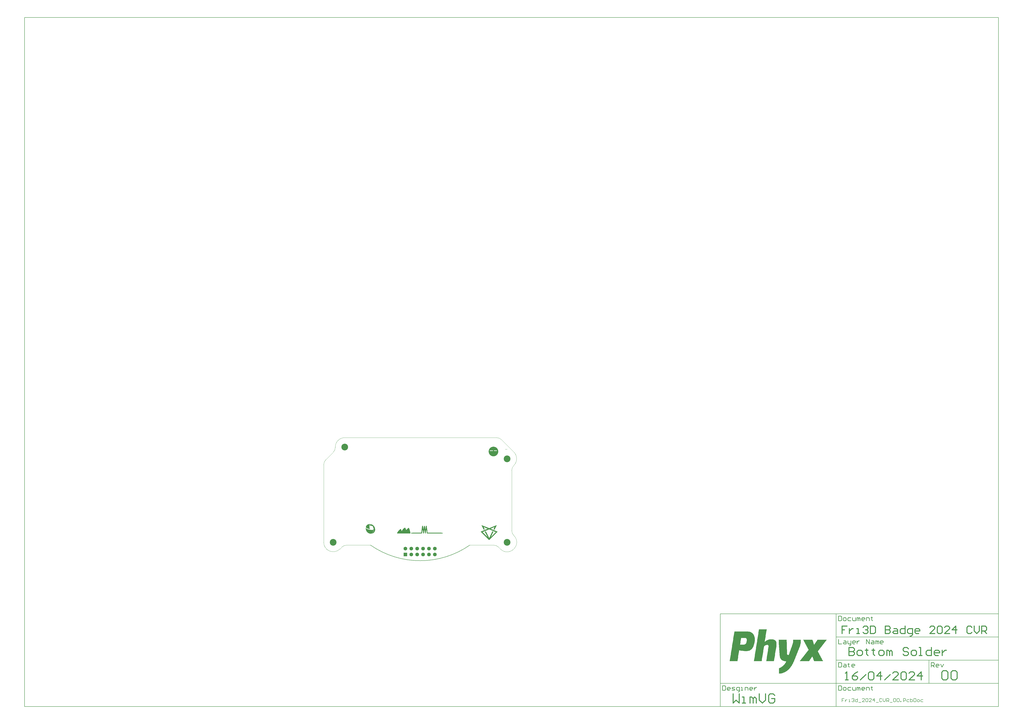
<source format=gbs>
G04*
G04 #@! TF.GenerationSoftware,Altium Limited,Altium Designer,24.4.1 (13)*
G04*
G04 Layer_Color=16711935*
%FSLAX25Y25*%
%MOIN*%
G70*
G04*
G04 #@! TF.SameCoordinates,89CB3089-6BD8-41CF-BEDE-02629DB89CB6*
G04*
G04*
G04 #@! TF.FilePolarity,Negative*
G04*
G01*
G75*
%ADD10C,0.00787*%
%ADD11C,0.00591*%
%ADD12C,0.00394*%
%ADD13C,0.01575*%
%ADD14C,0.00984*%
%ADD35C,0.06299*%
%ADD36R,0.06299X0.06299*%
%ADD37C,0.11417*%
G36*
X125394Y199548D02*
X125431Y199536D01*
X125465Y199518D01*
X125495Y199494D01*
X125520Y199463D01*
X125538Y199429D01*
X125540Y199423D01*
X126123D01*
X126162Y199420D01*
X126199Y199408D01*
X126233Y199390D01*
X126263Y199365D01*
X126287Y199336D01*
X126306Y199301D01*
X126308Y199295D01*
X126635D01*
X126674Y199292D01*
X126711Y199280D01*
X126745Y199262D01*
X126775Y199238D01*
X126799Y199207D01*
X126818Y199173D01*
X126820Y199168D01*
X127019D01*
X127058Y199164D01*
X127095Y199152D01*
X127129Y199134D01*
X127159Y199109D01*
X127183Y199080D01*
X127202Y199045D01*
X127203Y199039D01*
X127403D01*
X127442Y199036D01*
X127479Y199024D01*
X127513Y199006D01*
X127543Y198981D01*
X127567Y198952D01*
X127586Y198917D01*
X127587Y198911D01*
X127659D01*
X127697Y198908D01*
X127734Y198896D01*
X127769Y198878D01*
X127799Y198854D01*
X127823Y198824D01*
X127842Y198789D01*
X127843Y198784D01*
X127915D01*
X127953Y198780D01*
X127990Y198768D01*
X128025Y198750D01*
X128055Y198726D01*
X128079Y198696D01*
X128097Y198661D01*
X128099Y198655D01*
X128171D01*
X128209Y198652D01*
X128246Y198641D01*
X128281Y198622D01*
X128311Y198598D01*
X128335Y198568D01*
X128354Y198533D01*
X128355Y198528D01*
X128427D01*
X128465Y198524D01*
X128502Y198512D01*
X128537Y198494D01*
X128567Y198470D01*
X128591Y198440D01*
X128609Y198405D01*
X128611Y198400D01*
X128683D01*
X128721Y198396D01*
X128758Y198384D01*
X128793Y198366D01*
X128823Y198342D01*
X128847Y198312D01*
X128865Y198277D01*
X128870Y198261D01*
X128886Y198257D01*
X128920Y198238D01*
X128951Y198214D01*
X128975Y198184D01*
X128993Y198150D01*
X128995Y198144D01*
X129067D01*
X129105Y198140D01*
X129142Y198128D01*
X129176Y198110D01*
X129207Y198086D01*
X129231Y198056D01*
X129249Y198021D01*
X129254Y198005D01*
X129270Y198001D01*
X129305Y197982D01*
X129334Y197958D01*
X129359Y197928D01*
X129377Y197894D01*
X129380Y197886D01*
X129382Y197877D01*
X129398Y197873D01*
X129432Y197854D01*
X129462Y197830D01*
X129487Y197800D01*
X129505Y197766D01*
X129507Y197760D01*
X129578D01*
X129617Y197756D01*
X129654Y197745D01*
X129688Y197726D01*
X129718Y197702D01*
X129743Y197672D01*
X129761Y197638D01*
X129766Y197622D01*
X129782Y197617D01*
X129816Y197598D01*
X129846Y197574D01*
X129871Y197544D01*
X129889Y197510D01*
X129894Y197494D01*
X129910Y197489D01*
X129944Y197470D01*
X129974Y197446D01*
X129999Y197416D01*
X130017Y197382D01*
X130022Y197365D01*
X130038Y197361D01*
X130072Y197342D01*
X130102Y197318D01*
X130127Y197288D01*
X130145Y197254D01*
X130150Y197238D01*
X130166Y197233D01*
X130200Y197214D01*
X130230Y197190D01*
X130255Y197160D01*
X130273Y197126D01*
X130278Y197110D01*
X130294Y197105D01*
X130328Y197086D01*
X130358Y197062D01*
X130383Y197032D01*
X130401Y196998D01*
X130406Y196982D01*
X130422Y196977D01*
X130456Y196958D01*
X130486Y196934D01*
X130511Y196904D01*
X130529Y196870D01*
X130534Y196854D01*
X130550Y196849D01*
X130584Y196830D01*
X130614Y196806D01*
X130639Y196776D01*
X130657Y196742D01*
X130662Y196726D01*
X130678Y196721D01*
X130712Y196703D01*
X130742Y196678D01*
X130767Y196648D01*
X130785Y196614D01*
X130796Y196577D01*
X130800Y196538D01*
Y196467D01*
X130806Y196465D01*
X130840Y196447D01*
X130870Y196422D01*
X130895Y196392D01*
X130913Y196358D01*
X130918Y196342D01*
X130934Y196337D01*
X130968Y196319D01*
X130998Y196294D01*
X131023Y196264D01*
X131041Y196230D01*
X131046Y196214D01*
X131062Y196209D01*
X131096Y196191D01*
X131126Y196166D01*
X131151Y196136D01*
X131169Y196102D01*
X131180Y196065D01*
X131184Y196026D01*
Y195955D01*
X131190Y195953D01*
X131224Y195935D01*
X131254Y195910D01*
X131279Y195880D01*
X131297Y195846D01*
X131302Y195830D01*
X131318Y195825D01*
X131352Y195807D01*
X131382Y195782D01*
X131407Y195752D01*
X131425Y195718D01*
X131436Y195681D01*
X131440Y195642D01*
Y195571D01*
X131446Y195569D01*
X131480Y195551D01*
X131510Y195526D01*
X131535Y195496D01*
X131553Y195462D01*
X131564Y195425D01*
X131568Y195386D01*
Y195315D01*
X131574Y195313D01*
X131608Y195295D01*
X131638Y195270D01*
X131663Y195240D01*
X131681Y195206D01*
X131692Y195169D01*
X131696Y195130D01*
Y195059D01*
X131702Y195057D01*
X131736Y195039D01*
X131766Y195014D01*
X131791Y194984D01*
X131809Y194950D01*
X131820Y194913D01*
X131824Y194874D01*
Y194803D01*
X131830Y194801D01*
X131864Y194783D01*
X131894Y194758D01*
X131919Y194728D01*
X131937Y194694D01*
X131948Y194657D01*
X131952Y194618D01*
Y194547D01*
X131958Y194545D01*
X131992Y194527D01*
X132022Y194502D01*
X132047Y194472D01*
X132065Y194438D01*
X132076Y194401D01*
X132080Y194362D01*
Y194234D01*
Y194163D01*
X132086Y194161D01*
X132120Y194143D01*
X132150Y194118D01*
X132175Y194088D01*
X132193Y194054D01*
X132204Y194017D01*
X132208Y193978D01*
Y193851D01*
Y193722D01*
Y193651D01*
X132214Y193649D01*
X132248Y193631D01*
X132278Y193606D01*
X132303Y193576D01*
X132321Y193542D01*
X132332Y193505D01*
X132336Y193466D01*
Y193339D01*
Y193210D01*
Y193139D01*
X132342Y193137D01*
X132376Y193119D01*
X132406Y193095D01*
X132431Y193064D01*
X132449Y193030D01*
X132460Y192993D01*
X132464Y192955D01*
Y192827D01*
Y192699D01*
Y192571D01*
Y192443D01*
Y192315D01*
Y192243D01*
X132470Y192242D01*
X132504Y192223D01*
X132534Y192199D01*
X132559Y192169D01*
X132577Y192134D01*
X132588Y192097D01*
X132592Y192059D01*
Y191931D01*
Y191803D01*
Y191675D01*
Y191547D01*
Y191419D01*
Y191291D01*
Y191163D01*
Y191035D01*
Y190907D01*
Y190779D01*
X132588Y190740D01*
X132577Y190703D01*
X132559Y190669D01*
X132534Y190639D01*
X132504Y190614D01*
X132470Y190596D01*
X132464Y190594D01*
Y190523D01*
Y190395D01*
Y190267D01*
Y190139D01*
Y190011D01*
Y189883D01*
X132460Y189845D01*
X132449Y189807D01*
X132431Y189773D01*
X132406Y189743D01*
X132376Y189719D01*
X132342Y189700D01*
X132336Y189699D01*
Y189627D01*
Y189499D01*
Y189371D01*
X132332Y189333D01*
X132321Y189295D01*
X132303Y189261D01*
X132278Y189231D01*
X132248Y189207D01*
X132214Y189188D01*
X132208Y189187D01*
Y189115D01*
Y188987D01*
Y188859D01*
X132204Y188821D01*
X132193Y188784D01*
X132175Y188749D01*
X132150Y188719D01*
X132120Y188695D01*
X132086Y188677D01*
X132080Y188675D01*
Y188603D01*
X132076Y188565D01*
X132065Y188528D01*
X132047Y188493D01*
X132022Y188463D01*
X131992Y188439D01*
X131958Y188421D01*
X131952Y188419D01*
Y188347D01*
Y188219D01*
X131948Y188181D01*
X131937Y188144D01*
X131919Y188109D01*
X131894Y188080D01*
X131864Y188055D01*
X131830Y188037D01*
X131824Y188035D01*
Y187963D01*
X131820Y187925D01*
X131809Y187888D01*
X131791Y187854D01*
X131766Y187823D01*
X131736Y187799D01*
X131702Y187781D01*
X131696Y187779D01*
Y187707D01*
X131692Y187669D01*
X131681Y187632D01*
X131663Y187598D01*
X131638Y187568D01*
X131608Y187543D01*
X131574Y187525D01*
X131568Y187523D01*
Y187452D01*
X131564Y187413D01*
X131553Y187376D01*
X131535Y187342D01*
X131510Y187312D01*
X131480Y187287D01*
X131446Y187269D01*
X131440Y187267D01*
Y187196D01*
X131436Y187157D01*
X131425Y187120D01*
X131407Y187086D01*
X131382Y187056D01*
X131352Y187031D01*
X131318Y187013D01*
X131302Y187008D01*
X131297Y186992D01*
X131279Y186958D01*
X131254Y186928D01*
X131224Y186903D01*
X131190Y186885D01*
X131184Y186883D01*
Y186812D01*
X131180Y186773D01*
X131169Y186736D01*
X131151Y186702D01*
X131126Y186672D01*
X131096Y186647D01*
X131062Y186629D01*
X131046Y186624D01*
X131044Y186616D01*
X131041Y186608D01*
X131023Y186574D01*
X130998Y186544D01*
X130968Y186519D01*
X130934Y186501D01*
X130918Y186496D01*
X130913Y186480D01*
X130895Y186446D01*
X130870Y186416D01*
X130840Y186391D01*
X130806Y186373D01*
X130800Y186371D01*
Y186300D01*
X130796Y186261D01*
X130785Y186224D01*
X130767Y186190D01*
X130742Y186160D01*
X130712Y186135D01*
X130678Y186117D01*
X130662Y186112D01*
X130658Y186098D01*
X130657Y186096D01*
X130639Y186062D01*
X130614Y186032D01*
X130584Y186007D01*
X130550Y185989D01*
X130534Y185984D01*
X130529Y185968D01*
X130511Y185934D01*
X130486Y185904D01*
X130456Y185879D01*
X130422Y185861D01*
X130406Y185856D01*
X130401Y185840D01*
X130383Y185806D01*
X130358Y185776D01*
X130328Y185751D01*
X130294Y185733D01*
X130278Y185728D01*
X130274Y185714D01*
X130273Y185712D01*
X130255Y185678D01*
X130230Y185648D01*
X130200Y185623D01*
X130166Y185605D01*
X130150Y185600D01*
X130145Y185584D01*
X130127Y185550D01*
X130102Y185520D01*
X130072Y185495D01*
X130038Y185477D01*
X130022Y185472D01*
X130017Y185456D01*
X129999Y185422D01*
X129974Y185392D01*
X129944Y185367D01*
X129910Y185349D01*
X129894Y185344D01*
X129891Y185334D01*
X129889Y185328D01*
X129871Y185294D01*
X129846Y185264D01*
X129816Y185239D01*
X129782Y185221D01*
X129766Y185216D01*
X129764Y185210D01*
X129761Y185200D01*
X129743Y185166D01*
X129718Y185136D01*
X129688Y185111D01*
X129654Y185093D01*
X129617Y185082D01*
X129578Y185078D01*
X129507D01*
X129505Y185072D01*
X129487Y185038D01*
X129462Y185008D01*
X129432Y184983D01*
X129398Y184965D01*
X129382Y184960D01*
X129380Y184951D01*
X129377Y184944D01*
X129359Y184910D01*
X129334Y184880D01*
X129305Y184855D01*
X129270Y184837D01*
X129254Y184832D01*
X129249Y184816D01*
X129231Y184782D01*
X129207Y184752D01*
X129176Y184727D01*
X129142Y184709D01*
X129105Y184698D01*
X129067Y184694D01*
X128995D01*
X128993Y184688D01*
X128975Y184654D01*
X128951Y184624D01*
X128920Y184599D01*
X128886Y184581D01*
X128870Y184576D01*
X128865Y184560D01*
X128847Y184526D01*
X128823Y184496D01*
X128793Y184471D01*
X128758Y184453D01*
X128721Y184442D01*
X128683Y184438D01*
X128611D01*
X128609Y184432D01*
X128591Y184398D01*
X128567Y184368D01*
X128537Y184344D01*
X128502Y184325D01*
X128465Y184314D01*
X128427Y184310D01*
X128355D01*
X128354Y184304D01*
X128335Y184270D01*
X128311Y184240D01*
X128281Y184215D01*
X128246Y184197D01*
X128209Y184186D01*
X128171Y184182D01*
X128099D01*
X128097Y184176D01*
X128079Y184142D01*
X128055Y184112D01*
X128025Y184088D01*
X127990Y184069D01*
X127953Y184058D01*
X127915Y184054D01*
X127843D01*
X127842Y184048D01*
X127823Y184014D01*
X127799Y183984D01*
X127769Y183959D01*
X127734Y183941D01*
X127697Y183930D01*
X127659Y183926D01*
X127587D01*
X127586Y183920D01*
X127567Y183886D01*
X127543Y183856D01*
X127513Y183832D01*
X127479Y183813D01*
X127442Y183802D01*
X127403Y183798D01*
X127203D01*
X127202Y183792D01*
X127183Y183758D01*
X127159Y183728D01*
X127129Y183704D01*
X127095Y183685D01*
X127058Y183674D01*
X127019Y183670D01*
X126820D01*
X126818Y183664D01*
X126799Y183630D01*
X126775Y183600D01*
X126745Y183576D01*
X126711Y183557D01*
X126674Y183546D01*
X126635Y183542D01*
X126308D01*
X126306Y183536D01*
X126287Y183502D01*
X126263Y183472D01*
X126233Y183448D01*
X126199Y183429D01*
X126162Y183418D01*
X126123Y183414D01*
X125540D01*
X125538Y183408D01*
X125520Y183374D01*
X125495Y183344D01*
X125465Y183320D01*
X125431Y183301D01*
X125394Y183290D01*
X125355Y183286D01*
X123564D01*
X123525Y183290D01*
X123488Y183301D01*
X123454Y183320D01*
X123424Y183344D01*
X123399Y183374D01*
X123381Y183408D01*
X123379Y183414D01*
X122796D01*
X122757Y183418D01*
X122720Y183429D01*
X122686Y183448D01*
X122656Y183472D01*
X122631Y183502D01*
X122613Y183536D01*
X122611Y183542D01*
X122284D01*
X122245Y183546D01*
X122208Y183557D01*
X122174Y183576D01*
X122144Y183600D01*
X122119Y183630D01*
X122101Y183664D01*
X122099Y183670D01*
X121900D01*
X121861Y183674D01*
X121824Y183685D01*
X121790Y183704D01*
X121760Y183728D01*
X121735Y183758D01*
X121717Y183792D01*
X121715Y183798D01*
X121516D01*
X121477Y183802D01*
X121440Y183813D01*
X121406Y183832D01*
X121376Y183856D01*
X121351Y183886D01*
X121333Y183920D01*
X121331Y183926D01*
X121260D01*
X121221Y183930D01*
X121184Y183941D01*
X121150Y183959D01*
X121120Y183984D01*
X121095Y184014D01*
X121077Y184048D01*
X121075Y184054D01*
X120876D01*
X120837Y184058D01*
X120800Y184069D01*
X120766Y184088D01*
X120736Y184112D01*
X120711Y184142D01*
X120693Y184176D01*
X120688Y184192D01*
X120672Y184197D01*
X120638Y184215D01*
X120608Y184240D01*
X120583Y184270D01*
X120565Y184304D01*
X120563Y184310D01*
X120492D01*
X120453Y184314D01*
X120416Y184325D01*
X120382Y184344D01*
X120352Y184368D01*
X120327Y184398D01*
X120309Y184432D01*
X120307Y184438D01*
X120236D01*
X120197Y184442D01*
X120160Y184453D01*
X120126Y184471D01*
X120096Y184496D01*
X120071Y184526D01*
X120053Y184560D01*
X120048Y184576D01*
X120032Y184581D01*
X119998Y184599D01*
X119968Y184624D01*
X119944Y184654D01*
X119925Y184688D01*
X119923Y184694D01*
X119852D01*
X119814Y184698D01*
X119776Y184709D01*
X119742Y184727D01*
X119712Y184752D01*
X119688Y184782D01*
X119669Y184816D01*
X119665Y184832D01*
X119648Y184837D01*
X119614Y184855D01*
X119584Y184880D01*
X119560Y184910D01*
X119541Y184944D01*
X119540Y184950D01*
X119468D01*
X119430Y184954D01*
X119392Y184965D01*
X119358Y184983D01*
X119328Y185008D01*
X119304Y185038D01*
X119285Y185072D01*
X119281Y185088D01*
X119264Y185093D01*
X119230Y185111D01*
X119200Y185136D01*
X119176Y185166D01*
X119157Y185200D01*
X119152Y185216D01*
X119137Y185221D01*
X119102Y185239D01*
X119072Y185264D01*
X119048Y185294D01*
X119029Y185328D01*
X119025Y185344D01*
X119009Y185349D01*
X118974Y185367D01*
X118944Y185392D01*
X118920Y185422D01*
X118901Y185456D01*
X118899Y185463D01*
X118897Y185472D01*
X118880Y185477D01*
X118846Y185495D01*
X118816Y185520D01*
X118792Y185550D01*
X118773Y185584D01*
X118769Y185600D01*
X118753Y185605D01*
X118718Y185623D01*
X118688Y185648D01*
X118664Y185678D01*
X118646Y185712D01*
X118645Y185714D01*
X118641Y185728D01*
X118625Y185733D01*
X118590Y185751D01*
X118560Y185776D01*
X118536Y185806D01*
X118517Y185840D01*
X118513Y185856D01*
X118497Y185861D01*
X118462Y185879D01*
X118432Y185904D01*
X118408Y185934D01*
X118389Y185968D01*
X118385Y185984D01*
X118369Y185989D01*
X118334Y186007D01*
X118304Y186032D01*
X118280Y186062D01*
X118262Y186096D01*
X118257Y186112D01*
X118241Y186117D01*
X118206Y186135D01*
X118176Y186160D01*
X118152Y186190D01*
X118134Y186224D01*
X118129Y186240D01*
X118113Y186245D01*
X118078Y186263D01*
X118049Y186288D01*
X118024Y186318D01*
X118006Y186352D01*
X117994Y186389D01*
X117991Y186428D01*
Y186499D01*
X117985Y186501D01*
X117950Y186519D01*
X117920Y186544D01*
X117896Y186574D01*
X117878Y186608D01*
X117873Y186624D01*
X117857Y186629D01*
X117823Y186647D01*
X117792Y186672D01*
X117768Y186702D01*
X117750Y186736D01*
X117738Y186773D01*
X117735Y186812D01*
Y186883D01*
X117729Y186885D01*
X117694Y186903D01*
X117665Y186928D01*
X117640Y186958D01*
X117622Y186992D01*
X117617Y187008D01*
X117601Y187013D01*
X117567Y187031D01*
X117536Y187056D01*
X117512Y187086D01*
X117494Y187120D01*
X117482Y187157D01*
X117479Y187196D01*
Y187267D01*
X117473Y187269D01*
X117438Y187287D01*
X117409Y187312D01*
X117384Y187342D01*
X117366Y187376D01*
X117354Y187413D01*
X117351Y187452D01*
Y187523D01*
X117345Y187525D01*
X117311Y187543D01*
X117281Y187568D01*
X117256Y187598D01*
X117238Y187632D01*
X117226Y187669D01*
X117223Y187707D01*
Y187779D01*
X117217Y187781D01*
X117183Y187799D01*
X117153Y187823D01*
X117128Y187854D01*
X117110Y187888D01*
X117098Y187925D01*
X117095Y187963D01*
Y188035D01*
X117089Y188037D01*
X117055Y188055D01*
X117025Y188080D01*
X117000Y188109D01*
X116982Y188144D01*
X116971Y188181D01*
X116967Y188219D01*
Y188291D01*
X116961Y188293D01*
X116927Y188311D01*
X116897Y188335D01*
X116872Y188365D01*
X116854Y188400D01*
X116842Y188437D01*
X116839Y188475D01*
Y188603D01*
Y188675D01*
X116833Y188677D01*
X116799Y188695D01*
X116769Y188719D01*
X116744Y188749D01*
X116726Y188784D01*
X116715Y188821D01*
X116711Y188859D01*
Y188987D01*
Y189059D01*
X116705Y189060D01*
X116671Y189079D01*
X116641Y189103D01*
X116616Y189133D01*
X116598Y189167D01*
X116587Y189205D01*
X116583Y189243D01*
Y189371D01*
Y189499D01*
Y189571D01*
X116577Y189572D01*
X116543Y189591D01*
X116513Y189615D01*
X116488Y189645D01*
X116470Y189679D01*
X116459Y189716D01*
X116455Y189755D01*
Y189883D01*
Y190011D01*
Y190139D01*
Y190267D01*
Y190339D01*
X116449Y190340D01*
X116415Y190358D01*
X116385Y190383D01*
X116360Y190413D01*
X116342Y190447D01*
X116331Y190484D01*
X116327Y190523D01*
Y190651D01*
Y190779D01*
Y190907D01*
Y191035D01*
Y191163D01*
Y191291D01*
Y191419D01*
Y191547D01*
Y191675D01*
Y191803D01*
Y191931D01*
Y192059D01*
Y192187D01*
Y192315D01*
X116331Y192353D01*
X116342Y192390D01*
X116360Y192425D01*
X116385Y192455D01*
X116415Y192479D01*
X116449Y192497D01*
X116455Y192499D01*
Y192571D01*
Y192699D01*
Y192827D01*
Y192955D01*
Y193083D01*
X116459Y193121D01*
X116470Y193158D01*
X116488Y193193D01*
X116513Y193222D01*
X116543Y193247D01*
X116577Y193265D01*
X116583Y193267D01*
Y193339D01*
Y193466D01*
Y193595D01*
X116587Y193633D01*
X116598Y193670D01*
X116616Y193704D01*
X116641Y193734D01*
X116671Y193759D01*
X116705Y193777D01*
X116711Y193779D01*
Y193851D01*
Y193978D01*
X116715Y194017D01*
X116726Y194054D01*
X116744Y194088D01*
X116769Y194118D01*
X116799Y194143D01*
X116833Y194161D01*
X116839Y194163D01*
Y194234D01*
Y194362D01*
X116842Y194401D01*
X116854Y194438D01*
X116872Y194472D01*
X116897Y194502D01*
X116927Y194527D01*
X116961Y194545D01*
X116967Y194547D01*
Y194618D01*
X116971Y194657D01*
X116982Y194694D01*
X117000Y194728D01*
X117025Y194758D01*
X117055Y194783D01*
X117089Y194801D01*
X117095Y194803D01*
Y194874D01*
X117098Y194913D01*
X117110Y194950D01*
X117128Y194984D01*
X117153Y195014D01*
X117183Y195039D01*
X117217Y195057D01*
X117223Y195059D01*
Y195130D01*
X117226Y195169D01*
X117238Y195206D01*
X117256Y195240D01*
X117281Y195270D01*
X117311Y195295D01*
X117345Y195313D01*
X117351Y195315D01*
Y195386D01*
X117354Y195425D01*
X117366Y195462D01*
X117384Y195496D01*
X117409Y195526D01*
X117438Y195551D01*
X117473Y195569D01*
X117479Y195571D01*
Y195642D01*
X117482Y195681D01*
X117494Y195718D01*
X117512Y195752D01*
X117536Y195782D01*
X117567Y195807D01*
X117601Y195825D01*
X117617Y195830D01*
X117622Y195846D01*
X117640Y195880D01*
X117665Y195910D01*
X117694Y195935D01*
X117729Y195953D01*
X117735Y195955D01*
Y196026D01*
X117738Y196065D01*
X117750Y196102D01*
X117768Y196136D01*
X117792Y196166D01*
X117823Y196191D01*
X117857Y196209D01*
X117873Y196214D01*
X117878Y196230D01*
X117896Y196264D01*
X117920Y196294D01*
X117950Y196319D01*
X117985Y196337D01*
X117991Y196339D01*
Y196410D01*
X117994Y196449D01*
X118006Y196486D01*
X118024Y196520D01*
X118049Y196550D01*
X118078Y196574D01*
X118113Y196593D01*
X118129Y196598D01*
X118134Y196614D01*
X118152Y196648D01*
X118176Y196678D01*
X118206Y196703D01*
X118241Y196721D01*
X118257Y196726D01*
X118262Y196742D01*
X118280Y196776D01*
X118304Y196806D01*
X118334Y196830D01*
X118369Y196849D01*
X118385Y196854D01*
X118389Y196870D01*
X118408Y196904D01*
X118432Y196934D01*
X118462Y196958D01*
X118497Y196977D01*
X118513Y196982D01*
X118513Y196982D01*
X118517Y196998D01*
X118536Y197032D01*
X118560Y197062D01*
X118590Y197086D01*
X118625Y197105D01*
X118641Y197110D01*
X118646Y197126D01*
X118664Y197160D01*
X118688Y197190D01*
X118718Y197214D01*
X118753Y197233D01*
X118769Y197238D01*
X118773Y197254D01*
X118792Y197288D01*
X118816Y197318D01*
X118846Y197342D01*
X118880Y197361D01*
X118897Y197365D01*
X118901Y197382D01*
X118920Y197416D01*
X118944Y197446D01*
X118974Y197470D01*
X119009Y197489D01*
X119025Y197494D01*
X119029Y197510D01*
X119048Y197544D01*
X119072Y197574D01*
X119102Y197598D01*
X119137Y197617D01*
X119152Y197622D01*
X119157Y197638D01*
X119176Y197672D01*
X119200Y197702D01*
X119230Y197726D01*
X119264Y197745D01*
X119281Y197749D01*
X119285Y197766D01*
X119304Y197800D01*
X119328Y197830D01*
X119358Y197854D01*
X119392Y197873D01*
X119430Y197884D01*
X119468Y197888D01*
X119540D01*
X119541Y197894D01*
X119560Y197928D01*
X119584Y197958D01*
X119614Y197982D01*
X119648Y198001D01*
X119665Y198005D01*
X119669Y198021D01*
X119688Y198056D01*
X119712Y198086D01*
X119742Y198110D01*
X119776Y198128D01*
X119814Y198140D01*
X119852Y198144D01*
X119923D01*
X119925Y198150D01*
X119944Y198184D01*
X119968Y198214D01*
X119998Y198238D01*
X120032Y198257D01*
X120048Y198261D01*
X120053Y198277D01*
X120071Y198312D01*
X120096Y198342D01*
X120126Y198366D01*
X120160Y198384D01*
X120197Y198396D01*
X120236Y198400D01*
X120307D01*
X120309Y198405D01*
X120327Y198440D01*
X120352Y198470D01*
X120382Y198494D01*
X120416Y198512D01*
X120453Y198524D01*
X120492Y198528D01*
X120563D01*
X120565Y198533D01*
X120583Y198568D01*
X120608Y198598D01*
X120638Y198622D01*
X120672Y198641D01*
X120709Y198652D01*
X120748Y198655D01*
X120819D01*
X120821Y198661D01*
X120839Y198696D01*
X120864Y198726D01*
X120894Y198750D01*
X120928Y198768D01*
X120965Y198780D01*
X121004Y198784D01*
X121075D01*
X121077Y198789D01*
X121095Y198824D01*
X121120Y198854D01*
X121150Y198878D01*
X121184Y198896D01*
X121221Y198908D01*
X121260Y198911D01*
X121331D01*
X121333Y198917D01*
X121351Y198952D01*
X121376Y198981D01*
X121406Y199006D01*
X121440Y199024D01*
X121477Y199036D01*
X121516Y199039D01*
X121715D01*
X121717Y199045D01*
X121735Y199080D01*
X121760Y199109D01*
X121790Y199134D01*
X121824Y199152D01*
X121861Y199164D01*
X121900Y199168D01*
X122099D01*
X122101Y199173D01*
X122119Y199207D01*
X122144Y199238D01*
X122174Y199262D01*
X122208Y199280D01*
X122245Y199292D01*
X122284Y199295D01*
X122611D01*
X122613Y199301D01*
X122631Y199336D01*
X122656Y199365D01*
X122686Y199390D01*
X122720Y199408D01*
X122757Y199420D01*
X122796Y199423D01*
X123379D01*
X123381Y199429D01*
X123399Y199463D01*
X123424Y199494D01*
X123454Y199518D01*
X123488Y199536D01*
X123525Y199548D01*
X123564Y199551D01*
X125355D01*
X125394Y199548D01*
D02*
G37*
G36*
X-86371Y68198D02*
X-86371Y68198D01*
X-86371Y68198D01*
X-86355Y68196D01*
X-86337Y68194D01*
X-86323Y68195D01*
X-86303Y68197D01*
X-86303D01*
X-86303D01*
X-86303D01*
X-86234Y68197D01*
X-86200Y68193D01*
X-86176Y68195D01*
X-86166Y68196D01*
X-86166D01*
X-86166D01*
X-86097Y68195D01*
X-86097D01*
X-86097D01*
X-86085Y68194D01*
X-86063Y68192D01*
X-86029Y68195D01*
X-84865Y68185D01*
D01*
X-84865D01*
X-84861Y68184D01*
X-84826Y68181D01*
X-84801Y68173D01*
X-84789Y68169D01*
X-84771Y68159D01*
X-84755Y68151D01*
X-84725Y68126D01*
Y68126D01*
X-84725D01*
X-84701Y68095D01*
X-84683Y68061D01*
X-84675Y68035D01*
X-84672Y68024D01*
X-84669Y67985D01*
Y67985D01*
Y67985D01*
X-84669Y67917D01*
X-84670Y67909D01*
X-84674Y67878D01*
X-84685Y67841D01*
X-84685Y67841D01*
D01*
X-84704Y67807D01*
X-84713Y67796D01*
X-84728Y67777D01*
X-84751Y67759D01*
X-84759Y67753D01*
X-84790Y67737D01*
X-84793Y67735D01*
D01*
X-84793Y67735D01*
X-84808Y67731D01*
X-84830Y67724D01*
X-84869Y67721D01*
X-84869D01*
D01*
D01*
X-84926Y67721D01*
X-84935Y67711D01*
X-84935Y67711D01*
X-84935Y67711D01*
X-84943Y67704D01*
X-84965Y67686D01*
X-84965Y67686D01*
X-84965Y67686D01*
X-84975Y67681D01*
X-84999Y67668D01*
X-84999Y67668D01*
X-84999Y67668D01*
X-85012Y67665D01*
X-85036Y67657D01*
X-85036Y67657D01*
X-85036Y67657D01*
X-85054Y67656D01*
X-85075Y67654D01*
X-85075Y67654D01*
X-85075Y67654D01*
X-85132Y67655D01*
X-85132Y67654D01*
X-85141Y67644D01*
X-85141Y67644D01*
X-85141Y67644D01*
X-85152Y67635D01*
X-85171Y67620D01*
X-85174Y67618D01*
X-85180Y67615D01*
X-85181Y67613D01*
X-85185Y67606D01*
X-85185Y67606D01*
X-85185Y67606D01*
X-85201Y67587D01*
X-85210Y67576D01*
X-85210Y67576D01*
X-85210Y67576D01*
X-85236Y67555D01*
X-85240Y67552D01*
X-85240D01*
X-85240Y67552D01*
X-85249Y67547D01*
X-85254Y67538D01*
X-85254Y67538D01*
X-85254Y67538D01*
X-85266Y67523D01*
X-85279Y67508D01*
X-85279Y67508D01*
X-85279Y67508D01*
X-85309Y67484D01*
X-85341Y67467D01*
X-85343Y67466D01*
D01*
X-85343Y67466D01*
X-85366Y67459D01*
X-85374Y67436D01*
X-85374Y67436D01*
Y67436D01*
X-85383Y67419D01*
X-85392Y67402D01*
X-85392Y67402D01*
X-85392Y67402D01*
X-85402Y67390D01*
X-85417Y67373D01*
X-85447Y67348D01*
X-85447Y67348D01*
X-85447Y67348D01*
X-85456Y67344D01*
X-85456Y67343D01*
X-85461Y67334D01*
X-85486Y67305D01*
X-85516Y67280D01*
X-85525Y67276D01*
X-85530Y67266D01*
X-85555Y67237D01*
X-85585Y67212D01*
X-85594Y67208D01*
X-85599Y67199D01*
X-85624Y67169D01*
X-85624Y67169D01*
X-85624Y67169D01*
X-85631Y67164D01*
X-85635Y67160D01*
X-85635Y67103D01*
X-85639Y67065D01*
X-85642Y67056D01*
X-85651Y67028D01*
X-85670Y66994D01*
X-85694Y66964D01*
X-85725Y66940D01*
X-85734Y66935D01*
X-85739Y66926D01*
X-85763Y66896D01*
X-85794Y66872D01*
X-85799Y66869D01*
X-85803Y66867D01*
X-85808Y66858D01*
X-85808Y66858D01*
X-85808Y66858D01*
X-85821Y66842D01*
X-85833Y66828D01*
X-85833Y66828D01*
X-85833Y66828D01*
X-85843Y66820D01*
X-85844Y66763D01*
X-85844Y66763D01*
X-85844Y66763D01*
X-85845Y66748D01*
X-85848Y66724D01*
X-85848Y66724D01*
Y66724D01*
X-85850Y66717D01*
X-85859Y66687D01*
X-85859Y66687D01*
X-85859Y66687D01*
X-85869Y66669D01*
X-85878Y66653D01*
X-85878Y66653D01*
X-85878Y66653D01*
X-85892Y66637D01*
X-85903Y66623D01*
X-85903Y66623D01*
X-85903Y66623D01*
X-85913Y66615D01*
X-85914Y66558D01*
X-85918Y66524D01*
X-85914Y66489D01*
D01*
Y66489D01*
X-85915Y66421D01*
X-85917Y66402D01*
X-85919Y66382D01*
X-85919Y66382D01*
X-85919Y66382D01*
X-85927Y66357D01*
X-85931Y66346D01*
X-85931Y66346D01*
X-85931Y66345D01*
X-85943Y66324D01*
X-85949Y66312D01*
X-85949Y66311D01*
X-85949Y66311D01*
X-85963Y66295D01*
X-85974Y66282D01*
X-85974Y66282D01*
X-85974Y66282D01*
X-85985Y66273D01*
X-85985Y66216D01*
Y66216D01*
Y66216D01*
X-85989Y66177D01*
X-85998Y66151D01*
X-86001Y66141D01*
X-86001Y66141D01*
D01*
X-86003Y66137D01*
X-86020Y66106D01*
X-86045Y66077D01*
X-86045Y66077D01*
X-86045Y66077D01*
X-86055Y66068D01*
X-86056Y66011D01*
Y66011D01*
Y66011D01*
X-86057Y65999D01*
X-86059Y65977D01*
X-86057Y65953D01*
X-86056Y65943D01*
Y65943D01*
Y65943D01*
X-86057Y65874D01*
Y65874D01*
Y65874D01*
X-86058Y65862D01*
X-86061Y65840D01*
X-86059Y65823D01*
X-86058Y65806D01*
Y65806D01*
D01*
D01*
X-86058Y65737D01*
X-86062Y65699D01*
X-86071Y65672D01*
X-86074Y65662D01*
X-86074Y65662D01*
D01*
X-86092Y65628D01*
X-86109Y65608D01*
X-86117Y65598D01*
X-86117Y65598D01*
X-86117Y65598D01*
X-86128Y65589D01*
X-86128Y65532D01*
D01*
X-86129Y65464D01*
Y65464D01*
Y65464D01*
X-86129Y65395D01*
Y65395D01*
Y65395D01*
X-86130Y65327D01*
Y65327D01*
X-86131Y65259D01*
Y65259D01*
Y65259D01*
X-86133Y65240D01*
X-86134Y65224D01*
X-86133Y65212D01*
X-86131Y65190D01*
Y65190D01*
Y65190D01*
X-86132Y65122D01*
X-86134Y65099D01*
X-86136Y65087D01*
X-86133Y65053D01*
Y65053D01*
D01*
D01*
X-86133Y64985D01*
X-86137Y64950D01*
X-86136Y64937D01*
X-86134Y64916D01*
X-86134Y64848D01*
Y64848D01*
Y64848D01*
X-86136Y64830D01*
X-86138Y64813D01*
X-86135Y64779D01*
X-86136Y64711D01*
Y64711D01*
Y64711D01*
X-86137Y64693D01*
X-86139Y64676D01*
X-86136Y64642D01*
X-86137Y64574D01*
X-86140Y64540D01*
X-86137Y64505D01*
Y64505D01*
Y64505D01*
X-86138Y64437D01*
X-86141Y64412D01*
X-86142Y64403D01*
X-86138Y64368D01*
Y64368D01*
Y64368D01*
X-86139Y64300D01*
Y64300D01*
Y64300D01*
X-86140Y64231D01*
D01*
X-86140Y64163D01*
D01*
X-86141Y64095D01*
Y64095D01*
Y64095D01*
X-86142Y64026D01*
X-86142Y64026D01*
X-86142Y64026D01*
X-86142Y63957D01*
Y63957D01*
X-86143Y63901D01*
X-86132Y63892D01*
X-86132Y63892D01*
X-86132Y63892D01*
X-86118Y63874D01*
X-86108Y63862D01*
X-86108Y63862D01*
X-86108Y63862D01*
X-86095Y63838D01*
X-86090Y63827D01*
X-86090Y63827D01*
X-86090Y63827D01*
X-86084Y63807D01*
X-86079Y63790D01*
X-86079Y63790D01*
X-86079Y63790D01*
X-86077Y63772D01*
X-86075Y63752D01*
X-86075Y63752D01*
X-86075Y63751D01*
X-86076Y63683D01*
X-86077Y63672D01*
X-86080Y63649D01*
X-86077Y63614D01*
D01*
Y63614D01*
X-86077Y63546D01*
Y63546D01*
Y63546D01*
X-86080Y63521D01*
X-86081Y63512D01*
X-86080Y63497D01*
X-86078Y63478D01*
Y63477D01*
Y63477D01*
Y63477D01*
X-86078Y63409D01*
X-86078Y63409D01*
X-86078Y63409D01*
X-86080Y63393D01*
X-86082Y63375D01*
X-86081Y63359D01*
X-86079Y63341D01*
Y63341D01*
Y63341D01*
Y63340D01*
X-86080Y63272D01*
Y63272D01*
Y63272D01*
X-86080Y63204D01*
Y63204D01*
X-86081Y63147D01*
X-86070Y63138D01*
X-86070Y63138D01*
X-86070Y63138D01*
X-86060Y63125D01*
X-86046Y63108D01*
X-86046Y63108D01*
X-86046Y63108D01*
X-86033Y63083D01*
X-86028Y63073D01*
Y63073D01*
X-86028Y63073D01*
X-86017Y63036D01*
X-86014Y63008D01*
X-86014Y62998D01*
Y62998D01*
Y62998D01*
X-86014Y62929D01*
Y62929D01*
Y62929D01*
X-86017Y62904D01*
X-86018Y62895D01*
X-86016Y62878D01*
X-86015Y62861D01*
Y62861D01*
D01*
D01*
X-86015Y62792D01*
Y62792D01*
Y62792D01*
X-86016Y62724D01*
D01*
Y62724D01*
X-86016Y62667D01*
X-86006Y62658D01*
X-86006Y62658D01*
X-86006Y62658D01*
X-85994Y62643D01*
X-85982Y62628D01*
X-85982Y62628D01*
X-85982Y62628D01*
X-85972Y62609D01*
X-85964Y62594D01*
X-85964Y62593D01*
X-85963Y62593D01*
X-85957Y62572D01*
X-85953Y62556D01*
X-85953Y62556D01*
X-85953Y62556D01*
X-85951Y62537D01*
X-85949Y62518D01*
Y62517D01*
Y62517D01*
Y62517D01*
X-85950Y62449D01*
Y62449D01*
Y62449D01*
X-85951Y62440D01*
X-85953Y62415D01*
X-85952Y62401D01*
X-85950Y62381D01*
Y62380D01*
Y62380D01*
Y62380D01*
X-85951Y62312D01*
X-85951Y62312D01*
X-85951Y62312D01*
X-85952Y62244D01*
D01*
X-85952Y62187D01*
X-85942Y62178D01*
X-85942Y62178D01*
X-85942Y62178D01*
X-85917Y62148D01*
X-85900Y62115D01*
X-85899Y62114D01*
D01*
X-85899Y62113D01*
X-85888Y62076D01*
X-85886Y62047D01*
X-85885Y62038D01*
Y62038D01*
D01*
D01*
X-85885Y61981D01*
X-85875Y61972D01*
X-85851Y61942D01*
X-85833Y61908D01*
X-85822Y61870D01*
X-85818Y61832D01*
D01*
Y61832D01*
X-85819Y61763D01*
X-85819Y61763D01*
X-85819Y61763D01*
X-85821Y61747D01*
X-85822Y61729D01*
X-85820Y61705D01*
X-85819Y61695D01*
Y61695D01*
Y61695D01*
X-85820Y61626D01*
X-85824Y61592D01*
X-85821Y61558D01*
X-85821Y61501D01*
X-85811Y61492D01*
X-85786Y61462D01*
X-85768Y61428D01*
X-85757Y61390D01*
X-85754Y61352D01*
X-85754Y61295D01*
X-85754Y61294D01*
X-85744Y61286D01*
X-85744Y61286D01*
X-85744Y61286D01*
X-85720Y61256D01*
X-85708Y61234D01*
X-85702Y61221D01*
X-85702Y61221D01*
Y61221D01*
X-85691Y61184D01*
X-85688Y61158D01*
X-85687Y61146D01*
Y61146D01*
Y61146D01*
X-85688Y61077D01*
X-85688Y61077D01*
X-85688Y61077D01*
X-85690Y61059D01*
X-85691Y61043D01*
X-85690Y61026D01*
X-85688Y61009D01*
Y61009D01*
D01*
D01*
X-85689Y60940D01*
X-85689Y60940D01*
X-85689Y60940D01*
X-85691Y60925D01*
X-85693Y60906D01*
X-85691Y60892D01*
X-85690Y60872D01*
Y60872D01*
Y60872D01*
X-85690Y60815D01*
X-85680Y60806D01*
X-85680Y60806D01*
X-85680Y60806D01*
X-85656Y60777D01*
X-85655Y60776D01*
D01*
X-85655Y60776D01*
X-85639Y60745D01*
X-85637Y60742D01*
Y60742D01*
X-85637Y60742D01*
X-85631Y60719D01*
X-85626Y60704D01*
Y60704D01*
X-85626Y60704D01*
X-85625Y60686D01*
X-85623Y60666D01*
Y60666D01*
Y60666D01*
X-85623Y60609D01*
X-85613Y60600D01*
X-85589Y60570D01*
X-85571Y60535D01*
X-85560Y60498D01*
X-85556Y60460D01*
X-85557Y60391D01*
X-85559Y60374D01*
X-85561Y60357D01*
X-85559Y60342D01*
X-85557Y60323D01*
Y60323D01*
Y60323D01*
Y60323D01*
X-85558Y60254D01*
X-85558Y60254D01*
X-85558Y60254D01*
X-85559Y60186D01*
Y60186D01*
X-85559Y60117D01*
Y60117D01*
Y60117D01*
X-85561Y60105D01*
X-85563Y60079D01*
X-85575Y60042D01*
Y60042D01*
X-85575Y60042D01*
X-85590Y60014D01*
X-85593Y60008D01*
X-85593Y60008D01*
X-85593Y60008D01*
X-85609Y59989D01*
X-85618Y59978D01*
X-85618Y59978D01*
X-85618Y59978D01*
X-85647Y59954D01*
X-85649Y59954D01*
D01*
X-85649Y59954D01*
X-85680Y59937D01*
X-85683Y59936D01*
X-85683D01*
X-85683Y59936D01*
X-85706Y59929D01*
X-85720Y59925D01*
X-85720D01*
X-85720Y59925D01*
X-85737Y59923D01*
X-85759Y59921D01*
X-85759D01*
X-85759D01*
X-85827Y59922D01*
X-85827D01*
X-85827D01*
X-85861Y59926D01*
X-85877Y59924D01*
X-85896Y59922D01*
X-85896D01*
X-85896D01*
X-85964Y59923D01*
X-85964D01*
X-85964D01*
X-86003Y59927D01*
X-86029Y59935D01*
X-86040Y59939D01*
X-86040Y59939D01*
D01*
X-86043Y59940D01*
X-86074Y59957D01*
X-86104Y59982D01*
X-86104Y59982D01*
X-86104Y59982D01*
X-86109Y59989D01*
X-86112Y59993D01*
X-86169Y59993D01*
X-86185Y59995D01*
X-86203Y59997D01*
X-86219Y59996D01*
X-86238Y59994D01*
X-86238D01*
D01*
D01*
X-86306Y59994D01*
X-86306D01*
X-86306D01*
X-86329Y59997D01*
X-86345Y59999D01*
X-86345Y59999D01*
X-86345D01*
X-86355Y60002D01*
X-86382Y60010D01*
X-86416Y60029D01*
X-86416Y60029D01*
X-86416Y60029D01*
X-86426Y60037D01*
X-86445Y60054D01*
X-86445Y60054D01*
X-86445Y60054D01*
X-86454Y60064D01*
X-86648Y60066D01*
X-86682Y60070D01*
X-86716Y60066D01*
D01*
X-86716D01*
X-86785Y60067D01*
X-86823Y60071D01*
X-86850Y60079D01*
X-86860Y60083D01*
X-86860Y60083D01*
D01*
X-86867Y60087D01*
X-86894Y60101D01*
X-86894Y60101D01*
X-86894Y60101D01*
X-86912Y60116D01*
X-86924Y60126D01*
X-86924Y60126D01*
X-86924Y60126D01*
X-86929Y60133D01*
X-86933Y60137D01*
X-86990Y60137D01*
X-87023Y60141D01*
X-87028Y60141D01*
X-87028D01*
X-87028Y60141D01*
X-87056Y60150D01*
X-87065Y60153D01*
X-87065Y60153D01*
X-87065Y60153D01*
X-87084Y60163D01*
X-87099Y60172D01*
X-87099Y60172D01*
X-87099Y60172D01*
X-87113Y60183D01*
X-87129Y60197D01*
X-87129Y60197D01*
X-87129Y60197D01*
X-87138Y60207D01*
X-87331Y60209D01*
X-87331D01*
X-87331D01*
X-87350Y60211D01*
X-87370Y60213D01*
X-87370Y60213D01*
X-87370D01*
X-87386Y60218D01*
X-87407Y60224D01*
X-87407Y60225D01*
X-87407D01*
X-87413Y60228D01*
X-87441Y60243D01*
X-87441Y60243D01*
X-87441Y60243D01*
X-87453Y60253D01*
X-87471Y60268D01*
X-87471Y60268D01*
X-87471Y60268D01*
X-87479Y60278D01*
X-87479Y60279D01*
X-87536Y60279D01*
X-87575Y60283D01*
X-87612Y60295D01*
X-87630Y60305D01*
X-87646Y60313D01*
X-87676Y60338D01*
Y60338D01*
X-87676D01*
X-87684Y60349D01*
X-87878Y60351D01*
D01*
X-87878D01*
X-87883Y60351D01*
X-87917Y60355D01*
X-87954Y60366D01*
X-87954Y60366D01*
D01*
X-87988Y60385D01*
X-88011Y60405D01*
X-88017Y60410D01*
Y60410D01*
X-88017D01*
X-88023Y60417D01*
X-88026Y60420D01*
X-88083Y60421D01*
X-88101Y60423D01*
X-88121Y60425D01*
X-88121Y60425D01*
X-88121D01*
X-88152Y60434D01*
X-88158Y60436D01*
X-88158D01*
X-88158Y60437D01*
X-88184Y60451D01*
X-88192Y60455D01*
X-88192Y60455D01*
X-88192Y60455D01*
X-88210Y60470D01*
X-88222Y60480D01*
X-88222Y60480D01*
X-88222Y60480D01*
X-88231Y60491D01*
X-88425Y60492D01*
X-88463Y60496D01*
X-88492Y60505D01*
X-88500Y60508D01*
X-88500Y60508D01*
X-88500Y60508D01*
X-88516Y60517D01*
X-88534Y60527D01*
X-88534Y60527D01*
X-88534Y60527D01*
X-88544Y60535D01*
X-88564Y60551D01*
X-88564Y60552D01*
X-88564Y60552D01*
X-88573Y60562D01*
X-88629Y60563D01*
X-88668Y60567D01*
X-88705Y60578D01*
X-88739Y60597D01*
X-88769Y60622D01*
X-88777Y60632D01*
X-88834Y60633D01*
X-88834D01*
X-88834D01*
X-88848Y60634D01*
X-88873Y60637D01*
X-88910Y60649D01*
X-88910Y60649D01*
X-88910D01*
X-88916Y60652D01*
X-88944Y60667D01*
X-88944Y60667D01*
X-88944D01*
X-88949Y60672D01*
X-88974Y60692D01*
X-88974Y60692D01*
X-88974Y60692D01*
X-88982Y60703D01*
X-89039Y60703D01*
X-89063Y60706D01*
X-89078Y60707D01*
X-89078Y60707D01*
X-89078Y60707D01*
X-89104Y60716D01*
X-89115Y60719D01*
X-89115Y60719D01*
X-89115Y60719D01*
X-89142Y60734D01*
X-89149Y60738D01*
X-89149Y60738D01*
X-89149Y60738D01*
X-89168Y60753D01*
X-89179Y60762D01*
X-89179Y60762D01*
X-89179Y60762D01*
X-89187Y60773D01*
X-89244Y60773D01*
X-89244Y60773D01*
X-89244Y60773D01*
X-89259Y60775D01*
X-89283Y60777D01*
X-89283Y60778D01*
X-89283D01*
X-89285Y60778D01*
X-89320Y60789D01*
X-89320Y60789D01*
X-89320Y60789D01*
X-89330Y60795D01*
X-89354Y60808D01*
X-89354Y60808D01*
X-89354Y60808D01*
X-89371Y60822D01*
X-89383Y60833D01*
X-89383Y60833D01*
X-89384Y60833D01*
X-89392Y60843D01*
X-89449Y60844D01*
X-89461Y60845D01*
X-89487Y60848D01*
X-89524Y60859D01*
D01*
X-89524Y60859D01*
X-89559Y60878D01*
X-89583Y60898D01*
X-89588Y60903D01*
X-89588Y60903D01*
X-89588Y60903D01*
X-89597Y60913D01*
X-89654Y60914D01*
X-89692Y60918D01*
X-89727Y60929D01*
X-89729Y60930D01*
D01*
X-89729Y60930D01*
X-89751Y60941D01*
X-89763Y60948D01*
X-89763Y60948D01*
X-89763Y60948D01*
X-89778Y60961D01*
X-89793Y60973D01*
X-89793Y60973D01*
X-89793Y60973D01*
X-89802Y60984D01*
X-89859Y60984D01*
X-89897Y60988D01*
X-89934Y61000D01*
X-89968Y61019D01*
X-89998Y61043D01*
X-90007Y61054D01*
X-90063Y61054D01*
X-90064Y61054D01*
X-90064Y61054D01*
X-90082Y61057D01*
X-90102Y61059D01*
X-90102Y61059D01*
X-90102Y61059D01*
X-90114Y61062D01*
X-90139Y61070D01*
X-90139Y61070D01*
X-90139Y61070D01*
X-90146Y61074D01*
X-90173Y61089D01*
X-90173Y61089D01*
X-90173Y61089D01*
X-90183Y61097D01*
X-90203Y61114D01*
X-90203Y61114D01*
X-90203Y61114D01*
X-90211Y61124D01*
X-90227Y61144D01*
X-90227Y61144D01*
X-90227Y61144D01*
X-90232Y61153D01*
X-90241Y61158D01*
X-90241Y61158D01*
X-90241Y61158D01*
X-90249Y61165D01*
X-90271Y61183D01*
X-90271Y61183D01*
X-90271Y61183D01*
X-90279Y61193D01*
X-90336Y61194D01*
X-90364Y61197D01*
X-90375Y61198D01*
X-90375D01*
X-90375Y61198D01*
X-90408Y61208D01*
X-90412Y61210D01*
X-90412D01*
X-90412Y61210D01*
X-90429Y61219D01*
X-90446Y61228D01*
X-90446Y61228D01*
X-90446D01*
X-90451Y61232D01*
X-90475Y61253D01*
X-90475Y61253D01*
X-90475Y61253D01*
X-90499Y61282D01*
X-90500Y61283D01*
D01*
X-90500Y61283D01*
X-90505Y61292D01*
X-90514Y61297D01*
X-90514Y61297D01*
X-90514Y61297D01*
X-90533Y61313D01*
X-90543Y61322D01*
X-90543Y61322D01*
X-90543Y61322D01*
X-90552Y61333D01*
X-90609Y61333D01*
D01*
X-90609D01*
X-90613Y61334D01*
X-90647Y61337D01*
X-90673Y61345D01*
X-90684Y61349D01*
X-90703Y61359D01*
X-90718Y61367D01*
X-90748Y61392D01*
Y61392D01*
X-90748D01*
X-90772Y61423D01*
X-90777Y61432D01*
X-90786Y61437D01*
X-90786Y61437D01*
X-90786Y61437D01*
X-90800Y61448D01*
X-90816Y61461D01*
X-90816Y61462D01*
X-90816Y61462D01*
X-90821Y61467D01*
X-90825Y61472D01*
X-90882Y61473D01*
X-90920Y61477D01*
X-90957Y61488D01*
X-90991Y61507D01*
X-91021Y61532D01*
X-91045Y61562D01*
X-91050Y61571D01*
X-91059Y61576D01*
X-91059Y61576D01*
X-91059Y61576D01*
X-91078Y61592D01*
X-91089Y61601D01*
X-91089Y61601D01*
X-91089Y61601D01*
X-91100Y61614D01*
X-91113Y61631D01*
X-91113Y61631D01*
X-91113Y61631D01*
X-91118Y61640D01*
X-91127Y61645D01*
X-91127Y61645D01*
X-91127D01*
X-91133Y61650D01*
X-91157Y61670D01*
X-91157Y61670D01*
X-91157Y61670D01*
X-91167Y61683D01*
X-91181Y61700D01*
X-91181Y61700D01*
X-91181Y61700D01*
X-91186Y61709D01*
X-91195Y61714D01*
X-91195Y61714D01*
X-91195Y61714D01*
X-91203Y61721D01*
X-91224Y61739D01*
X-91224Y61739D01*
X-91225Y61739D01*
X-91233Y61750D01*
X-91290Y61750D01*
X-91290D01*
X-91290D01*
X-91311Y61752D01*
X-91329Y61754D01*
X-91329Y61754D01*
X-91329D01*
X-91345Y61759D01*
X-91366Y61766D01*
X-91366Y61766D01*
X-91366D01*
X-91372Y61769D01*
X-91400Y61784D01*
X-91400Y61784D01*
X-91400Y61784D01*
X-91412Y61795D01*
X-91429Y61809D01*
X-91429Y61809D01*
X-91429Y61809D01*
X-91437Y61819D01*
X-91454Y61839D01*
X-91458Y61848D01*
X-91467Y61853D01*
X-91467Y61853D01*
X-91467Y61853D01*
X-91486Y61868D01*
X-91497Y61878D01*
X-91497Y61878D01*
X-91497Y61878D01*
X-91509Y61893D01*
X-91522Y61909D01*
X-91522Y61909D01*
X-91522Y61909D01*
X-91526Y61918D01*
X-91535Y61923D01*
X-91535Y61923D01*
X-91535Y61923D01*
X-91549Y61934D01*
X-91565Y61947D01*
X-91565Y61947D01*
X-91565Y61947D01*
X-91581Y61967D01*
X-91589Y61977D01*
X-91589Y61977D01*
X-91589Y61978D01*
X-91594Y61987D01*
X-91603Y61992D01*
X-91603Y61992D01*
X-91603Y61992D01*
X-91612Y61999D01*
X-91633Y62016D01*
X-91633Y62016D01*
X-91633Y62016D01*
X-91637Y62022D01*
X-91657Y62047D01*
X-91657Y62047D01*
X-91657Y62047D01*
X-91660Y62052D01*
X-91662Y62056D01*
X-91671Y62061D01*
X-91671Y62061D01*
X-91671Y62061D01*
X-91676Y62065D01*
X-91701Y62085D01*
X-91725Y62116D01*
X-91730Y62125D01*
X-91739Y62130D01*
X-91739Y62130D01*
X-91739Y62130D01*
X-91758Y62146D01*
X-91769Y62155D01*
X-91769Y62155D01*
X-91769Y62155D01*
X-91792Y62184D01*
X-91793Y62185D01*
D01*
X-91793Y62185D01*
X-91798Y62194D01*
X-91807Y62199D01*
X-91807Y62199D01*
X-91807Y62199D01*
X-91826Y62215D01*
X-91837Y62224D01*
X-91837Y62224D01*
X-91837Y62224D01*
X-91847Y62237D01*
X-91861Y62254D01*
X-91861Y62254D01*
X-91861Y62254D01*
X-91866Y62263D01*
X-91875Y62268D01*
X-91875Y62268D01*
X-91875Y62268D01*
X-91891Y62282D01*
X-91904Y62293D01*
X-91904Y62293D01*
X-91905Y62293D01*
X-91918Y62309D01*
X-91929Y62323D01*
X-91929Y62323D01*
X-91929Y62323D01*
X-91941Y62346D01*
X-91947Y62357D01*
X-91947Y62357D01*
X-91947Y62357D01*
X-91954Y62382D01*
X-91958Y62394D01*
Y62394D01*
X-91958Y62394D01*
X-91960Y62417D01*
X-91961Y62433D01*
Y62433D01*
Y62433D01*
Y62433D01*
X-91961Y62490D01*
X-91971Y62499D01*
X-91971Y62499D01*
X-91971Y62499D01*
X-91981Y62511D01*
X-91996Y62529D01*
X-92000Y62538D01*
X-92009Y62543D01*
X-92009Y62543D01*
X-92010Y62543D01*
X-92025Y62556D01*
X-92039Y62568D01*
X-92039Y62568D01*
X-92039Y62568D01*
X-92054Y62586D01*
X-92063Y62598D01*
X-92063Y62598D01*
X-92063Y62598D01*
X-92076Y62622D01*
X-92081Y62632D01*
X-92081Y62632D01*
X-92081Y62633D01*
X-92087Y62652D01*
X-92092Y62670D01*
X-92092Y62670D01*
X-92092Y62670D01*
X-92094Y62687D01*
X-92096Y62708D01*
X-92096Y62708D01*
X-92096Y62708D01*
X-92095Y62765D01*
X-92106Y62774D01*
X-92130Y62804D01*
X-92148Y62838D01*
X-92159Y62876D01*
X-92163Y62914D01*
X-92162Y62983D01*
Y62983D01*
Y62983D01*
X-92159Y63005D01*
X-92158Y63017D01*
X-92160Y63038D01*
X-92161Y63051D01*
X-92161Y63051D01*
X-92161Y63051D01*
X-92161Y63120D01*
X-92158Y63144D01*
X-92157Y63154D01*
X-92159Y63179D01*
X-92160Y63188D01*
Y63188D01*
D01*
D01*
X-92160Y63257D01*
Y63257D01*
Y63257D01*
X-92159Y63325D01*
Y63325D01*
Y63325D01*
X-92158Y63394D01*
X-92155Y63428D01*
X-92156Y63441D01*
X-92158Y63462D01*
Y63462D01*
Y63462D01*
X-92157Y63531D01*
Y63531D01*
Y63531D01*
X-92153Y63569D01*
X-92145Y63596D01*
X-92141Y63606D01*
X-92141Y63606D01*
D01*
X-92140Y63609D01*
X-92123Y63640D01*
X-92098Y63670D01*
X-92098Y63670D01*
X-92098Y63670D01*
X-92087Y63678D01*
X-92087Y63735D01*
X-92083Y63774D01*
X-92071Y63811D01*
X-92053Y63845D01*
X-92028Y63875D01*
X-92017Y63883D01*
X-92017Y63940D01*
Y63940D01*
Y63940D01*
X-92015Y63959D01*
X-92013Y63979D01*
X-92013Y63979D01*
Y63979D01*
X-92005Y64002D01*
X-92001Y64016D01*
X-92001Y64016D01*
X-92001Y64016D01*
X-91991Y64034D01*
X-91982Y64050D01*
X-91982Y64050D01*
X-91982Y64050D01*
X-91971Y64064D01*
X-91957Y64080D01*
X-91957Y64080D01*
X-91957Y64080D01*
X-91947Y64088D01*
X-91946Y64145D01*
X-91946Y64145D01*
X-91946Y64145D01*
X-91945Y64161D01*
X-91942Y64184D01*
X-91942Y64184D01*
Y64184D01*
X-91940Y64192D01*
X-91931Y64221D01*
X-91931Y64221D01*
X-91931Y64221D01*
X-91923Y64234D01*
X-91912Y64255D01*
X-91912Y64255D01*
X-91912Y64255D01*
X-91903Y64266D01*
X-91887Y64284D01*
X-91887Y64284D01*
X-91887Y64284D01*
X-91879Y64291D01*
X-91877Y64293D01*
X-91876Y64350D01*
Y64350D01*
Y64350D01*
X-91875Y64361D01*
X-91872Y64388D01*
X-91860Y64425D01*
X-91860Y64425D01*
X-91860Y64425D01*
X-91847Y64450D01*
X-91842Y64460D01*
X-91842Y64460D01*
X-91842Y64460D01*
X-91826Y64478D01*
X-91817Y64489D01*
X-91817Y64489D01*
X-91817Y64489D01*
X-91805Y64499D01*
X-91802Y64525D01*
X-91791Y64562D01*
D01*
X-91791Y64562D01*
X-91772Y64596D01*
X-91752Y64620D01*
X-91747Y64626D01*
X-91747Y64626D01*
X-91747Y64626D01*
X-91735Y64635D01*
X-91734Y64646D01*
X-91733Y64661D01*
X-91733Y64661D01*
Y64661D01*
X-91722Y64694D01*
X-91721Y64698D01*
Y64698D01*
X-91721Y64698D01*
X-91706Y64726D01*
X-91702Y64732D01*
X-91702Y64732D01*
X-91702Y64732D01*
X-91686Y64751D01*
X-91678Y64762D01*
X-91678Y64762D01*
X-91677Y64762D01*
X-91667Y64771D01*
X-91666Y64828D01*
X-91664Y64852D01*
X-91662Y64866D01*
X-91662Y64866D01*
X-91662Y64866D01*
X-91654Y64891D01*
X-91651Y64903D01*
X-91651Y64903D01*
X-91651Y64903D01*
X-91640Y64923D01*
X-91632Y64937D01*
X-91632Y64937D01*
X-91632Y64937D01*
X-91619Y64953D01*
X-91607Y64967D01*
X-91607Y64967D01*
X-91607Y64967D01*
X-91597Y64975D01*
X-91596Y65032D01*
X-91595Y65044D01*
X-91592Y65071D01*
X-91580Y65108D01*
X-91580Y65108D01*
D01*
X-91562Y65142D01*
X-91545Y65162D01*
X-91537Y65172D01*
X-91537Y65172D01*
X-91537Y65172D01*
X-91507Y65196D01*
X-91498Y65201D01*
X-91493Y65210D01*
X-91468Y65240D01*
X-91468Y65240D01*
X-91468Y65240D01*
X-91438Y65264D01*
X-91429Y65269D01*
X-91427Y65272D01*
X-91424Y65278D01*
X-91424Y65278D01*
X-91424Y65278D01*
X-91408Y65297D01*
X-91399Y65307D01*
X-91399Y65307D01*
X-91399Y65307D01*
X-91387Y65317D01*
X-91386Y65324D01*
X-91384Y65343D01*
X-91384Y65343D01*
X-91384Y65343D01*
X-91377Y65365D01*
X-91373Y65380D01*
X-91373Y65380D01*
X-91373Y65380D01*
X-91363Y65397D01*
X-91354Y65414D01*
X-91354Y65414D01*
X-91354Y65414D01*
X-91344Y65426D01*
X-91329Y65444D01*
X-91329Y65444D01*
X-91329Y65444D01*
X-91317Y65453D01*
X-91315Y65479D01*
X-91303Y65516D01*
D01*
X-91303Y65516D01*
X-91295Y65530D01*
X-91284Y65550D01*
X-91260Y65580D01*
X-91260Y65580D01*
X-91260Y65580D01*
X-91229Y65605D01*
X-91220Y65609D01*
X-91219Y65612D01*
X-91215Y65618D01*
X-91215Y65618D01*
X-91215Y65618D01*
X-91200Y65636D01*
X-91190Y65648D01*
X-91190Y65648D01*
X-91190Y65648D01*
X-91179Y65658D01*
X-91160Y65672D01*
X-91151Y65677D01*
X-91146Y65686D01*
X-91121Y65716D01*
X-91110Y65725D01*
X-91107Y65747D01*
X-91107Y65751D01*
Y65751D01*
X-91107Y65752D01*
X-91098Y65779D01*
X-91095Y65789D01*
X-91095Y65789D01*
X-91095Y65789D01*
X-91085Y65807D01*
X-91076Y65823D01*
X-91076Y65823D01*
X-91076Y65823D01*
X-91065Y65836D01*
X-91052Y65852D01*
X-91052Y65852D01*
X-91052Y65852D01*
X-91040Y65862D01*
X-91037Y65888D01*
X-91025Y65925D01*
D01*
X-91025Y65925D01*
X-91007Y65959D01*
X-90990Y65979D01*
X-90982Y65989D01*
X-90982Y65989D01*
X-90982Y65989D01*
X-90952Y66013D01*
X-90943Y66018D01*
X-90938Y66027D01*
X-90938Y66027D01*
X-90938Y66027D01*
X-90931Y66035D01*
X-90913Y66057D01*
X-90883Y66081D01*
X-90883Y66081D01*
X-90883Y66081D01*
X-90874Y66086D01*
X-90869Y66095D01*
X-90869Y66095D01*
X-90869Y66095D01*
X-90855Y66111D01*
X-90844Y66124D01*
X-90844Y66124D01*
X-90844Y66124D01*
X-90831Y66135D01*
X-90814Y66149D01*
X-90814Y66149D01*
X-90814Y66149D01*
X-90805Y66154D01*
X-90800Y66163D01*
X-90775Y66192D01*
X-90745Y66217D01*
X-90736Y66221D01*
X-90734Y66224D01*
X-90731Y66230D01*
X-90731Y66230D01*
X-90731Y66230D01*
X-90715Y66250D01*
X-90706Y66260D01*
X-90706Y66260D01*
X-90706Y66260D01*
X-90677Y66284D01*
X-90676Y66285D01*
D01*
X-90675Y66285D01*
X-90666Y66289D01*
X-90662Y66298D01*
X-90637Y66328D01*
X-90606Y66352D01*
X-90597Y66357D01*
X-90592Y66366D01*
X-90572Y66391D01*
X-90568Y66396D01*
X-90568Y66396D01*
X-90568Y66396D01*
X-90537Y66420D01*
X-90528Y66425D01*
X-90523Y66434D01*
X-90507Y66454D01*
X-90499Y66464D01*
X-90499Y66464D01*
X-90499Y66464D01*
X-90487Y66473D01*
X-90468Y66488D01*
X-90465Y66490D01*
X-90459Y66493D01*
X-90454Y66502D01*
X-90454Y66502D01*
Y66502D01*
X-90449Y66508D01*
X-90429Y66532D01*
X-90429Y66532D01*
X-90429Y66532D01*
X-90416Y66542D01*
X-90399Y66556D01*
X-90399Y66556D01*
X-90399Y66556D01*
X-90390Y66561D01*
X-90387Y66566D01*
X-90385Y66570D01*
X-90385Y66570D01*
X-90385Y66570D01*
X-90369Y66589D01*
X-90360Y66600D01*
X-90360Y66600D01*
X-90360Y66600D01*
X-90341Y66615D01*
X-90330Y66624D01*
X-90330Y66624D01*
X-90330Y66624D01*
X-90321Y66629D01*
X-90316Y66638D01*
X-90316Y66638D01*
X-90316Y66638D01*
X-90308Y66648D01*
X-90291Y66667D01*
X-90291Y66667D01*
X-90291Y66667D01*
X-90268Y66686D01*
X-90261Y66692D01*
X-90261D01*
X-90261Y66692D01*
X-90252Y66697D01*
X-90247Y66706D01*
X-90247Y66706D01*
X-90247Y66706D01*
X-90236Y66719D01*
X-90222Y66735D01*
X-90222Y66735D01*
X-90222Y66735D01*
X-90210Y66746D01*
X-90192Y66760D01*
X-90192Y66760D01*
X-90192Y66760D01*
X-90183Y66764D01*
X-90178Y66773D01*
X-90178Y66774D01*
Y66774D01*
X-90175Y66776D01*
X-90153Y66803D01*
X-90123Y66828D01*
X-90123Y66828D01*
X-90123Y66828D01*
X-90114Y66832D01*
X-90114Y66832D01*
X-90109Y66841D01*
X-90109Y66841D01*
Y66841D01*
X-90104Y66848D01*
X-90084Y66871D01*
X-90084Y66871D01*
X-90084Y66871D01*
X-90071Y66882D01*
X-90054Y66896D01*
X-90054Y66896D01*
X-90054Y66896D01*
X-90045Y66900D01*
X-90040Y66909D01*
X-90040Y66909D01*
X-90040Y66909D01*
X-90031Y66919D01*
X-90015Y66939D01*
X-90015Y66939D01*
X-90015Y66939D01*
X-89991Y66958D01*
X-89985Y66963D01*
X-89985D01*
X-89985Y66963D01*
X-89976Y66968D01*
X-89975Y66970D01*
X-89971Y66977D01*
X-89971Y66977D01*
X-89971Y66977D01*
X-89955Y66996D01*
X-89946Y67007D01*
X-89946Y67007D01*
X-89946Y67007D01*
X-89928Y67021D01*
X-89916Y67031D01*
X-89916Y67031D01*
X-89916Y67031D01*
X-89907Y67036D01*
X-89902Y67045D01*
X-89902Y67045D01*
X-89902Y67045D01*
X-89887Y67063D01*
X-89877Y67075D01*
X-89877Y67075D01*
X-89877Y67075D01*
X-89847Y67099D01*
X-89814Y67116D01*
X-89812Y67117D01*
D01*
X-89812Y67117D01*
X-89800Y67121D01*
X-89775Y67128D01*
X-89736Y67132D01*
X-89736D01*
X-89736D01*
X-89679Y67131D01*
X-89675Y67136D01*
X-89671Y67141D01*
X-89671Y67141D01*
X-89671Y67141D01*
X-89656Y67153D01*
X-89641Y67166D01*
X-89641Y67166D01*
X-89640Y67166D01*
X-89631Y67171D01*
X-89626Y67180D01*
X-89618Y67190D01*
X-89602Y67209D01*
X-89579Y67228D01*
X-89571Y67234D01*
X-89540Y67250D01*
X-89537Y67252D01*
D01*
X-89537Y67252D01*
X-89522Y67256D01*
X-89500Y67263D01*
X-89461Y67266D01*
X-89461D01*
D01*
D01*
X-89404Y67266D01*
X-89396Y67276D01*
X-89396Y67276D01*
X-89396Y67276D01*
X-89383Y67286D01*
X-89366Y67300D01*
X-89365Y67300D01*
X-89365Y67300D01*
X-89356Y67305D01*
X-89351Y67314D01*
X-89335Y67334D01*
X-89327Y67344D01*
X-89327Y67344D01*
X-89327Y67344D01*
X-89296Y67368D01*
X-89287Y67373D01*
X-89282Y67382D01*
X-89262Y67406D01*
X-89258Y67412D01*
X-89258D01*
Y67412D01*
X-89227Y67436D01*
X-89211Y67445D01*
X-89193Y67454D01*
X-89156Y67465D01*
X-89117Y67469D01*
X-89117D01*
X-89117D01*
X-89060Y67468D01*
X-89051Y67479D01*
X-89021Y67503D01*
X-89012Y67508D01*
X-89007Y67517D01*
X-88998Y67528D01*
X-88982Y67546D01*
X-88959Y67565D01*
X-88952Y67571D01*
X-88921Y67587D01*
X-88918Y67589D01*
D01*
X-88918Y67589D01*
X-88902Y67593D01*
X-88881Y67600D01*
X-88842Y67603D01*
X-88842D01*
D01*
D01*
X-88785Y67603D01*
X-88776Y67613D01*
X-88776Y67613D01*
X-88776Y67613D01*
X-88759Y67627D01*
X-88746Y67637D01*
X-88746Y67637D01*
X-88746Y67637D01*
X-88731Y67645D01*
X-88712Y67655D01*
X-88712Y67655D01*
X-88712D01*
X-88708Y67656D01*
X-88675Y67666D01*
X-88636Y67670D01*
X-88636D01*
X-88636D01*
X-88579Y67669D01*
X-88570Y67680D01*
X-88570Y67680D01*
X-88570Y67680D01*
X-88541Y67703D01*
X-88540Y67704D01*
D01*
X-88540Y67704D01*
X-88531Y67709D01*
X-88526Y67718D01*
X-88509Y67738D01*
X-88501Y67748D01*
X-88501Y67748D01*
X-88501Y67748D01*
X-88471Y67772D01*
X-88450Y67783D01*
X-88437Y67790D01*
X-88437Y67790D01*
X-88437D01*
X-88432Y67791D01*
X-88399Y67801D01*
X-88361Y67804D01*
X-88361D01*
D01*
D01*
X-88292Y67804D01*
X-88268Y67801D01*
X-88258Y67800D01*
X-88227Y67803D01*
X-88224Y67803D01*
X-88224D01*
D01*
D01*
X-88167Y67803D01*
X-88158Y67813D01*
X-88158Y67813D01*
X-88158Y67813D01*
X-88145Y67824D01*
X-88128Y67837D01*
X-88128Y67838D01*
X-88128Y67838D01*
X-88119Y67842D01*
X-88114Y67851D01*
X-88114Y67851D01*
X-88114Y67851D01*
X-88103Y67865D01*
X-88089Y67881D01*
X-88089Y67881D01*
X-88089Y67881D01*
X-88076Y67892D01*
X-88059Y67905D01*
X-88059Y67905D01*
X-88059Y67905D01*
X-88045Y67913D01*
X-88025Y67923D01*
X-88025Y67923D01*
X-88024Y67923D01*
X-88014Y67926D01*
X-87987Y67934D01*
X-87987Y67934D01*
X-87987D01*
X-87980Y67935D01*
X-87949Y67938D01*
X-87949D01*
X-87949D01*
X-87880Y67937D01*
X-87846Y67933D01*
X-87833Y67935D01*
X-87812Y67936D01*
X-87812D01*
X-87812D01*
X-87755Y67936D01*
X-87746Y67946D01*
X-87746Y67946D01*
X-87746Y67946D01*
X-87727Y67962D01*
X-87716Y67971D01*
X-87716Y67971D01*
X-87716Y67971D01*
X-87682Y67989D01*
X-87650Y67998D01*
X-87644Y68000D01*
X-87644D01*
X-87644Y68000D01*
X-87620Y68002D01*
X-87606Y68003D01*
X-87606D01*
X-87606D01*
X-87606D01*
X-87549Y68003D01*
X-87540Y68013D01*
X-87510Y68038D01*
X-87476Y68056D01*
X-87476Y68056D01*
X-87476Y68056D01*
X-87460Y68060D01*
X-87438Y68067D01*
X-87438D01*
X-87438Y68067D01*
X-87420Y68068D01*
X-87400Y68070D01*
X-87400D01*
X-87400D01*
X-87331Y68069D01*
X-87312Y68067D01*
X-87297Y68066D01*
X-87263Y68069D01*
D01*
X-87263D01*
X-86932Y68066D01*
X-86923Y68076D01*
X-86893Y68101D01*
X-86859Y68119D01*
X-86822Y68129D01*
X-86783Y68133D01*
D01*
X-86783D01*
X-86714Y68132D01*
X-86702Y68131D01*
X-86680Y68129D01*
X-86646Y68132D01*
X-86589Y68131D01*
X-86580Y68142D01*
X-86550Y68166D01*
X-86516Y68184D01*
X-86479Y68195D01*
X-86440Y68199D01*
X-86371Y68198D01*
D02*
G37*
G36*
X-83839Y67970D02*
X-83805Y67967D01*
X-83771Y67970D01*
X-83771D01*
X-83771D01*
X-83702Y67969D01*
X-83702D01*
X-83702D01*
X-83664Y67965D01*
X-83637Y67957D01*
X-83627Y67953D01*
X-83627Y67953D01*
D01*
X-83624Y67952D01*
X-83593Y67935D01*
X-83563Y67910D01*
X-83563Y67910D01*
X-83563Y67910D01*
X-83555Y67899D01*
X-83361Y67898D01*
X-83361D01*
X-83361D01*
X-83327Y67894D01*
X-83313Y67895D01*
X-83292Y67897D01*
X-83292D01*
X-83292D01*
X-83224Y67896D01*
X-83200Y67894D01*
X-83185Y67892D01*
X-83185Y67892D01*
X-83185Y67892D01*
X-83160Y67885D01*
X-83148Y67881D01*
X-83148Y67881D01*
X-83148Y67881D01*
X-83123Y67867D01*
X-83114Y67862D01*
X-83114Y67862D01*
X-83114Y67862D01*
X-83095Y67846D01*
X-83084Y67837D01*
X-83084Y67837D01*
X-83084Y67837D01*
X-83076Y67827D01*
X-83019Y67826D01*
X-83002Y67824D01*
X-82980Y67822D01*
X-82980Y67822D01*
X-82980D01*
X-82943Y67810D01*
X-82909Y67792D01*
X-82887Y67773D01*
X-82880Y67767D01*
X-82880Y67767D01*
X-82880Y67767D01*
X-82871Y67756D01*
X-82814Y67756D01*
X-82799Y67754D01*
X-82780Y67752D01*
X-82756Y67754D01*
X-82745Y67755D01*
X-82745D01*
X-82745D01*
X-82677Y67755D01*
X-82639Y67751D01*
X-82612Y67742D01*
X-82601Y67739D01*
X-82601Y67739D01*
D01*
X-82598Y67737D01*
X-82567Y67720D01*
X-82538Y67696D01*
X-82538Y67696D01*
X-82538Y67696D01*
X-82529Y67685D01*
X-82472Y67685D01*
X-82472Y67685D01*
X-82472Y67685D01*
X-82457Y67683D01*
X-82434Y67680D01*
X-82434Y67680D01*
X-82434D01*
X-82425Y67678D01*
X-82397Y67669D01*
X-82397Y67669D01*
X-82397Y67669D01*
X-82380Y67660D01*
X-82363Y67650D01*
X-82363Y67650D01*
X-82363Y67650D01*
X-82347Y67637D01*
X-82333Y67625D01*
X-82333Y67625D01*
X-82333Y67625D01*
X-82324Y67615D01*
X-82267Y67614D01*
X-82229Y67610D01*
X-82192Y67598D01*
X-82166Y67584D01*
X-82158Y67580D01*
X-82158Y67580D01*
X-82158Y67580D01*
X-82143Y67567D01*
X-82128Y67555D01*
X-82128Y67555D01*
X-82128Y67555D01*
X-82104Y67525D01*
X-82099Y67516D01*
X-82090Y67511D01*
X-82090Y67511D01*
X-82090Y67511D01*
X-82076Y67499D01*
X-82060Y67486D01*
X-82060Y67486D01*
X-82060Y67486D01*
X-82052Y67475D01*
X-81995Y67475D01*
X-81995D01*
X-81995D01*
X-81970Y67472D01*
X-81956Y67471D01*
X-81956Y67471D01*
X-81956D01*
X-81931Y67463D01*
X-81919Y67459D01*
X-81919Y67459D01*
X-81919Y67459D01*
X-81907Y67452D01*
X-81885Y67441D01*
X-81885Y67440D01*
X-81885D01*
X-81879Y67435D01*
X-81855Y67416D01*
X-81855Y67416D01*
X-81855Y67416D01*
X-81847Y67405D01*
X-81790Y67405D01*
X-81790D01*
X-81790D01*
X-81769Y67402D01*
X-81751Y67400D01*
X-81751Y67400D01*
X-81751D01*
X-81735Y67396D01*
X-81714Y67389D01*
X-81714Y67389D01*
X-81714D01*
X-81708Y67385D01*
X-81680Y67370D01*
X-81680Y67370D01*
X-81680Y67370D01*
X-81668Y67360D01*
X-81650Y67345D01*
X-81650Y67345D01*
X-81650Y67345D01*
X-81643Y67336D01*
X-81626Y67315D01*
X-81621Y67306D01*
X-81612Y67301D01*
X-81612Y67301D01*
X-81612Y67301D01*
X-81602Y67293D01*
X-81583Y67276D01*
X-81583Y67276D01*
X-81582Y67276D01*
X-81574Y67266D01*
X-81517Y67265D01*
X-81479Y67261D01*
X-81470Y67258D01*
X-81441Y67250D01*
X-81419Y67237D01*
X-81407Y67231D01*
X-81383Y67210D01*
X-81378Y67206D01*
Y67206D01*
X-81378D01*
X-81369Y67195D01*
X-81312Y67195D01*
X-81312D01*
X-81312D01*
X-81287Y67192D01*
X-81274Y67191D01*
X-81274Y67191D01*
X-81274D01*
X-81260Y67186D01*
X-81237Y67179D01*
X-81203Y67161D01*
X-81203Y67161D01*
X-81203D01*
X-81200Y67158D01*
X-81173Y67136D01*
X-81148Y67106D01*
X-81144Y67097D01*
X-81135Y67092D01*
X-81135Y67092D01*
X-81135Y67092D01*
X-81115Y67075D01*
X-81105Y67067D01*
X-81105Y67067D01*
X-81105Y67067D01*
X-81089Y67047D01*
X-81081Y67036D01*
X-81081Y67036D01*
X-81081Y67036D01*
X-81076Y67027D01*
X-81067Y67023D01*
X-81042Y67002D01*
X-81037Y66998D01*
X-81037Y66998D01*
X-81037Y66998D01*
X-81029Y66987D01*
X-80972Y66987D01*
X-80943Y66983D01*
X-80933Y66982D01*
X-80933D01*
X-80933Y66982D01*
X-80896Y66971D01*
X-80866Y66955D01*
X-80862Y66952D01*
X-80862Y66952D01*
X-80862Y66952D01*
X-80845Y66938D01*
X-80832Y66927D01*
X-80832Y66927D01*
X-80832Y66927D01*
X-80809Y66898D01*
X-80808Y66897D01*
D01*
X-80808Y66897D01*
X-80803Y66888D01*
X-80794Y66883D01*
X-80774Y66866D01*
X-80764Y66858D01*
X-80764Y66858D01*
X-80764Y66858D01*
X-80740Y66828D01*
X-80735Y66819D01*
X-80726Y66814D01*
X-80726Y66814D01*
X-80726Y66814D01*
X-80710Y66800D01*
X-80697Y66789D01*
X-80697Y66789D01*
X-80696Y66789D01*
X-80688Y66779D01*
X-80631Y66778D01*
X-80614Y66776D01*
X-80593Y66774D01*
X-80593Y66774D01*
X-80593D01*
X-80570Y66767D01*
X-80556Y66762D01*
X-80556Y66762D01*
X-80555Y66762D01*
X-80532Y66750D01*
X-80522Y66744D01*
X-80522Y66744D01*
X-80522Y66744D01*
X-80503Y66728D01*
X-80492Y66719D01*
X-80492Y66719D01*
X-80492Y66719D01*
X-80481Y66706D01*
X-80467Y66689D01*
X-80467Y66689D01*
X-80467Y66689D01*
X-80463Y66680D01*
X-80454Y66675D01*
X-80424Y66650D01*
X-80400Y66620D01*
X-80395Y66611D01*
X-80386Y66606D01*
X-80386Y66606D01*
X-80386Y66606D01*
X-80373Y66595D01*
X-80356Y66581D01*
X-80356Y66581D01*
X-80356Y66581D01*
X-80346Y66568D01*
X-80332Y66551D01*
X-80332Y66551D01*
X-80331Y66550D01*
X-80327Y66541D01*
X-80318Y66536D01*
X-80318Y66536D01*
X-80318Y66536D01*
X-80309Y66530D01*
X-80288Y66512D01*
X-80279Y66501D01*
X-80223Y66501D01*
X-80195Y66498D01*
X-80184Y66496D01*
X-80184D01*
X-80184Y66496D01*
X-80151Y66486D01*
X-80147Y66485D01*
X-80147D01*
X-80147Y66485D01*
X-80119Y66470D01*
X-80113Y66466D01*
X-80113Y66466D01*
X-80113Y66466D01*
X-80095Y66452D01*
X-80083Y66442D01*
X-80083Y66441D01*
X-80083Y66441D01*
X-80071Y66427D01*
X-80059Y66411D01*
X-80059Y66411D01*
X-80059Y66411D01*
X-80054Y66402D01*
X-80051Y66400D01*
X-80045Y66397D01*
X-80045Y66397D01*
X-80045Y66397D01*
X-80015Y66372D01*
X-79999Y66352D01*
X-79991Y66342D01*
X-79986Y66333D01*
X-79977Y66328D01*
X-79947Y66303D01*
X-79923Y66273D01*
X-79918Y66264D01*
X-79909Y66259D01*
X-79880Y66234D01*
X-79880Y66234D01*
X-79880Y66234D01*
X-79855Y66204D01*
X-79850Y66195D01*
X-79849Y66194D01*
X-79842Y66190D01*
X-79841Y66190D01*
X-79841Y66190D01*
X-79822Y66174D01*
X-79812Y66165D01*
X-79812Y66165D01*
X-79812Y66165D01*
X-79801Y66152D01*
X-79787Y66135D01*
X-79787Y66135D01*
X-79787Y66135D01*
X-79783Y66126D01*
X-79780Y66124D01*
X-79774Y66121D01*
X-79774Y66121D01*
X-79774Y66121D01*
X-79755Y66105D01*
X-79744Y66096D01*
X-79744Y66096D01*
X-79744Y66096D01*
X-79734Y66084D01*
X-79727Y66084D01*
X-79708Y66081D01*
X-79708Y66081D01*
X-79708Y66081D01*
X-79689Y66075D01*
X-79671Y66070D01*
X-79671Y66070D01*
X-79671Y66070D01*
X-79653Y66060D01*
X-79637Y66051D01*
X-79637Y66051D01*
X-79637Y66051D01*
X-79624Y66040D01*
X-79607Y66026D01*
X-79607Y66026D01*
X-79607Y66026D01*
X-79595Y66011D01*
X-79583Y65996D01*
X-79583Y65996D01*
X-79583Y65996D01*
X-79573Y65977D01*
X-79565Y65962D01*
X-79565Y65962D01*
X-79565Y65962D01*
X-79561Y65947D01*
X-79543Y65947D01*
X-79519Y65944D01*
X-79504Y65943D01*
X-79504Y65943D01*
X-79504D01*
X-79479Y65935D01*
X-79467Y65931D01*
X-79467Y65931D01*
X-79467Y65931D01*
X-79442Y65917D01*
X-79433Y65912D01*
X-79433Y65912D01*
X-79433Y65912D01*
X-79414Y65897D01*
X-79403Y65888D01*
X-79403Y65888D01*
X-79403Y65888D01*
X-79393Y65875D01*
X-79379Y65857D01*
X-79379Y65857D01*
X-79379Y65857D01*
X-79361Y65823D01*
X-79354Y65800D01*
X-79345Y65797D01*
X-79331Y65793D01*
X-79331Y65793D01*
X-79331Y65793D01*
X-79313Y65783D01*
X-79297Y65774D01*
X-79297Y65774D01*
X-79297Y65774D01*
X-79283Y65763D01*
X-79268Y65750D01*
X-79268Y65750D01*
X-79267Y65750D01*
X-79252Y65730D01*
X-79243Y65719D01*
X-79243Y65719D01*
X-79243Y65719D01*
X-79225Y65685D01*
X-79218Y65662D01*
X-79208Y65659D01*
X-79195Y65655D01*
X-79195Y65655D01*
X-79195Y65655D01*
X-79183Y65648D01*
X-79161Y65636D01*
X-79161Y65636D01*
X-79161D01*
X-79155Y65631D01*
X-79132Y65611D01*
X-79132Y65611D01*
X-79132Y65611D01*
X-79121Y65598D01*
X-79107Y65581D01*
X-79107Y65581D01*
X-79107Y65581D01*
X-79100Y65568D01*
X-79089Y65547D01*
X-79089Y65547D01*
X-79089Y65547D01*
X-79085Y65531D01*
X-79083Y65524D01*
X-79060Y65517D01*
X-79026Y65498D01*
X-79026Y65498D01*
X-79026Y65498D01*
X-79015Y65490D01*
X-78996Y65473D01*
X-78996Y65473D01*
X-78996Y65473D01*
X-78985Y65460D01*
X-78972Y65443D01*
X-78971Y65443D01*
X-78971Y65443D01*
X-78967Y65434D01*
X-78954Y65409D01*
X-78954Y65409D01*
X-78953Y65409D01*
X-78951Y65400D01*
X-78947Y65386D01*
X-78924Y65378D01*
X-78924Y65378D01*
X-78924D01*
X-78918Y65375D01*
X-78890Y65360D01*
X-78890Y65360D01*
X-78890Y65360D01*
X-78878Y65350D01*
X-78860Y65335D01*
X-78860Y65335D01*
X-78860Y65335D01*
X-78843Y65313D01*
X-78836Y65305D01*
Y65305D01*
X-78836Y65305D01*
X-78825Y65284D01*
X-78818Y65271D01*
X-78818Y65271D01*
X-78818Y65271D01*
X-78811Y65247D01*
X-78788Y65240D01*
X-78754Y65222D01*
X-78724Y65197D01*
Y65197D01*
X-78724D01*
X-78700Y65167D01*
X-78684Y65136D01*
X-78682Y65132D01*
D01*
X-78682Y65132D01*
X-78671Y65095D01*
X-78669Y65069D01*
X-78657Y65059D01*
X-78633Y65029D01*
X-78615Y64995D01*
X-78604Y64957D01*
X-78601Y64931D01*
X-78590Y64922D01*
X-78590Y64922D01*
X-78590Y64922D01*
X-78578Y64906D01*
X-78566Y64892D01*
X-78566Y64891D01*
X-78565Y64891D01*
X-78561Y64882D01*
X-78552Y64878D01*
X-78522Y64853D01*
X-78498Y64823D01*
X-78493Y64813D01*
X-78484Y64808D01*
X-78454Y64784D01*
X-78430Y64754D01*
X-78425Y64744D01*
X-78416Y64739D01*
X-78396Y64723D01*
X-78386Y64714D01*
X-78386Y64714D01*
X-78386Y64714D01*
X-78362Y64684D01*
X-78357Y64675D01*
X-78348Y64670D01*
X-78348Y64670D01*
X-78348Y64670D01*
X-78331Y64656D01*
X-78318Y64645D01*
X-78318Y64645D01*
X-78318Y64645D01*
X-78306Y64630D01*
X-78294Y64615D01*
X-78294Y64615D01*
X-78294Y64615D01*
X-78289Y64606D01*
X-78280Y64601D01*
X-78250Y64576D01*
X-78226Y64546D01*
X-78208Y64512D01*
X-78197Y64475D01*
X-78194Y64436D01*
X-78194Y64379D01*
X-78184Y64370D01*
X-78184Y64370D01*
X-78184Y64370D01*
X-78172Y64356D01*
X-78159Y64340D01*
X-78159Y64340D01*
X-78159Y64340D01*
X-78155Y64331D01*
X-78146Y64326D01*
X-78116Y64301D01*
X-78092Y64271D01*
X-78087Y64262D01*
X-78078Y64257D01*
X-78048Y64232D01*
X-78048Y64232D01*
X-78048Y64232D01*
X-78043Y64226D01*
X-78024Y64202D01*
X-78019Y64193D01*
X-78010Y64188D01*
X-77994Y64175D01*
X-77980Y64163D01*
X-77956Y64133D01*
X-77956Y64133D01*
X-77956Y64133D01*
X-77951Y64124D01*
X-77948Y64122D01*
X-77942Y64119D01*
X-77942Y64119D01*
X-77942Y64119D01*
X-77924Y64104D01*
X-77912Y64094D01*
X-77912Y64094D01*
X-77912Y64094D01*
X-77903Y64082D01*
X-77888Y64064D01*
X-77870Y64029D01*
D01*
X-77870Y64029D01*
X-77859Y63992D01*
X-77857Y63966D01*
X-77845Y63956D01*
X-77845Y63956D01*
X-77845Y63956D01*
X-77830Y63938D01*
X-77821Y63926D01*
X-77821Y63926D01*
X-77820Y63926D01*
X-77808Y63902D01*
X-77803Y63892D01*
X-77803Y63892D01*
X-77802Y63892D01*
X-77797Y63872D01*
X-77792Y63855D01*
X-77792Y63855D01*
X-77792Y63855D01*
X-77790Y63836D01*
X-77789Y63829D01*
X-77788Y63828D01*
X-77778Y63819D01*
X-77777Y63819D01*
X-77777Y63819D01*
X-77767Y63806D01*
X-77753Y63789D01*
X-77753Y63789D01*
X-77753Y63789D01*
X-77749Y63780D01*
X-77740Y63775D01*
X-77739Y63775D01*
X-77739D01*
X-77733Y63770D01*
X-77710Y63750D01*
X-77710Y63750D01*
X-77710Y63750D01*
X-77699Y63737D01*
X-77685Y63720D01*
X-77685Y63720D01*
X-77685Y63720D01*
X-77679Y63706D01*
X-77667Y63685D01*
X-77667Y63685D01*
X-77667Y63685D01*
X-77663Y63670D01*
X-77657Y63648D01*
Y63648D01*
X-77656Y63648D01*
X-77655Y63630D01*
X-77653Y63609D01*
Y63609D01*
Y63609D01*
X-77653Y63552D01*
X-77643Y63544D01*
X-77619Y63514D01*
X-77614Y63504D01*
X-77605Y63500D01*
X-77605Y63499D01*
X-77605Y63499D01*
X-77596Y63492D01*
X-77575Y63475D01*
X-77575Y63475D01*
X-77575Y63475D01*
X-77566Y63464D01*
X-77551Y63445D01*
X-77551Y63445D01*
X-77551Y63444D01*
X-77546Y63435D01*
X-77537Y63431D01*
X-77537Y63431D01*
X-77537Y63431D01*
X-77518Y63415D01*
X-77507Y63406D01*
X-77507Y63406D01*
X-77507Y63406D01*
X-77497Y63393D01*
X-77483Y63376D01*
X-77483Y63375D01*
X-77483Y63375D01*
X-77465Y63341D01*
X-77457Y63313D01*
X-77454Y63304D01*
Y63304D01*
X-77454Y63304D01*
X-77452Y63283D01*
X-77451Y63265D01*
Y63265D01*
D01*
D01*
X-77451Y63208D01*
X-77451Y63208D01*
X-77441Y63200D01*
X-77416Y63169D01*
X-77412Y63160D01*
X-77403Y63155D01*
X-77373Y63131D01*
X-77373Y63131D01*
X-77373Y63130D01*
X-77363Y63119D01*
X-77348Y63100D01*
X-77347Y63097D01*
X-77330Y63066D01*
X-77321Y63034D01*
X-77320Y63029D01*
Y63029D01*
X-77320Y63029D01*
X-77317Y63002D01*
X-77316Y62990D01*
Y62990D01*
Y62990D01*
X-77316Y62933D01*
X-77306Y62924D01*
X-77306Y62924D01*
X-77306Y62924D01*
X-77293Y62908D01*
X-77282Y62894D01*
X-77282Y62894D01*
X-77282Y62894D01*
X-77277Y62885D01*
X-77268Y62880D01*
X-77238Y62855D01*
X-77214Y62825D01*
X-77196Y62791D01*
X-77185Y62754D01*
X-77181Y62715D01*
D01*
Y62715D01*
X-77182Y62658D01*
X-77171Y62649D01*
X-77171Y62649D01*
X-77171Y62649D01*
X-77162Y62638D01*
X-77147Y62619D01*
X-77142Y62610D01*
X-77133Y62605D01*
X-77104Y62580D01*
X-77104Y62580D01*
X-77104Y62580D01*
X-77098Y62574D01*
X-77079Y62550D01*
X-77061Y62516D01*
X-77061Y62516D01*
Y62516D01*
X-77050Y62479D01*
X-77048Y62450D01*
X-77047Y62440D01*
Y62440D01*
Y62440D01*
X-77047Y62383D01*
X-77037Y62374D01*
X-77037Y62374D01*
X-77037Y62374D01*
X-77027Y62362D01*
X-77013Y62344D01*
X-77012Y62344D01*
X-77012Y62344D01*
X-77008Y62335D01*
X-76999Y62330D01*
X-76974Y62310D01*
X-76969Y62305D01*
X-76969Y62305D01*
X-76969Y62305D01*
X-76957Y62291D01*
X-76945Y62275D01*
X-76945Y62275D01*
X-76945Y62275D01*
X-76929Y62244D01*
X-76927Y62241D01*
D01*
X-76927Y62241D01*
X-76922Y62225D01*
X-76916Y62204D01*
X-76912Y62165D01*
Y62165D01*
D01*
D01*
X-76913Y62108D01*
X-76902Y62099D01*
X-76878Y62069D01*
X-76860Y62035D01*
X-76849Y61997D01*
X-76846Y61959D01*
D01*
Y61959D01*
X-76846Y61890D01*
D01*
Y61890D01*
X-76847Y61822D01*
X-76847Y61822D01*
X-76851Y61783D01*
X-76863Y61746D01*
X-76873Y61728D01*
X-76881Y61712D01*
X-76906Y61682D01*
X-76906D01*
Y61682D01*
X-76936Y61658D01*
X-76952Y61650D01*
X-76970Y61640D01*
X-77008Y61629D01*
X-77046Y61626D01*
D01*
X-77046D01*
X-77118Y61626D01*
X-77112Y61621D01*
X-77112Y61621D01*
X-77112Y61621D01*
X-77088Y61591D01*
X-77076Y61570D01*
X-77070Y61557D01*
X-77070Y61557D01*
Y61557D01*
X-77068Y61553D01*
X-77059Y61520D01*
X-77055Y61481D01*
Y61481D01*
D01*
D01*
X-77056Y61424D01*
X-77045Y61416D01*
X-77045Y61416D01*
X-77045Y61416D01*
X-77022Y61387D01*
X-77021Y61385D01*
D01*
X-77021Y61385D01*
X-77016Y61376D01*
X-77007Y61371D01*
X-76977Y61346D01*
X-76953Y61316D01*
X-76935Y61282D01*
X-76924Y61245D01*
X-76921Y61206D01*
D01*
Y61206D01*
X-76921Y61149D01*
X-76911Y61140D01*
X-76886Y61110D01*
X-76886Y61110D01*
X-76886Y61110D01*
X-76882Y61101D01*
X-76872Y61096D01*
X-76872Y61096D01*
X-76872Y61096D01*
X-76843Y61071D01*
X-76824Y61048D01*
X-76818Y61041D01*
X-76818Y61041D01*
X-76818Y61041D01*
X-76809Y61023D01*
X-76801Y61007D01*
X-76800Y61007D01*
X-76800Y61007D01*
X-76793Y60982D01*
X-76789Y60970D01*
Y60970D01*
X-76789Y60969D01*
X-76787Y60946D01*
X-76786Y60931D01*
Y60931D01*
Y60931D01*
Y60931D01*
X-76787Y60874D01*
X-76787Y60874D01*
X-76776Y60865D01*
X-76776Y60865D01*
X-76776Y60865D01*
X-76760Y60846D01*
X-76752Y60835D01*
X-76752Y60835D01*
X-76752Y60835D01*
X-76742Y60817D01*
X-76734Y60801D01*
X-76734Y60801D01*
X-76734Y60801D01*
X-76730Y60789D01*
X-76723Y60764D01*
X-76723Y60764D01*
Y60764D01*
X-76722Y60753D01*
X-76719Y60725D01*
Y60725D01*
Y60725D01*
Y60725D01*
X-76720Y60668D01*
X-76709Y60659D01*
X-76685Y60629D01*
X-76667Y60595D01*
X-76667Y60595D01*
X-76667Y60595D01*
X-76665Y60586D01*
X-76656Y60558D01*
Y60558D01*
X-76656Y60558D01*
X-76655Y60540D01*
X-76653Y60519D01*
Y60519D01*
Y60519D01*
X-76653Y60462D01*
X-76643Y60453D01*
X-76643Y60453D01*
X-76643Y60453D01*
X-76619Y60424D01*
X-76618Y60423D01*
D01*
X-76618Y60423D01*
X-76602Y60392D01*
X-76600Y60389D01*
Y60389D01*
X-76600Y60389D01*
X-76594Y60366D01*
X-76590Y60352D01*
Y60352D01*
X-76590Y60352D01*
X-76588Y60335D01*
X-76586Y60313D01*
Y60313D01*
Y60313D01*
X-76587Y60256D01*
X-76576Y60247D01*
X-76576Y60247D01*
X-76576Y60247D01*
X-76566Y60234D01*
X-76552Y60217D01*
X-76552Y60217D01*
X-76552Y60217D01*
X-76545Y60204D01*
X-76534Y60183D01*
X-76534Y60183D01*
X-76534Y60183D01*
X-76528Y60163D01*
X-76523Y60145D01*
Y60145D01*
X-76523Y60145D01*
X-76521Y60124D01*
X-76519Y60107D01*
Y60107D01*
D01*
D01*
X-76520Y60050D01*
X-76509Y60041D01*
X-76509Y60041D01*
X-76509Y60041D01*
X-76499Y60028D01*
X-76485Y60011D01*
X-76485Y60011D01*
X-76485Y60011D01*
X-76478Y59998D01*
X-76467Y59977D01*
X-76467Y59977D01*
X-76467Y59977D01*
X-76461Y59957D01*
X-76456Y59939D01*
Y59939D01*
X-76456Y59939D01*
X-76454Y59918D01*
X-76453Y59901D01*
Y59901D01*
D01*
D01*
X-76453Y59832D01*
X-76457Y59798D01*
X-76456Y59783D01*
X-76454Y59764D01*
Y59764D01*
Y59764D01*
Y59764D01*
X-76454Y59696D01*
X-76455Y59627D01*
Y59627D01*
Y59627D01*
X-76455Y59570D01*
X-76445Y59561D01*
X-76445Y59561D01*
X-76445Y59561D01*
X-76435Y59548D01*
X-76421Y59531D01*
X-76421Y59531D01*
X-76421Y59531D01*
X-76414Y59518D01*
X-76403Y59497D01*
X-76403Y59497D01*
X-76403Y59497D01*
X-76398Y59481D01*
X-76392Y59460D01*
Y59460D01*
X-76392Y59459D01*
X-76390Y59443D01*
X-76388Y59421D01*
Y59421D01*
Y59421D01*
X-76389Y59352D01*
X-76393Y59318D01*
X-76390Y59284D01*
X-76390Y59215D01*
X-76394Y59181D01*
X-76393Y59168D01*
X-76391Y59147D01*
Y59147D01*
Y59147D01*
X-76391Y59078D01*
D01*
X-76392Y59010D01*
D01*
Y59010D01*
X-76393Y58942D01*
Y58942D01*
Y58942D01*
X-76396Y58907D01*
X-76394Y58881D01*
X-76393Y58873D01*
Y58873D01*
D01*
D01*
X-76394Y58805D01*
D01*
Y58805D01*
X-76394Y58736D01*
D01*
X-76395Y58668D01*
Y58668D01*
Y58667D01*
X-76397Y58649D01*
X-76399Y58633D01*
X-76398Y58630D01*
X-76395Y58599D01*
Y58599D01*
Y58599D01*
X-76396Y58531D01*
X-76398Y58511D01*
X-76400Y58496D01*
X-76398Y58478D01*
X-76397Y58462D01*
Y58462D01*
Y58462D01*
Y58462D01*
X-76397Y58394D01*
Y58394D01*
Y58394D01*
X-76398Y58383D01*
X-76401Y58359D01*
X-76400Y58344D01*
X-76398Y58325D01*
Y58325D01*
D01*
D01*
X-76398Y58257D01*
X-76400Y58241D01*
X-76403Y58218D01*
X-76403Y58218D01*
Y58218D01*
X-76409Y58197D01*
X-76414Y58181D01*
X-76414Y58181D01*
X-76414Y58181D01*
X-76429Y58154D01*
X-76433Y58147D01*
X-76433Y58147D01*
X-76433Y58147D01*
X-76449Y58128D01*
X-76458Y58117D01*
X-76458Y58117D01*
X-76458Y58117D01*
X-76468Y58109D01*
X-76469Y58052D01*
D01*
X-76469Y57983D01*
Y57983D01*
Y57983D01*
X-76470Y57915D01*
X-76474Y57878D01*
X-76474Y57876D01*
D01*
X-76474Y57876D01*
X-76482Y57851D01*
X-76486Y57839D01*
X-76486Y57839D01*
X-76486Y57839D01*
X-76493Y57825D01*
X-76504Y57805D01*
X-76504Y57805D01*
X-76504Y57805D01*
X-76516Y57792D01*
X-76529Y57776D01*
X-76529Y57776D01*
X-76529Y57775D01*
X-76540Y57767D01*
X-76540Y57710D01*
X-76540Y57710D01*
X-76540Y57710D01*
X-76541Y57642D01*
Y57642D01*
X-76542Y57573D01*
X-76545Y57539D01*
X-76542Y57505D01*
Y57505D01*
D01*
D01*
X-76543Y57436D01*
X-76547Y57398D01*
X-76558Y57361D01*
X-76577Y57327D01*
X-76602Y57297D01*
X-76612Y57288D01*
X-76613Y57231D01*
X-76617Y57193D01*
X-76625Y57166D01*
X-76629Y57156D01*
X-76629Y57156D01*
D01*
X-76630Y57153D01*
X-76647Y57122D01*
X-76672Y57092D01*
X-76672Y57092D01*
X-76672Y57092D01*
X-76683Y57083D01*
X-76683Y57026D01*
Y57026D01*
Y57026D01*
X-76685Y57009D01*
X-76687Y56992D01*
X-76684Y56958D01*
D01*
Y56958D01*
X-76684Y56889D01*
X-76687Y56865D01*
X-76688Y56851D01*
X-76688Y56851D01*
Y56851D01*
X-76699Y56819D01*
X-76700Y56814D01*
Y56814D01*
X-76700Y56814D01*
X-76715Y56786D01*
X-76719Y56780D01*
X-76719Y56780D01*
X-76719Y56780D01*
X-76735Y56761D01*
X-76744Y56750D01*
X-76744Y56750D01*
X-76744Y56750D01*
X-76755Y56741D01*
X-76756Y56737D01*
X-76758Y56715D01*
X-76758Y56714D01*
Y56714D01*
X-76761Y56706D01*
X-76770Y56678D01*
X-76770Y56678D01*
X-76770Y56678D01*
X-76779Y56661D01*
X-76788Y56644D01*
X-76788Y56644D01*
X-76788Y56643D01*
X-76802Y56628D01*
X-76813Y56614D01*
X-76813Y56614D01*
X-76813Y56614D01*
X-76825Y56604D01*
X-76826Y56592D01*
X-76827Y56583D01*
X-76827Y56576D01*
X-76824Y56548D01*
Y56548D01*
Y56548D01*
Y56548D01*
X-76825Y56480D01*
X-76829Y56441D01*
X-76841Y56404D01*
X-76859Y56370D01*
X-76884Y56340D01*
X-76896Y56331D01*
X-76897Y56325D01*
X-76899Y56305D01*
X-76899Y56305D01*
Y56305D01*
X-76906Y56282D01*
X-76910Y56268D01*
X-76910Y56268D01*
X-76910Y56268D01*
X-76927Y56238D01*
X-76929Y56234D01*
X-76929Y56234D01*
X-76929Y56234D01*
X-76945Y56214D01*
X-76954Y56204D01*
X-76954Y56204D01*
X-76954Y56204D01*
X-76966Y56195D01*
X-76968Y56173D01*
X-76966Y56146D01*
X-76965Y56139D01*
Y56139D01*
D01*
D01*
X-76965Y56070D01*
Y56070D01*
Y56070D01*
X-76970Y56032D01*
X-76978Y56005D01*
X-76981Y55995D01*
X-76981Y55995D01*
D01*
X-76983Y55991D01*
X-77000Y55961D01*
X-77025Y55931D01*
X-77025Y55931D01*
X-77025Y55931D01*
X-77031Y55926D01*
X-77055Y55906D01*
X-77064Y55902D01*
X-77069Y55893D01*
X-77069Y55893D01*
X-77069Y55893D01*
X-77078Y55882D01*
X-77094Y55863D01*
X-77094Y55863D01*
X-77094Y55863D01*
X-77102Y55856D01*
X-77104Y55854D01*
X-77105Y55797D01*
X-77105Y55797D01*
X-77105Y55797D01*
X-77106Y55782D01*
X-77109Y55759D01*
X-77109Y55759D01*
Y55759D01*
X-77111Y55752D01*
X-77121Y55722D01*
X-77121Y55722D01*
X-77121Y55722D01*
X-77130Y55704D01*
X-77139Y55688D01*
X-77139Y55688D01*
X-77139Y55688D01*
X-77150Y55675D01*
X-77164Y55658D01*
X-77164Y55658D01*
X-77164Y55658D01*
X-77176Y55648D01*
X-77194Y55634D01*
X-77194Y55634D01*
X-77194Y55634D01*
X-77203Y55629D01*
X-77208Y55620D01*
X-77208Y55620D01*
X-77208Y55620D01*
X-77224Y55601D01*
X-77233Y55590D01*
X-77233Y55590D01*
X-77233Y55590D01*
X-77244Y55582D01*
X-77244Y55525D01*
Y55525D01*
Y55525D01*
X-77245Y55513D01*
X-77248Y55486D01*
X-77260Y55449D01*
X-77275Y55422D01*
X-77279Y55415D01*
X-77295Y55395D01*
X-77303Y55385D01*
X-77303Y55385D01*
X-77303Y55385D01*
X-77318Y55374D01*
X-77334Y55361D01*
X-77334Y55361D01*
X-77334Y55361D01*
X-77343Y55356D01*
X-77347Y55347D01*
X-77372Y55317D01*
X-77372Y55317D01*
X-77372Y55317D01*
X-77379Y55312D01*
X-77383Y55309D01*
X-77384Y55252D01*
X-77388Y55213D01*
X-77399Y55177D01*
X-77418Y55142D01*
X-77443Y55113D01*
X-77473Y55088D01*
X-77482Y55084D01*
X-77485Y55078D01*
X-77487Y55075D01*
X-77487Y55075D01*
X-77487Y55075D01*
X-77503Y55055D01*
X-77512Y55045D01*
X-77512Y55045D01*
X-77512Y55045D01*
X-77531Y55029D01*
X-77542Y55020D01*
X-77542Y55020D01*
X-77542Y55020D01*
X-77551Y55016D01*
X-77556Y55007D01*
X-77581Y54977D01*
X-77581Y54977D01*
X-77581Y54977D01*
X-77593Y54967D01*
X-77593Y54962D01*
X-77596Y54941D01*
X-77596Y54941D01*
X-77596Y54941D01*
X-77600Y54927D01*
X-77607Y54904D01*
X-77607Y54904D01*
X-77607Y54904D01*
X-77616Y54888D01*
X-77626Y54870D01*
X-77626Y54870D01*
X-77626Y54870D01*
X-77637Y54857D01*
X-77650Y54840D01*
X-77650Y54840D01*
X-77651Y54840D01*
X-77661Y54832D01*
X-77662Y54831D01*
X-77665Y54805D01*
X-77673Y54778D01*
X-77677Y54768D01*
X-77677Y54768D01*
D01*
X-77695Y54734D01*
X-77712Y54714D01*
X-77720Y54704D01*
X-77720Y54704D01*
X-77720Y54704D01*
X-77750Y54680D01*
X-77759Y54675D01*
X-77764Y54666D01*
X-77789Y54636D01*
X-77789Y54636D01*
X-77789Y54636D01*
X-77801Y54627D01*
X-77820Y54612D01*
X-77829Y54607D01*
X-77833Y54598D01*
X-77833Y54598D01*
X-77833Y54598D01*
X-77847Y54582D01*
X-77858Y54568D01*
X-77858Y54568D01*
X-77858Y54568D01*
X-77872Y54558D01*
X-77888Y54544D01*
X-77889Y54544D01*
X-77889Y54544D01*
X-77898Y54539D01*
X-77903Y54530D01*
X-77903Y54530D01*
X-77903Y54530D01*
X-77916Y54514D01*
X-77928Y54501D01*
X-77928Y54501D01*
X-77928Y54500D01*
X-77938Y54492D01*
X-77938Y54435D01*
X-77938Y54435D01*
X-77943Y54396D01*
X-77954Y54359D01*
X-77973Y54325D01*
X-77991Y54304D01*
X-77998Y54296D01*
X-77998Y54296D01*
X-77998Y54296D01*
X-78015Y54281D01*
X-78028Y54271D01*
X-78028Y54271D01*
X-78028Y54271D01*
X-78043Y54264D01*
X-78062Y54253D01*
X-78062Y54253D01*
X-78062D01*
X-78066Y54252D01*
X-78085Y54247D01*
X-78092Y54224D01*
Y54224D01*
X-78092Y54224D01*
X-78108Y54196D01*
X-78111Y54190D01*
X-78111Y54190D01*
X-78111Y54190D01*
X-78127Y54171D01*
X-78136Y54160D01*
X-78136Y54160D01*
X-78136Y54160D01*
X-78165Y54137D01*
X-78166Y54136D01*
D01*
X-78166Y54136D01*
X-78175Y54131D01*
X-78180Y54122D01*
X-78180Y54122D01*
X-78180Y54122D01*
X-78192Y54108D01*
X-78205Y54092D01*
X-78205Y54092D01*
X-78205Y54092D01*
X-78218Y54081D01*
X-78235Y54068D01*
X-78235Y54068D01*
X-78235Y54068D01*
X-78244Y54063D01*
X-78249Y54054D01*
X-78274Y54024D01*
X-78274Y54024D01*
X-78274Y54024D01*
X-78304Y54000D01*
X-78313Y53995D01*
X-78314Y53993D01*
X-78318Y53986D01*
X-78318Y53986D01*
X-78318Y53986D01*
X-78334Y53967D01*
X-78343Y53956D01*
X-78343Y53956D01*
X-78343Y53956D01*
X-78361Y53942D01*
X-78373Y53932D01*
X-78373Y53932D01*
X-78373Y53932D01*
X-78382Y53927D01*
X-78387Y53918D01*
X-78387Y53918D01*
X-78387Y53918D01*
X-78397Y53907D01*
X-78412Y53888D01*
X-78412Y53888D01*
X-78412Y53888D01*
X-78428Y53875D01*
X-78442Y53864D01*
X-78442Y53864D01*
X-78442Y53864D01*
X-78452Y53859D01*
X-78452Y53857D01*
X-78456Y53850D01*
X-78456Y53850D01*
X-78456Y53850D01*
X-78472Y53831D01*
X-78481Y53821D01*
X-78481Y53821D01*
X-78481Y53820D01*
X-78494Y53810D01*
X-78511Y53796D01*
X-78512Y53796D01*
X-78512Y53796D01*
X-78521Y53791D01*
X-78522Y53788D01*
X-78525Y53782D01*
X-78550Y53753D01*
X-78580Y53728D01*
X-78590Y53724D01*
X-78594Y53715D01*
X-78594Y53715D01*
X-78595Y53715D01*
X-78610Y53695D01*
X-78619Y53685D01*
X-78619Y53685D01*
X-78619Y53685D01*
X-78643Y53666D01*
X-78649Y53660D01*
X-78650D01*
X-78650Y53660D01*
X-78659Y53656D01*
X-78660Y53653D01*
X-78663Y53647D01*
X-78663Y53647D01*
X-78664Y53647D01*
X-78679Y53628D01*
X-78688Y53617D01*
X-78688Y53617D01*
X-78688Y53617D01*
X-78717Y53593D01*
X-78719Y53593D01*
D01*
X-78719Y53592D01*
X-78728Y53588D01*
X-78733Y53579D01*
X-78733Y53579D01*
X-78733Y53579D01*
X-78744Y53565D01*
X-78758Y53549D01*
X-78758Y53549D01*
X-78758Y53549D01*
X-78770Y53539D01*
X-78788Y53525D01*
X-78788Y53525D01*
X-78788Y53525D01*
X-78797Y53520D01*
X-78802Y53511D01*
X-78802Y53511D01*
X-78802Y53511D01*
X-78810Y53501D01*
X-78827Y53481D01*
X-78827Y53481D01*
X-78827Y53481D01*
X-78850Y53462D01*
X-78857Y53457D01*
X-78857D01*
X-78857Y53457D01*
X-78866Y53452D01*
X-78871Y53443D01*
X-78871Y53443D01*
X-78871Y53443D01*
X-78886Y53425D01*
X-78896Y53413D01*
X-78896Y53413D01*
X-78896Y53413D01*
X-78910Y53401D01*
X-78926Y53389D01*
X-78926Y53389D01*
X-78926Y53389D01*
X-78935Y53384D01*
X-78940Y53375D01*
X-78940Y53375D01*
X-78940Y53375D01*
X-78954Y53359D01*
X-78965Y53345D01*
X-78965Y53345D01*
X-78965Y53345D01*
X-78981Y53332D01*
X-78995Y53321D01*
X-78995Y53321D01*
X-78995Y53321D01*
X-79024Y53306D01*
X-79029Y53303D01*
X-79029D01*
X-79029Y53303D01*
X-79052Y53296D01*
X-79059Y53273D01*
D01*
X-79059Y53273D01*
X-79071Y53252D01*
X-79078Y53239D01*
X-79078Y53239D01*
X-79078Y53239D01*
X-79091Y53224D01*
X-79103Y53210D01*
X-79103Y53210D01*
X-79103Y53210D01*
X-79121Y53195D01*
X-79133Y53185D01*
X-79133Y53185D01*
X-79133Y53185D01*
X-79162Y53170D01*
X-79167Y53167D01*
D01*
X-79167Y53167D01*
X-79198Y53158D01*
X-79205Y53156D01*
X-79205D01*
X-79205Y53156D01*
X-79229Y53154D01*
X-79243Y53153D01*
X-79243D01*
D01*
D01*
X-79300Y53153D01*
X-79309Y53143D01*
X-79309Y53143D01*
X-79309Y53143D01*
X-79324Y53131D01*
X-79339Y53119D01*
X-79339Y53119D01*
X-79339Y53118D01*
X-79348Y53114D01*
X-79353Y53105D01*
X-79353Y53105D01*
X-79353Y53105D01*
X-79368Y53087D01*
X-79378Y53075D01*
X-79378Y53075D01*
X-79378Y53075D01*
X-79393Y53063D01*
X-79408Y53051D01*
X-79408Y53051D01*
X-79408Y53051D01*
X-79417Y53046D01*
X-79422Y53037D01*
X-79447Y53007D01*
X-79477Y52983D01*
X-79486Y52978D01*
X-79491Y52969D01*
X-79491Y52969D01*
X-79491Y52969D01*
X-79503Y52955D01*
X-79516Y52939D01*
X-79516Y52939D01*
X-79516Y52939D01*
X-79536Y52924D01*
X-79546Y52915D01*
X-79546Y52915D01*
X-79546Y52915D01*
X-79562Y52907D01*
X-79581Y52897D01*
X-79581Y52897D01*
X-79581Y52897D01*
X-79587Y52895D01*
X-79618Y52886D01*
X-79618Y52886D01*
X-79618D01*
X-79625Y52885D01*
X-79656Y52882D01*
X-79657D01*
X-79657D01*
X-79657D01*
X-79713Y52883D01*
X-79718Y52878D01*
X-79722Y52873D01*
X-79722Y52873D01*
X-79722Y52873D01*
X-79752Y52848D01*
X-79761Y52843D01*
X-79766Y52834D01*
X-79766Y52834D01*
X-79766Y52834D01*
X-79784Y52814D01*
X-79791Y52805D01*
X-79791Y52805D01*
X-79791Y52805D01*
X-79808Y52792D01*
X-79821Y52780D01*
X-79821Y52780D01*
X-79822Y52780D01*
X-79841Y52770D01*
X-79856Y52762D01*
X-79856Y52762D01*
X-79856Y52762D01*
X-79871Y52758D01*
X-79893Y52751D01*
X-79893Y52751D01*
X-79893D01*
X-79904Y52750D01*
X-79919Y52749D01*
X-79929Y52737D01*
X-79929Y52737D01*
X-79929Y52737D01*
X-79935Y52732D01*
X-79959Y52713D01*
X-79993Y52695D01*
X-79993Y52695D01*
X-79993D01*
X-80031Y52684D01*
X-80057Y52682D01*
X-80066Y52670D01*
X-80097Y52646D01*
X-80106Y52641D01*
X-80111Y52632D01*
X-80111Y52632D01*
X-80111Y52632D01*
X-80124Y52616D01*
X-80135Y52602D01*
X-80136Y52602D01*
X-80136Y52602D01*
X-80154Y52588D01*
X-80166Y52578D01*
X-80166Y52578D01*
X-80166Y52578D01*
X-80190Y52565D01*
X-80200Y52560D01*
X-80200Y52560D01*
X-80200Y52560D01*
X-80220Y52554D01*
X-80237Y52549D01*
X-80237Y52549D01*
X-80237Y52549D01*
X-80255Y52547D01*
X-80276Y52545D01*
X-80276Y52545D01*
X-80276Y52545D01*
X-80333Y52546D01*
X-80342Y52535D01*
X-80342Y52535D01*
X-80342Y52535D01*
X-80356Y52524D01*
X-80372Y52511D01*
X-80372Y52511D01*
X-80372Y52511D01*
X-80390Y52501D01*
X-80406Y52493D01*
X-80406Y52493D01*
X-80406Y52493D01*
X-80428Y52487D01*
X-80443Y52482D01*
X-80443D01*
X-80443Y52482D01*
X-80465Y52480D01*
X-80482Y52479D01*
X-80482D01*
X-80482D01*
X-80482D01*
X-80539Y52479D01*
X-80548Y52469D01*
X-80578Y52444D01*
X-80587Y52440D01*
X-80592Y52431D01*
X-80592Y52431D01*
X-80592Y52431D01*
X-80602Y52419D01*
X-80617Y52401D01*
X-80617Y52401D01*
X-80617Y52401D01*
X-80626Y52393D01*
X-80647Y52377D01*
X-80681Y52359D01*
D01*
X-80681Y52359D01*
X-80705Y52352D01*
X-80718Y52348D01*
X-80718D01*
X-80718Y52348D01*
X-80740Y52346D01*
X-80757Y52344D01*
X-80757D01*
D01*
D01*
X-80894Y52345D01*
X-80894D01*
X-80894D01*
X-80913Y52347D01*
X-80932Y52350D01*
X-80932Y52350D01*
X-80933D01*
X-80954Y52356D01*
X-80970Y52361D01*
X-80970Y52361D01*
X-80970Y52361D01*
X-80986Y52370D01*
X-81004Y52380D01*
X-81004Y52380D01*
X-81004Y52380D01*
X-81016Y52390D01*
X-81033Y52405D01*
X-81033Y52405D01*
X-81033Y52405D01*
X-81041Y52414D01*
X-81058Y52435D01*
X-81076Y52469D01*
D01*
X-81076Y52469D01*
X-81085Y52500D01*
X-81087Y52506D01*
Y52506D01*
X-81087Y52506D01*
X-81089Y52529D01*
X-81090Y52545D01*
Y52545D01*
Y52545D01*
X-81089Y52613D01*
X-81085Y52650D01*
X-81085Y52652D01*
D01*
X-81085Y52652D01*
X-81075Y52686D01*
X-81074Y52689D01*
Y52689D01*
X-81074Y52689D01*
X-81062Y52710D01*
X-81055Y52723D01*
X-81055Y52723D01*
X-81055Y52723D01*
X-81044Y52737D01*
X-81030Y52753D01*
X-81030Y52753D01*
X-81030Y52753D01*
X-81011Y52768D01*
X-81000Y52777D01*
X-81000Y52777D01*
X-81000Y52777D01*
X-80966Y52795D01*
X-80943Y52802D01*
X-80936Y52825D01*
X-80936Y52825D01*
X-80936Y52825D01*
X-80927Y52841D01*
X-80917Y52859D01*
X-80917Y52859D01*
X-80917Y52859D01*
X-80907Y52871D01*
X-80892Y52889D01*
X-80892Y52889D01*
X-80892Y52889D01*
X-80880Y52898D01*
X-80880Y52904D01*
X-80878Y52924D01*
X-80877Y52924D01*
Y52924D01*
X-80870Y52947D01*
X-80866Y52961D01*
X-80866Y52961D01*
X-80866Y52961D01*
X-80847Y52995D01*
X-80829Y53017D01*
X-80822Y53025D01*
X-80822Y53025D01*
X-80822Y53025D01*
X-80803Y53041D01*
X-80792Y53049D01*
X-80792Y53049D01*
X-80792Y53049D01*
X-80783Y53054D01*
X-80778Y53063D01*
X-80778Y53063D01*
X-80778Y53063D01*
X-80770Y53073D01*
X-80753Y53093D01*
X-80753Y53093D01*
X-80753Y53093D01*
X-80744Y53100D01*
X-80723Y53117D01*
X-80714Y53122D01*
X-80709Y53131D01*
X-80684Y53161D01*
X-80654Y53185D01*
X-80645Y53190D01*
X-80640Y53199D01*
X-80623Y53219D01*
X-80615Y53229D01*
X-80615Y53229D01*
X-80615Y53229D01*
X-80605Y53237D01*
X-80604Y53294D01*
X-80600Y53333D01*
X-80592Y53359D01*
X-80588Y53370D01*
X-80588Y53370D01*
D01*
X-80587Y53373D01*
X-80570Y53404D01*
X-80545Y53433D01*
X-80545Y53433D01*
X-80545Y53433D01*
X-80533Y53443D01*
X-80515Y53458D01*
X-80506Y53462D01*
X-80501Y53471D01*
X-80501Y53471D01*
X-80501Y53472D01*
X-80488Y53487D01*
X-80476Y53501D01*
X-80476Y53501D01*
X-80476Y53501D01*
X-80450Y53522D01*
X-80446Y53526D01*
X-80446D01*
X-80446Y53526D01*
X-80437Y53530D01*
X-80434Y53536D01*
X-80432Y53539D01*
X-80407Y53569D01*
X-80377Y53593D01*
X-80367Y53598D01*
X-80363Y53607D01*
X-80362Y53607D01*
X-80362Y53607D01*
X-80350Y53622D01*
X-80338Y53637D01*
X-80338Y53637D01*
X-80338Y53637D01*
X-80327Y53646D01*
X-80327Y53702D01*
X-80322Y53741D01*
X-80311Y53778D01*
X-80292Y53812D01*
X-80267Y53842D01*
X-80237Y53866D01*
X-80228Y53871D01*
X-80223Y53880D01*
X-80212Y53894D01*
X-80198Y53910D01*
X-80188Y53918D01*
X-80187Y53975D01*
Y53975D01*
Y53975D01*
X-80185Y54000D01*
X-80183Y54014D01*
X-80183Y54014D01*
Y54014D01*
X-80175Y54039D01*
X-80172Y54051D01*
X-80172Y54051D01*
X-80172Y54051D01*
X-80165Y54063D01*
X-80153Y54085D01*
X-80153Y54085D01*
Y54085D01*
X-80148Y54091D01*
X-80128Y54115D01*
X-80128Y54115D01*
X-80128Y54115D01*
X-80115Y54125D01*
X-80098Y54139D01*
X-80098Y54139D01*
X-80098Y54139D01*
X-80089Y54144D01*
X-80087Y54147D01*
X-80084Y54153D01*
X-80084Y54153D01*
X-80084Y54153D01*
X-80068Y54172D01*
X-80059Y54182D01*
X-80059Y54182D01*
X-80059Y54182D01*
X-80030Y54206D01*
X-80029Y54207D01*
D01*
X-80029Y54207D01*
X-80020Y54212D01*
X-80015Y54221D01*
X-80015Y54221D01*
X-80015Y54221D01*
X-80003Y54234D01*
X-79990Y54250D01*
X-79990Y54250D01*
X-79990Y54250D01*
X-79978Y54260D01*
X-79977Y54271D01*
X-79975Y54286D01*
X-79975Y54286D01*
X-79975Y54286D01*
X-79968Y54311D01*
X-79964Y54323D01*
X-79964Y54323D01*
X-79964Y54323D01*
X-79956Y54337D01*
X-79945Y54357D01*
X-79945Y54357D01*
X-79945Y54357D01*
X-79938Y54365D01*
X-79920Y54387D01*
X-79920Y54387D01*
X-79920Y54387D01*
X-79908Y54396D01*
X-79906Y54422D01*
X-79894Y54459D01*
X-79879Y54487D01*
X-79875Y54493D01*
X-79859Y54513D01*
X-79851Y54523D01*
X-79851Y54523D01*
X-79851Y54523D01*
X-79840Y54532D01*
X-79839Y54589D01*
X-79837Y54613D01*
X-79835Y54627D01*
X-79835Y54627D01*
Y54627D01*
X-79825Y54660D01*
X-79824Y54664D01*
Y54664D01*
X-79824Y54664D01*
X-79808Y54692D01*
X-79805Y54698D01*
X-79805Y54698D01*
X-79805Y54698D01*
X-79789Y54717D01*
X-79780Y54728D01*
X-79780Y54728D01*
X-79780Y54728D01*
X-79770Y54737D01*
X-79769Y54793D01*
X-79765Y54832D01*
X-79754Y54869D01*
X-79735Y54903D01*
X-79710Y54933D01*
X-79680Y54957D01*
X-79671Y54962D01*
X-79666Y54971D01*
X-79666Y54971D01*
X-79666Y54971D01*
X-79654Y54985D01*
X-79641Y55001D01*
X-79641Y55001D01*
X-79641Y55001D01*
X-79630Y55009D01*
X-79630Y55066D01*
Y55066D01*
Y55066D01*
X-79628Y55085D01*
X-79626Y55105D01*
X-79626Y55105D01*
Y55105D01*
X-79619Y55128D01*
X-79614Y55142D01*
X-79614Y55142D01*
X-79614Y55142D01*
X-79604Y55160D01*
X-79596Y55176D01*
X-79596Y55176D01*
X-79596Y55176D01*
X-79584Y55189D01*
X-79571Y55206D01*
X-79571Y55206D01*
X-79571Y55206D01*
X-79559Y55215D01*
X-79558Y55221D01*
X-79556Y55241D01*
X-79556Y55241D01*
Y55241D01*
X-79549Y55264D01*
X-79545Y55278D01*
X-79545Y55278D01*
X-79545Y55278D01*
X-79535Y55296D01*
X-79526Y55312D01*
X-79526Y55312D01*
X-79526Y55312D01*
X-79514Y55326D01*
X-79501Y55342D01*
X-79501Y55342D01*
X-79501Y55342D01*
X-79489Y55351D01*
X-79487Y55373D01*
X-79490Y55407D01*
D01*
Y55407D01*
X-79489Y55476D01*
X-79488Y55492D01*
X-79485Y55514D01*
X-79485Y55514D01*
Y55514D01*
X-79479Y55533D01*
X-79474Y55551D01*
X-79474Y55551D01*
X-79474Y55551D01*
X-79457Y55581D01*
X-79455Y55585D01*
X-79455Y55585D01*
X-79455Y55585D01*
X-79439Y55605D01*
X-79430Y55615D01*
X-79430Y55615D01*
X-79430Y55615D01*
X-79411Y55631D01*
X-79400Y55639D01*
X-79400Y55639D01*
X-79400Y55639D01*
X-79391Y55644D01*
X-79386Y55653D01*
X-79386Y55653D01*
X-79386Y55653D01*
X-79372Y55670D01*
X-79361Y55683D01*
X-79361Y55683D01*
X-79361Y55683D01*
X-79351Y55692D01*
X-79350Y55749D01*
X-79346Y55783D01*
X-79349Y55809D01*
X-79349Y55817D01*
Y55817D01*
D01*
D01*
X-79349Y55885D01*
Y55885D01*
Y55885D01*
X-79345Y55924D01*
X-79334Y55959D01*
X-79333Y55961D01*
D01*
X-79333Y55961D01*
X-79325Y55975D01*
X-79314Y55995D01*
X-79290Y56025D01*
X-79290Y56025D01*
X-79290Y56025D01*
X-79278Y56034D01*
X-79259Y56049D01*
X-79250Y56054D01*
X-79245Y56063D01*
X-79245Y56063D01*
Y56063D01*
X-79243Y56066D01*
X-79220Y56093D01*
X-79210Y56101D01*
X-79209Y56158D01*
X-79208Y56171D01*
X-79206Y56192D01*
X-79208Y56214D01*
X-79209Y56227D01*
Y56227D01*
Y56227D01*
X-79208Y56295D01*
X-79204Y56334D01*
X-79193Y56368D01*
X-79193Y56371D01*
D01*
X-79193Y56371D01*
X-79185Y56385D01*
X-79174Y56405D01*
X-79149Y56435D01*
X-79149Y56435D01*
X-79149Y56435D01*
X-79138Y56443D01*
X-79138Y56500D01*
X-79134Y56534D01*
X-79137Y56568D01*
D01*
Y56568D01*
X-79137Y56637D01*
X-79134Y56662D01*
X-79133Y56675D01*
X-79133Y56675D01*
Y56675D01*
X-79123Y56708D01*
X-79121Y56713D01*
Y56713D01*
X-79121Y56713D01*
X-79106Y56741D01*
X-79102Y56747D01*
X-79102Y56747D01*
X-79102Y56747D01*
X-79087Y56766D01*
X-79078Y56776D01*
X-79078Y56776D01*
X-79078Y56776D01*
X-79067Y56785D01*
X-79066Y56842D01*
Y56842D01*
Y56842D01*
X-79065Y56854D01*
X-79063Y56876D01*
X-79064Y56891D01*
X-79066Y56910D01*
Y56910D01*
Y56910D01*
Y56910D01*
X-79065Y56979D01*
Y56979D01*
Y56979D01*
X-79063Y56997D01*
X-79061Y57017D01*
X-79061Y57017D01*
Y57017D01*
X-79054Y57040D01*
X-79050Y57054D01*
X-79050Y57054D01*
X-79050Y57054D01*
X-79040Y57073D01*
X-79031Y57088D01*
X-79031Y57088D01*
X-79031Y57088D01*
X-79020Y57102D01*
X-79006Y57118D01*
X-79006Y57118D01*
X-79006Y57118D01*
X-78996Y57127D01*
X-78995Y57184D01*
Y57184D01*
X-78994Y57252D01*
Y57252D01*
Y57252D01*
X-78994Y57321D01*
X-78994Y57321D01*
X-78994Y57321D01*
X-78992Y57337D01*
X-78990Y57359D01*
X-78990Y57359D01*
Y57359D01*
X-78987Y57367D01*
X-78978Y57396D01*
X-78978Y57396D01*
X-78978Y57396D01*
X-78971Y57410D01*
X-78960Y57430D01*
X-78960Y57430D01*
X-78960Y57430D01*
X-78950Y57441D01*
X-78935Y57460D01*
X-78935Y57460D01*
X-78935Y57460D01*
X-78927Y57467D01*
X-78924Y57468D01*
X-78923Y57525D01*
Y57525D01*
X-78923Y57594D01*
X-78923Y57594D01*
X-78923Y57594D01*
X-78922Y57662D01*
X-78919Y57697D01*
X-78920Y57715D01*
X-78922Y57731D01*
Y57731D01*
Y57731D01*
Y57731D01*
X-78921Y57799D01*
Y57799D01*
Y57799D01*
X-78920Y57809D01*
X-78917Y57834D01*
X-78921Y57868D01*
D01*
Y57868D01*
X-78920Y57936D01*
X-78917Y57959D01*
X-78916Y57970D01*
X-78918Y57992D01*
X-78919Y58005D01*
Y58005D01*
Y58005D01*
Y58005D01*
X-78919Y58073D01*
Y58073D01*
Y58073D01*
X-78917Y58091D01*
X-78915Y58108D01*
X-78918Y58142D01*
D01*
Y58142D01*
X-78918Y58210D01*
Y58210D01*
Y58210D01*
X-78916Y58228D01*
X-78913Y58249D01*
X-78913Y58249D01*
Y58249D01*
X-78910Y58258D01*
X-78902Y58286D01*
X-78902Y58286D01*
Y58286D01*
X-78897Y58294D01*
X-78887Y58313D01*
X-78901Y58340D01*
X-78911Y58372D01*
X-78912Y58377D01*
Y58377D01*
X-78912Y58377D01*
X-78914Y58402D01*
X-78916Y58416D01*
Y58416D01*
Y58416D01*
X-78915Y58484D01*
Y58484D01*
Y58484D01*
X-78913Y58502D01*
X-78911Y58523D01*
X-78911Y58523D01*
Y58523D01*
X-78908Y58532D01*
X-78900Y58560D01*
X-78899Y58560D01*
Y58560D01*
X-78895Y58568D01*
X-78881Y58594D01*
X-78881Y58594D01*
X-78881Y58594D01*
X-78869Y58608D01*
X-78856Y58623D01*
X-78856Y58623D01*
X-78856Y58623D01*
X-78845Y58632D01*
X-78845Y58689D01*
D01*
X-78844Y58757D01*
D01*
Y58757D01*
X-78844Y58814D01*
X-78854Y58823D01*
X-78854Y58823D01*
X-78854Y58823D01*
X-78866Y58838D01*
X-78879Y58853D01*
X-78879Y58853D01*
X-78879Y58853D01*
X-78886Y58868D01*
X-78897Y58888D01*
X-78897Y58888D01*
Y58888D01*
X-78898Y58892D01*
X-78908Y58925D01*
X-78911Y58964D01*
Y58964D01*
Y58964D01*
X-78910Y59032D01*
X-78909Y59048D01*
X-78907Y59066D01*
X-78908Y59087D01*
X-78910Y59100D01*
Y59101D01*
Y59101D01*
Y59101D01*
X-78909Y59169D01*
Y59169D01*
Y59169D01*
X-78908Y59180D01*
X-78906Y59203D01*
X-78908Y59227D01*
X-78909Y59237D01*
Y59237D01*
Y59237D01*
X-78908Y59306D01*
X-78904Y59340D01*
X-78906Y59360D01*
X-78907Y59374D01*
Y59374D01*
Y59374D01*
X-78907Y59443D01*
Y59443D01*
Y59443D01*
X-78905Y59461D01*
X-78903Y59477D01*
X-78905Y59501D01*
X-78906Y59511D01*
Y59511D01*
Y59511D01*
X-78906Y59580D01*
X-78902Y59614D01*
X-78904Y59641D01*
X-78905Y59648D01*
Y59648D01*
D01*
D01*
X-78904Y59717D01*
D01*
Y59717D01*
X-78904Y59785D01*
D01*
Y59785D01*
X-78903Y59842D01*
X-78914Y59851D01*
X-78914Y59851D01*
X-78914Y59851D01*
X-78924Y59864D01*
X-78938Y59881D01*
X-78938Y59881D01*
X-78938Y59881D01*
X-78945Y59894D01*
X-78956Y59915D01*
X-78956Y59915D01*
X-78956Y59916D01*
X-78961Y59931D01*
X-78967Y59953D01*
Y59953D01*
X-78967Y59953D01*
X-78969Y59970D01*
X-78970Y59991D01*
Y59991D01*
Y59991D01*
X-78970Y60048D01*
X-78980Y60057D01*
X-78980Y60057D01*
X-78980Y60057D01*
X-79004Y60086D01*
X-79005Y60087D01*
D01*
X-79005Y60087D01*
X-79023Y60122D01*
X-79031Y60150D01*
X-79034Y60159D01*
Y60159D01*
X-79034Y60159D01*
X-79036Y60180D01*
X-79037Y60197D01*
Y60197D01*
D01*
D01*
X-79037Y60266D01*
Y60266D01*
Y60266D01*
X-79035Y60278D01*
X-79033Y60300D01*
X-79034Y60313D01*
X-79036Y60334D01*
Y60334D01*
Y60334D01*
X-79035Y60403D01*
X-79032Y60437D01*
X-79033Y60456D01*
X-79035Y60471D01*
Y60471D01*
Y60471D01*
X-79034Y60528D01*
X-79045Y60537D01*
X-79045Y60537D01*
X-79045Y60537D01*
X-79066Y60563D01*
X-79069Y60567D01*
Y60567D01*
X-79069Y60567D01*
X-79083Y60593D01*
X-79087Y60601D01*
X-79087Y60601D01*
X-79087Y60602D01*
X-79093Y60623D01*
X-79098Y60639D01*
X-79098Y60639D01*
X-79098Y60639D01*
X-79100Y60658D01*
X-79102Y60677D01*
Y60677D01*
Y60677D01*
Y60677D01*
X-79101Y60734D01*
X-79111Y60743D01*
X-79111Y60743D01*
X-79111Y60743D01*
X-79127Y60762D01*
X-79136Y60773D01*
X-79136Y60773D01*
X-79136Y60773D01*
X-79152Y60803D01*
X-79154Y60807D01*
Y60807D01*
X-79154Y60808D01*
X-79162Y60834D01*
X-79165Y60845D01*
Y60845D01*
X-79165Y60845D01*
X-79167Y60868D01*
X-79168Y60883D01*
Y60883D01*
Y60883D01*
X-79168Y60952D01*
X-79164Y60986D01*
X-79166Y61004D01*
X-79167Y61020D01*
Y61020D01*
Y61020D01*
Y61020D01*
X-79167Y61077D01*
X-79177Y61086D01*
X-79177Y61086D01*
X-79177Y61086D01*
X-79189Y61100D01*
X-79201Y61116D01*
X-79201Y61116D01*
X-79201Y61116D01*
X-79217Y61147D01*
X-79219Y61150D01*
D01*
X-79219Y61150D01*
X-79230Y61188D01*
X-79233Y61216D01*
X-79234Y61226D01*
Y61226D01*
D01*
D01*
X-79233Y61283D01*
X-79244Y61292D01*
X-79244Y61292D01*
X-79244Y61292D01*
X-79254Y61305D01*
X-79268Y61322D01*
X-79268Y61322D01*
X-79268Y61322D01*
X-79286Y61357D01*
X-79295Y61388D01*
X-79297Y61394D01*
Y61394D01*
X-79297Y61394D01*
X-79299Y61418D01*
X-79300Y61432D01*
Y61432D01*
Y61432D01*
Y61432D01*
X-79300Y61501D01*
X-79300Y61501D01*
X-79300Y61501D01*
X-79298Y61520D01*
X-79296Y61535D01*
X-79299Y61562D01*
X-79299Y61569D01*
Y61569D01*
D01*
D01*
X-79299Y61626D01*
X-79309Y61635D01*
X-79309Y61635D01*
X-79309Y61635D01*
X-79319Y61648D01*
X-79334Y61665D01*
X-79334Y61665D01*
X-79334Y61665D01*
X-79338Y61674D01*
X-79347Y61679D01*
X-79347Y61679D01*
X-79347Y61679D01*
X-79361Y61691D01*
X-79377Y61704D01*
X-79377Y61704D01*
X-79377Y61704D01*
X-79388Y61717D01*
X-79401Y61734D01*
X-79401Y61734D01*
X-79401Y61734D01*
X-79409Y61748D01*
X-79419Y61769D01*
X-79419Y61769D01*
X-79419Y61769D01*
X-79422Y61779D01*
X-79430Y61806D01*
X-79430Y61806D01*
Y61806D01*
X-79431Y61813D01*
X-79434Y61844D01*
Y61844D01*
Y61844D01*
X-79433Y61901D01*
X-79444Y61910D01*
X-79444Y61910D01*
X-79444Y61910D01*
X-79468Y61940D01*
X-79486Y61975D01*
X-79494Y62003D01*
X-79497Y62012D01*
Y62012D01*
X-79497Y62012D01*
X-79499Y62033D01*
X-79500Y62050D01*
Y62050D01*
D01*
D01*
X-79500Y62107D01*
X-79510Y62116D01*
X-79510Y62116D01*
X-79510Y62116D01*
X-79515Y62122D01*
X-79535Y62146D01*
X-79535Y62146D01*
X-79535Y62146D01*
X-79542Y62160D01*
X-79553Y62181D01*
X-79553Y62181D01*
X-79553Y62181D01*
X-79558Y62199D01*
X-79564Y62218D01*
Y62218D01*
X-79564Y62218D01*
X-79566Y62241D01*
X-79567Y62256D01*
Y62257D01*
Y62257D01*
X-79567Y62313D01*
X-79577Y62322D01*
X-79601Y62352D01*
X-79606Y62361D01*
X-79615Y62366D01*
X-79615Y62366D01*
X-79615Y62366D01*
X-79631Y62380D01*
X-79645Y62391D01*
X-79645Y62391D01*
X-79645Y62391D01*
X-79659Y62409D01*
X-79669Y62421D01*
X-79669Y62421D01*
X-79669Y62422D01*
X-79682Y62445D01*
X-79687Y62456D01*
X-79687Y62456D01*
X-79687Y62456D01*
X-79693Y62476D01*
X-79698Y62493D01*
X-79698Y62493D01*
X-79698Y62493D01*
X-79700Y62511D01*
X-79702Y62532D01*
X-79702Y62532D01*
X-79702Y62532D01*
X-79701Y62589D01*
X-79712Y62597D01*
X-79712Y62597D01*
X-79712Y62597D01*
X-79723Y62612D01*
X-79736Y62627D01*
X-79736Y62627D01*
X-79736Y62628D01*
X-79744Y62642D01*
X-79754Y62662D01*
X-79754Y62662D01*
Y62662D01*
X-79755Y62666D01*
X-79765Y62699D01*
X-79768Y62738D01*
Y62738D01*
Y62738D01*
X-79768Y62795D01*
X-79778Y62803D01*
X-79803Y62833D01*
X-79807Y62843D01*
X-79816Y62848D01*
X-79817Y62848D01*
X-79817Y62848D01*
X-79835Y62863D01*
X-79846Y62872D01*
X-79846Y62872D01*
X-79846Y62872D01*
X-79857Y62885D01*
X-79871Y62902D01*
X-79871Y62903D01*
X-79871Y62903D01*
X-79875Y62912D01*
X-79884Y62917D01*
X-79884Y62917D01*
X-79884Y62917D01*
X-79898Y62928D01*
X-79914Y62941D01*
X-79914Y62941D01*
X-79914Y62941D01*
X-79924Y62954D01*
X-79938Y62972D01*
X-79939Y62972D01*
X-79939Y62972D01*
X-79944Y62983D01*
X-79956Y63006D01*
X-79956Y63006D01*
X-79956Y63006D01*
X-79963Y63028D01*
X-79967Y63043D01*
Y63043D01*
X-79967Y63043D01*
X-79970Y63067D01*
X-79971Y63082D01*
Y63082D01*
Y63082D01*
Y63082D01*
X-79970Y63139D01*
X-79981Y63147D01*
X-79981Y63147D01*
X-79981Y63147D01*
X-79997Y63167D01*
X-80005Y63178D01*
X-80005Y63178D01*
X-80005Y63178D01*
X-80021Y63208D01*
X-80023Y63212D01*
Y63212D01*
X-80023Y63212D01*
X-80032Y63243D01*
X-80034Y63249D01*
Y63249D01*
X-80034Y63249D01*
X-80036Y63274D01*
X-80037Y63288D01*
Y63288D01*
Y63288D01*
Y63288D01*
X-80037Y63345D01*
X-80048Y63354D01*
X-80048Y63354D01*
X-80048Y63354D01*
X-80056Y63365D01*
X-80072Y63384D01*
X-80072Y63384D01*
X-80072Y63384D01*
X-80077Y63393D01*
X-80086Y63398D01*
X-80115Y63423D01*
X-80140Y63453D01*
X-80145Y63462D01*
X-80153Y63467D01*
X-80173Y63483D01*
X-80183Y63492D01*
X-80183Y63492D01*
X-80183Y63492D01*
X-80208Y63522D01*
X-80225Y63556D01*
X-80237Y63593D01*
X-80239Y63625D01*
X-80240Y63632D01*
Y63632D01*
D01*
D01*
X-80239Y63700D01*
Y63700D01*
Y63700D01*
X-80238Y63718D01*
X-80236Y63735D01*
X-80239Y63769D01*
D01*
Y63769D01*
X-80238Y63837D01*
D01*
Y63837D01*
X-80234Y63876D01*
X-80222Y63913D01*
X-80204Y63947D01*
X-80179Y63977D01*
X-80179D01*
Y63977D01*
X-80173Y63982D01*
X-80149Y64001D01*
X-80114Y64019D01*
X-80077Y64030D01*
X-80039Y64034D01*
D01*
X-80039D01*
X-79833Y64032D01*
X-79795Y64028D01*
X-79758Y64016D01*
X-79724Y63998D01*
X-79694Y63973D01*
Y63973D01*
X-79694D01*
X-79669Y63942D01*
X-79665Y63933D01*
X-79656Y63928D01*
X-79626Y63903D01*
X-79626Y63903D01*
X-79626Y63903D01*
X-79614Y63889D01*
X-79602Y63873D01*
X-79602Y63873D01*
X-79602Y63873D01*
X-79597Y63864D01*
X-79588Y63859D01*
X-79588Y63859D01*
X-79588Y63859D01*
X-79569Y63843D01*
X-79558Y63835D01*
X-79558Y63835D01*
X-79558Y63835D01*
X-79549Y63824D01*
X-79493Y63823D01*
X-79493D01*
X-79493D01*
X-79483Y63822D01*
X-79454Y63819D01*
X-79417Y63808D01*
D01*
X-79417Y63808D01*
X-79384Y63790D01*
X-79388Y63798D01*
X-79397Y63803D01*
X-79427Y63828D01*
X-79427Y63828D01*
X-79427Y63828D01*
X-79436Y63839D01*
X-79451Y63858D01*
X-79456Y63867D01*
X-79465Y63872D01*
X-79489Y63892D01*
X-79495Y63897D01*
X-79495Y63897D01*
X-79495Y63897D01*
X-79519Y63927D01*
X-79524Y63936D01*
X-79533Y63941D01*
X-79533Y63941D01*
X-79533Y63941D01*
X-79551Y63956D01*
X-79563Y63966D01*
X-79563Y63966D01*
X-79563Y63966D01*
X-79571Y63976D01*
X-79628Y63977D01*
X-79667Y63981D01*
X-79690Y63988D01*
X-79704Y63993D01*
X-79704Y63993D01*
D01*
X-79738Y64011D01*
X-79765Y64034D01*
X-79768Y64036D01*
Y64036D01*
X-79768D01*
X-79773Y64043D01*
X-79792Y64066D01*
X-79797Y64075D01*
X-79806Y64080D01*
X-79806Y64080D01*
X-79806Y64080D01*
X-79816Y64089D01*
X-79835Y64105D01*
X-79835Y64105D01*
X-79835Y64105D01*
X-79854Y64129D01*
X-79860Y64135D01*
Y64135D01*
X-79860Y64135D01*
X-79865Y64144D01*
X-79874Y64149D01*
X-79898Y64170D01*
X-79903Y64174D01*
X-79903Y64174D01*
X-79903Y64174D01*
X-79915Y64189D01*
X-79928Y64204D01*
X-79928Y64204D01*
X-79928Y64204D01*
X-79932Y64213D01*
X-79935Y64215D01*
X-79941Y64218D01*
X-79971Y64243D01*
X-79980Y64254D01*
X-80037Y64254D01*
X-80060Y64257D01*
X-80075Y64258D01*
X-80075Y64258D01*
X-80075D01*
X-80100Y64266D01*
X-80112Y64270D01*
X-80112Y64270D01*
X-80112Y64270D01*
X-80137Y64284D01*
X-80146Y64289D01*
X-80146Y64289D01*
X-80146Y64289D01*
X-80165Y64304D01*
X-80176Y64313D01*
X-80176Y64313D01*
X-80176Y64313D01*
X-80186Y64326D01*
X-80200Y64344D01*
X-80200Y64344D01*
X-80200Y64344D01*
X-80205Y64353D01*
X-80214Y64358D01*
X-80214Y64358D01*
X-80214Y64358D01*
X-80228Y64369D01*
X-80244Y64382D01*
X-80244Y64382D01*
X-80244Y64382D01*
X-80252Y64393D01*
X-80309Y64394D01*
X-80309Y64394D01*
X-80309Y64394D01*
X-80324Y64395D01*
X-80348Y64398D01*
X-80348Y64398D01*
X-80348D01*
X-80351Y64398D01*
X-80385Y64409D01*
X-80385Y64409D01*
X-80385Y64409D01*
X-80395Y64415D01*
X-80419Y64428D01*
X-80419Y64428D01*
X-80419Y64428D01*
X-80431Y64438D01*
X-80449Y64453D01*
X-80449Y64453D01*
X-80449Y64453D01*
X-80454Y64459D01*
X-80473Y64483D01*
X-80473Y64483D01*
X-80473Y64483D01*
X-80477Y64490D01*
X-80478Y64492D01*
X-80487Y64497D01*
X-80487Y64497D01*
X-80487Y64497D01*
X-80503Y64510D01*
X-80517Y64522D01*
X-80517Y64522D01*
X-80517Y64522D01*
X-80525Y64533D01*
X-80582Y64533D01*
X-80599Y64535D01*
X-80621Y64537D01*
X-80621Y64537D01*
X-80621D01*
X-80658Y64549D01*
X-80692Y64567D01*
X-80714Y64586D01*
X-80721Y64592D01*
X-80721Y64592D01*
X-80721Y64592D01*
X-80730Y64603D01*
X-80787Y64603D01*
X-80787Y64603D01*
X-80787Y64603D01*
X-80806Y64605D01*
X-80826Y64607D01*
X-80826Y64607D01*
X-80826Y64607D01*
X-80841Y64612D01*
X-80862Y64619D01*
X-80863Y64619D01*
X-80863Y64619D01*
X-80877Y64627D01*
X-80897Y64638D01*
X-80897Y64638D01*
X-80897Y64638D01*
X-80913Y64651D01*
X-80926Y64662D01*
X-80926Y64662D01*
X-80926Y64662D01*
X-80937Y64676D01*
X-80951Y64692D01*
X-80951Y64693D01*
X-80951Y64693D01*
X-80955Y64702D01*
X-80964Y64707D01*
X-80964Y64707D01*
X-80964Y64707D01*
X-80982Y64722D01*
X-80994Y64731D01*
X-80994Y64731D01*
X-80994Y64731D01*
X-80999Y64738D01*
X-81003Y64742D01*
X-81060Y64743D01*
X-81060D01*
X-81060D01*
X-81076Y64744D01*
X-81098Y64747D01*
X-81098Y64747D01*
X-81098D01*
X-81117Y64753D01*
X-81135Y64758D01*
X-81135Y64758D01*
X-81135Y64758D01*
X-81148Y64765D01*
X-81169Y64777D01*
X-81199Y64802D01*
X-81199Y64802D01*
X-81199Y64802D01*
X-81208Y64812D01*
X-81265Y64813D01*
X-81277Y64814D01*
X-81303Y64817D01*
X-81340Y64829D01*
D01*
X-81340Y64829D01*
X-81374Y64847D01*
X-81399Y64868D01*
X-81404Y64872D01*
X-81404Y64872D01*
X-81404Y64872D01*
X-81416Y64887D01*
X-81428Y64902D01*
X-81428Y64902D01*
X-81428Y64902D01*
X-81433Y64911D01*
X-81442Y64916D01*
X-81442Y64916D01*
X-81442Y64916D01*
X-81460Y64931D01*
X-81472Y64941D01*
X-81472Y64941D01*
X-81472Y64941D01*
X-81480Y64952D01*
X-81537Y64952D01*
X-81537D01*
X-81537D01*
X-81562Y64955D01*
X-81576Y64956D01*
X-81576Y64956D01*
X-81576D01*
X-81590Y64961D01*
X-81613Y64968D01*
X-81647Y64986D01*
X-81647Y64986D01*
X-81647Y64986D01*
X-81652Y64991D01*
X-81677Y65011D01*
X-81685Y65022D01*
X-81742Y65022D01*
X-81781Y65027D01*
X-81818Y65038D01*
X-81852Y65057D01*
X-81881Y65082D01*
X-81890Y65092D01*
X-81947Y65093D01*
X-81985Y65097D01*
X-82007Y65104D01*
X-82023Y65109D01*
X-82023Y65109D01*
X-82023D01*
X-82035Y65115D01*
X-82056Y65127D01*
X-82056Y65127D01*
X-82057Y65127D01*
X-82074Y65142D01*
X-82086Y65152D01*
X-82086Y65152D01*
X-82086Y65152D01*
X-82095Y65162D01*
X-82152Y65163D01*
X-82190Y65167D01*
X-82213Y65174D01*
X-82227Y65179D01*
X-82227Y65179D01*
D01*
X-82261Y65197D01*
X-82288Y65220D01*
X-82291Y65222D01*
Y65222D01*
X-82291D01*
X-82297Y65229D01*
X-82300Y65233D01*
X-82357Y65233D01*
X-82357D01*
X-82357D01*
X-82365Y65234D01*
X-82395Y65237D01*
X-82432Y65249D01*
X-82432Y65249D01*
D01*
X-82466Y65268D01*
X-82490Y65288D01*
X-82496Y65292D01*
Y65292D01*
X-82496D01*
X-82502Y65300D01*
X-82504Y65303D01*
X-82561Y65303D01*
X-82600Y65308D01*
X-82637Y65319D01*
X-82656Y65329D01*
X-82671Y65338D01*
X-82701Y65363D01*
Y65363D01*
X-82701D01*
X-82709Y65373D01*
X-82766Y65374D01*
X-82766D01*
X-82766D01*
X-82783Y65376D01*
X-82801Y65377D01*
X-82835Y65374D01*
X-82835D01*
D01*
D01*
X-82903Y65375D01*
X-82940Y65379D01*
X-82942Y65379D01*
D01*
X-82942Y65379D01*
X-82971Y65388D01*
X-82979Y65391D01*
X-82979Y65391D01*
X-82979Y65391D01*
X-82997Y65401D01*
X-83013Y65409D01*
X-83013Y65409D01*
X-83013Y65409D01*
X-83026Y65421D01*
X-83043Y65434D01*
X-83043Y65434D01*
X-83043Y65434D01*
X-83051Y65445D01*
X-83108Y65445D01*
X-83108D01*
X-83108D01*
X-83147Y65450D01*
X-83173Y65458D01*
X-83184Y65461D01*
X-83184Y65461D01*
D01*
X-83187Y65463D01*
X-83218Y65480D01*
X-83248Y65504D01*
X-83248Y65504D01*
X-83248Y65504D01*
X-83253Y65511D01*
X-83256Y65515D01*
X-83450Y65517D01*
X-83484Y65521D01*
X-83501Y65519D01*
X-83518Y65517D01*
X-83518D01*
D01*
D01*
X-83587Y65518D01*
X-83625Y65522D01*
X-83662Y65534D01*
X-83697Y65552D01*
X-83726Y65577D01*
X-83735Y65588D01*
X-83792Y65588D01*
X-83792D01*
X-83792D01*
X-83804Y65590D01*
X-83826Y65592D01*
X-83839Y65591D01*
X-83860Y65589D01*
X-83860D01*
X-83860D01*
X-83929Y65589D01*
X-83940Y65591D01*
X-83963Y65593D01*
X-83976Y65592D01*
X-83997Y65590D01*
X-83997D01*
X-83997D01*
D01*
X-84066Y65591D01*
X-84066Y65591D01*
X-84066Y65591D01*
X-84084Y65593D01*
X-84100Y65594D01*
X-84134Y65591D01*
X-84134D01*
X-84134D01*
X-84203Y65592D01*
X-84215Y65593D01*
X-84237Y65596D01*
X-84261Y65593D01*
X-84271Y65592D01*
X-84271D01*
X-84271D01*
X-84339Y65593D01*
X-84339D01*
X-84340D01*
X-84352Y65594D01*
X-84374Y65597D01*
X-84408Y65594D01*
D01*
X-84408D01*
X-84465Y65594D01*
X-84474Y65584D01*
X-84474Y65584D01*
X-84474Y65584D01*
X-84480Y65579D01*
X-84504Y65559D01*
X-84538Y65541D01*
X-84538Y65541D01*
X-84538D01*
X-84575Y65530D01*
X-84604Y65528D01*
X-84614Y65527D01*
X-84614D01*
X-84614D01*
X-84683Y65527D01*
X-84683D01*
X-84683D01*
X-84701Y65530D01*
X-84717Y65531D01*
X-84751Y65528D01*
X-84751D01*
X-84751D01*
X-84808Y65529D01*
X-84814Y65522D01*
X-84817Y65518D01*
X-84847Y65494D01*
X-84856Y65489D01*
X-84861Y65480D01*
X-84878Y65460D01*
X-84886Y65450D01*
X-84886Y65450D01*
X-84886Y65450D01*
X-84916Y65426D01*
X-84925Y65421D01*
X-84930Y65412D01*
X-84930Y65412D01*
X-84930Y65412D01*
X-84941Y65399D01*
X-84955Y65382D01*
X-84955Y65382D01*
X-84955Y65382D01*
X-84968Y65372D01*
X-84985Y65358D01*
X-84985Y65358D01*
X-84985Y65358D01*
X-84994Y65353D01*
X-84999Y65344D01*
X-84999Y65344D01*
X-84999Y65344D01*
X-85015Y65325D01*
X-85024Y65315D01*
X-85024Y65315D01*
X-85024Y65315D01*
X-85037Y65304D01*
X-85054Y65290D01*
X-85054Y65290D01*
X-85054Y65290D01*
X-85067Y65283D01*
X-85088Y65272D01*
X-85088Y65272D01*
X-85088Y65272D01*
X-85108Y65266D01*
X-85126Y65261D01*
X-85126D01*
X-85126Y65261D01*
X-85147Y65259D01*
X-85164Y65258D01*
X-85164D01*
D01*
D01*
X-85233Y65258D01*
X-85233D01*
X-85233D01*
X-85251Y65260D01*
X-85271Y65263D01*
X-85271Y65263D01*
X-85271D01*
X-85285Y65267D01*
X-85308Y65274D01*
X-85308Y65274D01*
X-85308D01*
X-85316Y65279D01*
X-85342Y65293D01*
X-85342Y65293D01*
X-85342Y65293D01*
X-85351Y65300D01*
X-85372Y65317D01*
X-85372Y65318D01*
X-85372Y65318D01*
X-85377Y65324D01*
X-85396Y65348D01*
X-85396Y65348D01*
X-85396Y65348D01*
X-85404Y65362D01*
X-85414Y65382D01*
X-85414Y65382D01*
X-85414Y65382D01*
X-85418Y65393D01*
X-85425Y65419D01*
X-85425Y65419D01*
Y65419D01*
X-85426Y65427D01*
X-85429Y65458D01*
Y65458D01*
Y65458D01*
X-85428Y65526D01*
Y65526D01*
X-85428Y65595D01*
X-85428Y65595D01*
X-85428Y65595D01*
X-85427Y65663D01*
Y65663D01*
X-85426Y65732D01*
X-85426Y65732D01*
X-85426Y65732D01*
X-85426Y65800D01*
X-85422Y65834D01*
X-85425Y65869D01*
X-85425Y65937D01*
X-85423Y65949D01*
X-85421Y65971D01*
X-85422Y65987D01*
X-85424Y66006D01*
Y66006D01*
D01*
D01*
X-85423Y66074D01*
X-85421Y66099D01*
X-85419Y66113D01*
X-85419Y66113D01*
Y66113D01*
X-85409Y66145D01*
X-85408Y66150D01*
Y66150D01*
X-85408Y66150D01*
X-85392Y66178D01*
X-85389Y66184D01*
X-85389Y66184D01*
X-85389Y66184D01*
X-85373Y66203D01*
X-85364Y66214D01*
X-85364Y66214D01*
X-85364Y66214D01*
X-85354Y66222D01*
X-85353Y66279D01*
Y66279D01*
Y66279D01*
X-85351Y66297D01*
X-85349Y66318D01*
X-85349Y66318D01*
Y66318D01*
X-85346Y66327D01*
X-85338Y66355D01*
X-85337Y66355D01*
Y66355D01*
X-85333Y66363D01*
X-85319Y66389D01*
X-85319Y66389D01*
X-85319Y66389D01*
X-85307Y66402D01*
X-85294Y66418D01*
X-85294Y66418D01*
X-85294Y66418D01*
X-85283Y66427D01*
X-85283Y66484D01*
X-85282Y66495D01*
X-85279Y66518D01*
X-85281Y66532D01*
X-85282Y66552D01*
X-85282Y66552D01*
X-85282Y66553D01*
X-85282Y66621D01*
X-85277Y66660D01*
X-85268Y66690D01*
X-85266Y66697D01*
X-85266Y66697D01*
X-85266Y66697D01*
X-85252Y66721D01*
X-85247Y66731D01*
X-85247Y66731D01*
X-85247Y66731D01*
X-85222Y66760D01*
X-85211Y66770D01*
X-85208Y66796D01*
X-85196Y66833D01*
D01*
X-85196Y66833D01*
X-85185Y66855D01*
X-85178Y66867D01*
X-85178Y66867D01*
X-85178Y66867D01*
X-85163Y66885D01*
X-85153Y66897D01*
X-85153Y66897D01*
X-85153Y66897D01*
X-85141Y66906D01*
X-85140Y66912D01*
X-85138Y66932D01*
X-85138Y66932D01*
Y66932D01*
X-85131Y66955D01*
X-85127Y66969D01*
X-85127Y66969D01*
X-85127Y66969D01*
X-85108Y67003D01*
X-85090Y67025D01*
X-85083Y67033D01*
X-85083Y67033D01*
X-85083Y67033D01*
X-85073Y67041D01*
X-85072Y67098D01*
X-85068Y67137D01*
X-85056Y67174D01*
X-85038Y67208D01*
X-85013Y67238D01*
X-84983Y67262D01*
X-84974Y67267D01*
X-84969Y67276D01*
X-84969Y67276D01*
X-84969Y67276D01*
X-84957Y67290D01*
X-84944Y67306D01*
X-84944Y67306D01*
X-84944Y67306D01*
X-84932Y67315D01*
X-84929Y67340D01*
X-84929Y67341D01*
D01*
X-84929Y67341D01*
X-84919Y67375D01*
X-84918Y67378D01*
Y67378D01*
X-84918Y67378D01*
X-84906Y67399D01*
X-84899Y67412D01*
X-84899Y67412D01*
X-84899Y67412D01*
X-84888Y67426D01*
X-84874Y67442D01*
X-84874Y67442D01*
X-84874Y67442D01*
X-84855Y67458D01*
X-84844Y67466D01*
X-84844Y67466D01*
X-84844Y67466D01*
X-84810Y67484D01*
X-84787Y67491D01*
X-84780Y67514D01*
X-84761Y67548D01*
X-84736Y67578D01*
X-84710Y67599D01*
X-84706Y67602D01*
X-84706D01*
X-84706Y67602D01*
X-84671Y67620D01*
X-84649Y67627D01*
X-84641Y67650D01*
X-84623Y67684D01*
X-84598Y67714D01*
X-84598D01*
Y67714D01*
X-84591Y67720D01*
X-84568Y67738D01*
X-84533Y67756D01*
D01*
X-84533Y67756D01*
X-84496Y67767D01*
X-84470Y67769D01*
X-84469Y67770D01*
X-84460Y67781D01*
X-84460Y67781D01*
X-84460Y67781D01*
X-84447Y67791D01*
X-84430Y67805D01*
X-84430Y67805D01*
X-84430Y67805D01*
X-84421Y67810D01*
X-84416Y67819D01*
X-84416Y67819D01*
X-84416Y67819D01*
X-84412Y67825D01*
X-84391Y67849D01*
X-84361Y67873D01*
X-84361D01*
X-84361Y67873D01*
X-84341Y67884D01*
X-84327Y67891D01*
X-84327Y67891D01*
X-84327Y67891D01*
X-84307Y67897D01*
X-84290Y67902D01*
X-84290D01*
X-84289Y67902D01*
X-84266Y67904D01*
X-84251Y67905D01*
X-84251D01*
X-84251D01*
X-84057Y67904D01*
X-84048Y67914D01*
X-84018Y67939D01*
X-84018Y67939D01*
X-84018Y67939D01*
X-84009Y67943D01*
X-83984Y67957D01*
X-83984Y67957D01*
X-83984Y67957D01*
X-83975Y67959D01*
X-83947Y67967D01*
X-83946D01*
X-83946Y67967D01*
X-83929Y67969D01*
X-83908Y67971D01*
X-83908D01*
X-83908D01*
X-83839Y67970D01*
D02*
G37*
G36*
X10446Y65403D02*
X10456Y65403D01*
X10553Y65392D01*
X10576Y65387D01*
X10591Y65384D01*
X10591Y65384D01*
X10591D01*
X10591Y65384D01*
X10696Y65351D01*
X10710Y65345D01*
X10725Y65340D01*
X10822Y65292D01*
X10822Y65291D01*
X10823Y65291D01*
X10839Y65281D01*
X10855Y65271D01*
X10855Y65271D01*
X10855Y65270D01*
X10929Y65213D01*
X10942Y65201D01*
X10955Y65189D01*
X11012Y65125D01*
X11019Y65116D01*
X11026Y65108D01*
X11074Y65039D01*
X11080Y65029D01*
X11087Y65019D01*
X11121Y64956D01*
X11124Y64948D01*
X11129Y64941D01*
X11132Y64930D01*
X11136Y64921D01*
X11138Y64912D01*
X11140Y64904D01*
X11150Y64859D01*
X11151Y64846D01*
X11154Y64832D01*
X11158Y64766D01*
X11372Y63131D01*
Y63131D01*
X11613Y61298D01*
X11613Y61298D01*
X11899Y59139D01*
X11899Y59139D01*
X12185Y56981D01*
Y56981D01*
X12185Y56981D01*
X12426Y55151D01*
Y55151D01*
X12426Y55151D01*
X12631Y53582D01*
X14777Y53565D01*
X14777D01*
X17628Y53550D01*
X17628D01*
X21722Y53546D01*
D01*
X25535Y53542D01*
X25535Y53542D01*
X25535Y53542D01*
X29326Y53532D01*
X29326Y53531D01*
X29326Y53532D01*
X32621Y53515D01*
X32621Y53515D01*
X32622Y53515D01*
X34588Y53496D01*
X34599Y53495D01*
X34604Y53495D01*
X38181Y53445D01*
X38199Y53443D01*
X38217Y53442D01*
X38218Y53441D01*
X38219Y53441D01*
X38237Y53435D01*
X38254Y53430D01*
X38255Y53430D01*
X38256Y53429D01*
X38272Y53421D01*
X38288Y53412D01*
X38289Y53411D01*
X38290Y53411D01*
X38304Y53399D01*
X38318Y53387D01*
X38319Y53386D01*
X38320Y53386D01*
X38331Y53372D01*
X38342Y53357D01*
X38343Y53356D01*
X38344Y53355D01*
X38352Y53339D01*
X38361Y53323D01*
X38361Y53322D01*
X38362Y53321D01*
X38367Y53304D01*
X38372Y53286D01*
X38372Y53285D01*
X38372Y53284D01*
X38374Y53266D01*
X38376Y53248D01*
Y52601D01*
X38376Y52601D01*
X38376Y52601D01*
X38374Y52580D01*
X38372Y52563D01*
X38372Y52562D01*
X38372Y52562D01*
X38366Y52544D01*
X38361Y52526D01*
X38361Y52525D01*
X38361Y52525D01*
X38353Y52510D01*
X38342Y52491D01*
X38342Y52491D01*
X38342Y52491D01*
X38331Y52478D01*
X38318Y52461D01*
X38318Y52461D01*
X38318Y52461D01*
X38303Y52449D01*
X38288Y52437D01*
X38288Y52437D01*
X38288Y52437D01*
X38271Y52428D01*
X38254Y52419D01*
X38254Y52419D01*
X38253Y52418D01*
X38235Y52413D01*
X38217Y52407D01*
X38217Y52407D01*
X38216Y52407D01*
X38199Y52406D01*
X38178Y52403D01*
X38178Y52403D01*
X38178Y52403D01*
X11756Y52441D01*
X11739Y52442D01*
X11723Y52443D01*
X11720Y52444D01*
X11717Y52445D01*
X11701Y52450D01*
X11685Y52454D01*
X11683Y52455D01*
X11680Y52456D01*
X11665Y52464D01*
X11651Y52471D01*
X11648Y52473D01*
X11646Y52474D01*
X11633Y52485D01*
X11620Y52495D01*
X11618Y52497D01*
X11616Y52499D01*
X11605Y52512D01*
X11595Y52524D01*
X11463Y52711D01*
X11460Y52715D01*
X11460Y52715D01*
X11460Y52716D01*
X11457Y52720D01*
X11451Y52728D01*
X11448Y52736D01*
X11443Y52744D01*
X11442Y52748D01*
X11442Y52749D01*
X11358Y52947D01*
X11357Y52950D01*
X11356Y52953D01*
X11351Y52969D01*
X11347Y52984D01*
X11346Y52987D01*
X11345Y52991D01*
X11218Y53731D01*
X11218Y53733D01*
X11218Y53735D01*
X11050Y54843D01*
X11050Y54844D01*
X11050Y54846D01*
X10794Y56714D01*
Y56714D01*
X10794Y56714D01*
X10598Y58147D01*
X10435Y59299D01*
X10274Y58196D01*
X10073Y56740D01*
Y56740D01*
X9697Y54031D01*
X9696Y54027D01*
X9696Y54022D01*
X9526Y53118D01*
X9525Y53116D01*
X9525Y53114D01*
X9520Y53097D01*
X9515Y53080D01*
X9514Y53079D01*
X9514Y53077D01*
X9338Y52666D01*
X9334Y52659D01*
X9331Y52652D01*
X9325Y52642D01*
X9320Y52632D01*
X9314Y52626D01*
X9310Y52619D01*
X9302Y52611D01*
X9295Y52602D01*
X9289Y52597D01*
X9283Y52592D01*
X9273Y52585D01*
X9264Y52578D01*
X9257Y52574D01*
X9251Y52570D01*
X8990Y52428D01*
X8988Y52428D01*
X8986Y52426D01*
X8970Y52420D01*
X8954Y52413D01*
X8952Y52413D01*
X8950Y52412D01*
X8933Y52409D01*
X8916Y52406D01*
X8914Y52406D01*
X8912Y52405D01*
X8895Y52405D01*
X8878Y52405D01*
X8875Y52406D01*
X8873Y52406D01*
X8703Y52425D01*
X8698Y52426D01*
X8693Y52426D01*
X8679Y52430D01*
X8665Y52433D01*
X8660Y52435D01*
X8655Y52437D01*
X8505Y52494D01*
X8497Y52498D01*
X8489Y52501D01*
X8480Y52506D01*
X8471Y52511D01*
X8463Y52516D01*
X8456Y52521D01*
X8339Y52610D01*
X8328Y52621D01*
X8316Y52631D01*
X8314Y52634D01*
X8311Y52636D01*
X8302Y52649D01*
X8292Y52661D01*
X8221Y52774D01*
X8215Y52784D01*
X8210Y52794D01*
X8207Y52801D01*
X8203Y52808D01*
X8200Y52819D01*
X8196Y52830D01*
X8152Y53000D01*
X8151Y53011D01*
X8148Y53022D01*
X7637Y56661D01*
Y56661D01*
X7637Y56661D01*
X7262Y59341D01*
X7243Y59209D01*
X6939Y56976D01*
Y56976D01*
X6748Y55571D01*
X6748Y55571D01*
Y55571D01*
X6580Y54347D01*
X6580Y54347D01*
Y54347D01*
X6435Y53294D01*
X6434Y53293D01*
X6434Y53290D01*
X6404Y53102D01*
X6400Y53088D01*
X6397Y53073D01*
X6328Y52854D01*
X6323Y52843D01*
X6319Y52833D01*
X6315Y52826D01*
X6312Y52818D01*
X6306Y52809D01*
X6300Y52799D01*
X6180Y52630D01*
X6169Y52617D01*
X6157Y52604D01*
X6156Y52603D01*
X6155Y52601D01*
X6141Y52591D01*
X6127Y52580D01*
X5966Y52474D01*
X5949Y52465D01*
X5932Y52456D01*
X5932Y52456D01*
X5932Y52456D01*
X5914Y52451D01*
X5895Y52445D01*
X5705Y52408D01*
X5698Y52407D01*
X5691Y52406D01*
X5679Y52406D01*
X5666Y52404D01*
X5659Y52405D01*
X5652Y52405D01*
X5640Y52407D01*
X5628Y52408D01*
X5621Y52410D01*
X5614Y52412D01*
X5602Y52416D01*
X5591Y52420D01*
X5584Y52423D01*
X5578Y52426D01*
X5300Y52566D01*
X5294Y52570D01*
X5287Y52573D01*
X5277Y52580D01*
X5267Y52587D01*
X5262Y52592D01*
X5256Y52597D01*
X5248Y52605D01*
X5239Y52614D01*
X5235Y52620D01*
X5230Y52626D01*
X5224Y52636D01*
X5217Y52645D01*
X5214Y52652D01*
X5210Y52659D01*
X5028Y53050D01*
X5026Y53054D01*
X5023Y53059D01*
X5019Y53073D01*
X5015Y53086D01*
X5014Y53091D01*
X5012Y53096D01*
X4844Y53976D01*
X4843Y53981D01*
X4842Y53986D01*
X4460Y56738D01*
X4460Y56738D01*
X4258Y58196D01*
X4096Y59302D01*
X3933Y58148D01*
X3738Y56715D01*
X3737Y56715D01*
Y56714D01*
X3480Y54831D01*
X3480Y54830D01*
X3480Y54829D01*
X3314Y53727D01*
X3313Y53725D01*
X3313Y53723D01*
X3187Y52992D01*
X3186Y52988D01*
X3186Y52985D01*
X3181Y52970D01*
X3177Y52954D01*
X3176Y52951D01*
X3175Y52948D01*
X3090Y52749D01*
X3089Y52747D01*
X3088Y52744D01*
X3083Y52736D01*
X3079Y52727D01*
X3074Y52719D01*
X3071Y52715D01*
X3071Y52714D01*
X3068Y52710D01*
X2935Y52523D01*
X2925Y52511D01*
X2914Y52499D01*
X2912Y52497D01*
X2910Y52494D01*
X2897Y52485D01*
X2884Y52474D01*
X2881Y52473D01*
X2879Y52471D01*
X2864Y52464D01*
X2850Y52456D01*
X2847Y52455D01*
X2844Y52454D01*
X2829Y52449D01*
X2813Y52445D01*
X2810Y52444D01*
X2807Y52443D01*
X2791Y52442D01*
X2775Y52441D01*
X-15071Y52403D01*
X-15071Y52403D01*
X-15071Y52403D01*
X-15090Y52405D01*
X-15109Y52407D01*
X-15110Y52407D01*
X-15110Y52407D01*
X-15127Y52412D01*
X-15146Y52418D01*
X-15147Y52418D01*
X-15147Y52419D01*
X-15163Y52427D01*
X-15181Y52437D01*
X-15181Y52437D01*
X-15181Y52437D01*
X-15195Y52448D01*
X-15211Y52461D01*
X-15211Y52461D01*
X-15211Y52461D01*
X-15224Y52477D01*
X-15235Y52491D01*
X-15236Y52491D01*
X-15236Y52491D01*
X-15245Y52509D01*
X-15254Y52525D01*
X-15254Y52525D01*
X-15254Y52526D01*
X-15259Y52544D01*
X-15265Y52562D01*
X-15265Y52562D01*
X-15265Y52563D01*
X-15267Y52581D01*
X-15269Y52601D01*
X-15269Y52601D01*
X-15269Y52601D01*
Y53248D01*
X-15267Y53265D01*
X-15266Y53284D01*
X-15265Y53285D01*
X-15265Y53286D01*
X-15260Y53303D01*
X-15255Y53321D01*
X-15254Y53322D01*
X-15254Y53323D01*
X-15245Y53339D01*
X-15237Y53355D01*
X-15236Y53356D01*
X-15236Y53357D01*
X-15224Y53372D01*
X-15213Y53386D01*
X-15212Y53386D01*
X-15211Y53387D01*
X-15197Y53399D01*
X-15183Y53411D01*
X-15182Y53411D01*
X-15181Y53412D01*
X-15165Y53421D01*
X-15149Y53429D01*
X-15148Y53430D01*
X-15147Y53430D01*
X-15130Y53436D01*
X-15112Y53441D01*
X-15111Y53441D01*
X-15110Y53442D01*
X-15092Y53443D01*
X-15074Y53445D01*
X-11561Y53495D01*
X-11549Y53496D01*
X-9844Y53515D01*
X-9844Y53515D01*
X-9843Y53515D01*
X-7576Y53531D01*
X-7576Y53531D01*
X-7575Y53531D01*
X-5164Y53542D01*
X-5164Y53542D01*
X-5163Y53542D01*
X-2971Y53546D01*
D01*
X-831Y53550D01*
X746Y53565D01*
D01*
X1895Y53582D01*
X1912Y53837D01*
X1913Y53844D01*
X1913Y53850D01*
X2647Y59274D01*
Y59274D01*
X3395Y64789D01*
X3399Y64802D01*
X3401Y64815D01*
X3456Y65014D01*
X3463Y65032D01*
X3469Y65049D01*
X3470Y65050D01*
X3470Y65051D01*
X3480Y65066D01*
X3490Y65082D01*
X3583Y65203D01*
X3585Y65205D01*
X3586Y65207D01*
X3598Y65219D01*
X3609Y65231D01*
X3611Y65233D01*
X3613Y65235D01*
X3627Y65244D01*
X3641Y65254D01*
X3643Y65255D01*
X3646Y65257D01*
X3798Y65339D01*
X3810Y65344D01*
X3821Y65350D01*
X3828Y65352D01*
X3834Y65354D01*
X3847Y65357D01*
X3859Y65360D01*
X4049Y65393D01*
X4058Y65394D01*
X4066Y65395D01*
X4077Y65395D01*
X4088Y65396D01*
X4096Y65395D01*
X4105Y65394D01*
X4307Y65371D01*
X4313Y65370D01*
X4319Y65369D01*
X4332Y65366D01*
X4345Y65363D01*
X4350Y65361D01*
X4356Y65359D01*
X4434Y65329D01*
X4436Y65328D01*
X4439Y65327D01*
X4454Y65319D01*
X4469Y65311D01*
X4471Y65310D01*
X4473Y65308D01*
X4550Y65257D01*
X4564Y65245D01*
X4578Y65234D01*
X4643Y65170D01*
X4646Y65167D01*
X4649Y65164D01*
X4658Y65152D01*
X4668Y65140D01*
X4670Y65137D01*
X4673Y65133D01*
X4715Y65066D01*
X4718Y65059D01*
X4722Y65052D01*
X4727Y65042D01*
X4732Y65032D01*
X4734Y65024D01*
X4737Y65016D01*
X4775Y64883D01*
X4778Y64871D01*
X4781Y64858D01*
X4947Y63747D01*
X4947Y63747D01*
X4947Y63746D01*
X5132Y62471D01*
X5132Y62471D01*
X5132Y62470D01*
X5337Y60988D01*
X5337Y60988D01*
X5337Y60988D01*
X5538Y59516D01*
X5538Y59516D01*
X5685Y58465D01*
X5833Y59529D01*
Y59529D01*
X6039Y61029D01*
X6039Y61029D01*
X6039Y61029D01*
X6432Y63871D01*
X6434Y63876D01*
X6434Y63881D01*
X6599Y64735D01*
X6601Y64742D01*
X6602Y64749D01*
X6606Y64761D01*
X6610Y64772D01*
X6613Y64779D01*
X6616Y64786D01*
X6801Y65157D01*
X6804Y65164D01*
X6808Y65170D01*
X6815Y65180D01*
X6821Y65190D01*
X6826Y65196D01*
X6831Y65202D01*
X6840Y65210D01*
X6848Y65218D01*
X6854Y65223D01*
X6859Y65228D01*
X6870Y65234D01*
X6879Y65241D01*
X6886Y65244D01*
X6893Y65248D01*
X7180Y65385D01*
X7190Y65388D01*
X7199Y65392D01*
X7208Y65395D01*
X7217Y65398D01*
X7227Y65399D01*
X7237Y65402D01*
X7246Y65402D01*
X7255Y65403D01*
X7265Y65403D01*
X7275Y65403D01*
X7285Y65402D01*
X7294Y65402D01*
X7304Y65399D01*
X7314Y65398D01*
X7322Y65395D01*
X7332Y65392D01*
X7341Y65388D01*
X7350Y65385D01*
X7640Y65247D01*
X7646Y65243D01*
X7653Y65240D01*
X7662Y65233D01*
X7673Y65227D01*
X7678Y65222D01*
X7684Y65218D01*
X7693Y65209D01*
X7701Y65201D01*
X7706Y65195D01*
X7711Y65189D01*
X7717Y65179D01*
X7724Y65170D01*
X7728Y65163D01*
X7732Y65157D01*
X7918Y64783D01*
X7920Y64776D01*
X7924Y64770D01*
X7927Y64758D01*
X7932Y64747D01*
X7933Y64740D01*
X7935Y64733D01*
X8102Y63874D01*
X8103Y63869D01*
X8104Y63864D01*
X8506Y61005D01*
X8506Y61005D01*
X8506Y61005D01*
X8715Y59498D01*
Y59498D01*
X8857Y58487D01*
X9230Y61223D01*
Y61223D01*
X9710Y64756D01*
X9715Y64837D01*
X9717Y64844D01*
X9717Y64851D01*
X9720Y64863D01*
X9722Y64875D01*
X9725Y64882D01*
X9726Y64889D01*
X9770Y65013D01*
X9773Y65020D01*
X9775Y65027D01*
X9781Y65038D01*
X9786Y65048D01*
X9791Y65054D01*
X9794Y65061D01*
X9802Y65070D01*
X9809Y65080D01*
X9815Y65085D01*
X9820Y65090D01*
X9954Y65219D01*
X9958Y65222D01*
X9962Y65226D01*
X9974Y65234D01*
X9984Y65243D01*
X9990Y65245D01*
X9994Y65249D01*
X10169Y65346D01*
X10180Y65351D01*
X10191Y65356D01*
X10198Y65358D01*
X10205Y65361D01*
X10216Y65364D01*
X10228Y65367D01*
X10397Y65400D01*
X10407Y65401D01*
X10418Y65403D01*
X10427Y65403D01*
X10436Y65404D01*
X10446Y65403D01*
D02*
G37*
G36*
X-25614Y62345D02*
X-25597Y62345D01*
X-25595Y62344D01*
X-25593Y62344D01*
X-25576Y62340D01*
X-25559Y62336D01*
X-25557Y62336D01*
X-25556Y62335D01*
X-25540Y62328D01*
X-25523Y62321D01*
X-25479Y62296D01*
X-25468Y62289D01*
X-25457Y62282D01*
X-25452Y62278D01*
X-25447Y62274D01*
X-25438Y62265D01*
X-25429Y62256D01*
X-25425Y62251D01*
X-25420Y62246D01*
X-25413Y62235D01*
X-25405Y62225D01*
X-25280Y62014D01*
X-25279Y62011D01*
X-25276Y62008D01*
X-25135Y61749D01*
X-25133Y61745D01*
X-25131Y61742D01*
X-24978Y61435D01*
X-24977Y61432D01*
X-24976Y61430D01*
X-24663Y60756D01*
X-24661Y60753D01*
X-24660Y60750D01*
X-24434Y60219D01*
X-24433Y60215D01*
X-24431Y60211D01*
X-24213Y59629D01*
X-24212Y59627D01*
X-24211Y59624D01*
X-23913Y58761D01*
X-23912Y58760D01*
X-23912Y58760D01*
X-23688Y58097D01*
X-23486Y58379D01*
X-23484Y58382D01*
X-23482Y58386D01*
X-23036Y58958D01*
X-23031Y58963D01*
X-23028Y58968D01*
X-22470Y59595D01*
X-22466Y59598D01*
X-22463Y59602D01*
X-21874Y60199D01*
X-21869Y60203D01*
X-21865Y60208D01*
X-21323Y60688D01*
X-21317Y60693D01*
X-21311Y60698D01*
X-20873Y61029D01*
X-20868Y61032D01*
X-20864Y61035D01*
X-20266Y61435D01*
X-20263Y61436D01*
X-20261Y61437D01*
X-19652Y61822D01*
X-19644Y61826D01*
X-19637Y61831D01*
X-19627Y61835D01*
X-19617Y61840D01*
X-19609Y61842D01*
X-19601Y61845D01*
X-19440Y61891D01*
X-19422Y61894D01*
X-19404Y61898D01*
X-19403Y61898D01*
X-19402Y61898D01*
X-19383Y61898D01*
X-19365Y61897D01*
X-19364Y61897D01*
X-19363Y61897D01*
X-19346Y61893D01*
X-19327Y61890D01*
X-19326Y61889D01*
X-19325Y61889D01*
X-19309Y61882D01*
X-19291Y61875D01*
X-19257Y61856D01*
X-19247Y61849D01*
X-19236Y61843D01*
X-19231Y61838D01*
X-19225Y61834D01*
X-19216Y61825D01*
X-19207Y61817D01*
X-19203Y61812D01*
X-19197Y61806D01*
X-19191Y61796D01*
X-19183Y61787D01*
X-19087Y61632D01*
X-19085Y61629D01*
X-19083Y61626D01*
X-18973Y61435D01*
X-18972Y61431D01*
X-18970Y61428D01*
X-18851Y61201D01*
X-18849Y61196D01*
X-18846Y61192D01*
X-18279Y59948D01*
X-18277Y59942D01*
X-18274Y59936D01*
X-17754Y58555D01*
X-17752Y58549D01*
X-17750Y58544D01*
X-17298Y57090D01*
X-17297Y57084D01*
X-17295Y57078D01*
X-16933Y55612D01*
X-16932Y55607D01*
X-16931Y55603D01*
X-16777Y54843D01*
X-16777Y54841D01*
X-16777Y54839D01*
X-16612Y53930D01*
X-16612Y53929D01*
X-16612Y53927D01*
X-16465Y53056D01*
X-16464Y53047D01*
X-16463Y53039D01*
X-16440Y52761D01*
X-16440Y52755D01*
X-16440Y52748D01*
X-16441Y52735D01*
X-16441Y52723D01*
X-16442Y52716D01*
X-16443Y52709D01*
X-16446Y52697D01*
X-16449Y52685D01*
X-16452Y52678D01*
X-16454Y52672D01*
X-16460Y52661D01*
X-16465Y52649D01*
X-16469Y52644D01*
X-16472Y52638D01*
X-16480Y52628D01*
X-16487Y52617D01*
X-16492Y52613D01*
X-16496Y52607D01*
X-16593Y52508D01*
X-16608Y52495D01*
X-16622Y52483D01*
X-16622Y52483D01*
X-16623Y52483D01*
X-16639Y52474D01*
X-16656Y52464D01*
X-16656Y52464D01*
X-16657Y52464D01*
X-16675Y52458D01*
X-16693Y52452D01*
X-16693Y52452D01*
X-16694Y52452D01*
X-16713Y52450D01*
X-16731Y52448D01*
X-16732Y52448D01*
X-16732D01*
X-16732D01*
X-18108Y52423D01*
X-18110Y52424D01*
X-18111Y52423D01*
X-20518Y52407D01*
X-20519Y52407D01*
X-20520Y52407D01*
X-27829Y52403D01*
X-27829D01*
X-27829D01*
X-39021Y52403D01*
X-39031Y52404D01*
X-39041Y52404D01*
X-39050Y52406D01*
X-39060Y52407D01*
X-39069Y52410D01*
X-39079Y52412D01*
X-39088Y52416D01*
X-39097Y52419D01*
X-39105Y52423D01*
X-39115Y52427D01*
X-39123Y52432D01*
X-39131Y52437D01*
X-39139Y52443D01*
X-39147Y52449D01*
X-39154Y52455D01*
X-39161Y52461D01*
X-39167Y52469D01*
X-39174Y52476D01*
X-39180Y52484D01*
X-39185Y52491D01*
X-39190Y52500D01*
X-39196Y52509D01*
X-39199Y52517D01*
X-39204Y52526D01*
X-39207Y52535D01*
X-39210Y52544D01*
X-39212Y52554D01*
X-39215Y52563D01*
X-39216Y52573D01*
X-39218Y52583D01*
X-39218Y52592D01*
X-39219Y52601D01*
X-39218Y52611D01*
X-39218Y52621D01*
X-39216Y52631D01*
X-39215Y52640D01*
X-39212Y52649D01*
X-39210Y52659D01*
X-39158Y52827D01*
X-39156Y52832D01*
X-39153Y52843D01*
X-39039Y53132D01*
X-39035Y53140D01*
X-39032Y53148D01*
X-38664Y53890D01*
X-38663Y53891D01*
X-38663Y53892D01*
X-38282Y54631D01*
X-38280Y54634D01*
X-38278Y54638D01*
X-38005Y55123D01*
X-38001Y55128D01*
X-37998Y55134D01*
X-37416Y56025D01*
X-37411Y56031D01*
X-37408Y56037D01*
X-36733Y56926D01*
X-36728Y56931D01*
X-36724Y56937D01*
X-36019Y57749D01*
X-36013Y57754D01*
X-36008Y57761D01*
X-35336Y58415D01*
X-35329Y58421D01*
X-35323Y58427D01*
X-34715Y58925D01*
X-34709Y58929D01*
X-34705Y58933D01*
X-34011Y59428D01*
X-34007Y59431D01*
X-34003Y59434D01*
X-33352Y59854D01*
X-33343Y59859D01*
X-33334Y59864D01*
X-33326Y59868D01*
X-33317Y59872D01*
X-33308Y59875D01*
X-33298Y59878D01*
X-33039Y59952D01*
X-33033Y59953D01*
X-33026Y59955D01*
X-33013Y59957D01*
X-33001Y59959D01*
X-32994Y59959D01*
X-32987Y59960D01*
X-32975Y59958D01*
X-32962Y59958D01*
X-32956Y59957D01*
X-32949Y59956D01*
X-32936Y59953D01*
X-32924Y59950D01*
X-32918Y59947D01*
X-32912Y59945D01*
X-32900Y59940D01*
X-32889Y59935D01*
X-32883Y59931D01*
X-32877Y59928D01*
X-32746Y59842D01*
X-32730Y59830D01*
X-32717Y59819D01*
X-32716Y59819D01*
X-32716Y59818D01*
X-32704Y59804D01*
X-32691Y59790D01*
X-32691Y59789D01*
X-32691Y59789D01*
X-32682Y59773D01*
X-32672Y59756D01*
X-32140Y58539D01*
X-32139Y58537D01*
X-32138Y58535D01*
X-31636Y57315D01*
X-31635Y57311D01*
X-31633Y57307D01*
X-31270Y56297D01*
X-31064Y56692D01*
X-31063Y56693D01*
X-31059Y56702D01*
X-30254Y58075D01*
X-30248Y58083D01*
X-30243Y58092D01*
X-29324Y59345D01*
X-29317Y59353D01*
X-29311Y59361D01*
X-28288Y60479D01*
X-28280Y60487D01*
X-28272Y60495D01*
X-27159Y61463D01*
X-27151Y61469D01*
X-27143Y61476D01*
X-26806Y61714D01*
X-26801Y61717D01*
X-26796Y61720D01*
X-26331Y62007D01*
X-26328Y62009D01*
X-26326Y62010D01*
X-25855Y62284D01*
X-25848Y62287D01*
X-25842Y62290D01*
X-25831Y62295D01*
X-25819Y62300D01*
X-25813Y62301D01*
X-25806Y62304D01*
X-25670Y62340D01*
X-25653Y62342D01*
X-25636Y62345D01*
X-25634Y62345D01*
X-25632Y62346D01*
X-25614Y62345D01*
D02*
G37*
G36*
X-92249Y61675D02*
X-92181Y61674D01*
X-92181Y61674D01*
X-92181Y61674D01*
X-92157Y61672D01*
X-92142Y61670D01*
X-92142Y61670D01*
X-92142Y61670D01*
X-92118Y61662D01*
X-92106Y61658D01*
X-92106Y61658D01*
X-92105Y61658D01*
X-92092Y61651D01*
X-92071Y61640D01*
X-92071Y61640D01*
X-92071Y61640D01*
X-92063Y61633D01*
X-92042Y61615D01*
X-92042Y61615D01*
X-92042Y61615D01*
X-92031Y61602D01*
X-92017Y61585D01*
X-92017Y61585D01*
X-92017Y61585D01*
X-92013Y61576D01*
X-92004Y61571D01*
X-92004Y61571D01*
X-92004Y61571D01*
X-91990Y61559D01*
X-91974Y61546D01*
X-91974Y61546D01*
X-91974Y61546D01*
X-91964Y61533D01*
X-91949Y61516D01*
X-91949Y61516D01*
X-91949Y61516D01*
X-91945Y61508D01*
X-91945Y61507D01*
X-91936Y61502D01*
X-91936Y61502D01*
X-91936Y61502D01*
X-91922Y61490D01*
X-91906Y61477D01*
X-91906Y61477D01*
X-91906Y61477D01*
X-91896Y61464D01*
X-91882Y61447D01*
X-91882Y61446D01*
X-91882Y61446D01*
X-91875Y61435D01*
X-91864Y61412D01*
X-91864Y61412D01*
X-91864Y61412D01*
X-91857Y61390D01*
X-91853Y61375D01*
Y61375D01*
X-91853Y61375D01*
X-91851Y61351D01*
X-91850Y61349D01*
X-91849Y61348D01*
X-91839Y61339D01*
X-91839Y61339D01*
X-91839Y61339D01*
X-91815Y61310D01*
X-91814Y61309D01*
D01*
X-91814Y61309D01*
X-91798Y61278D01*
X-91796Y61275D01*
Y61275D01*
X-91796Y61275D01*
X-91790Y61252D01*
X-91785Y61238D01*
Y61238D01*
X-91785Y61238D01*
X-91784Y61221D01*
X-91783Y61211D01*
X-91771Y61202D01*
X-91747Y61171D01*
X-91742Y61162D01*
X-91733Y61158D01*
X-91733Y61157D01*
X-91733Y61157D01*
X-91720Y61146D01*
X-91703Y61133D01*
X-91703Y61133D01*
X-91703Y61133D01*
X-91688Y61113D01*
X-91679Y61102D01*
X-91679Y61102D01*
X-91679Y61102D01*
X-91674Y61093D01*
X-91665Y61088D01*
X-91636Y61063D01*
X-91611Y61033D01*
X-91606Y61024D01*
X-91597Y61019D01*
X-91568Y60994D01*
X-91568Y60994D01*
X-91568Y60994D01*
X-91543Y60964D01*
X-91539Y60955D01*
X-91530Y60950D01*
X-91510Y60934D01*
X-91500Y60925D01*
X-91500Y60925D01*
X-91500Y60925D01*
X-91475Y60895D01*
X-91471Y60886D01*
X-91462Y60881D01*
X-91462Y60881D01*
X-91462Y60881D01*
X-91457Y60877D01*
X-91432Y60856D01*
X-91408Y60826D01*
X-91403Y60817D01*
X-91394Y60812D01*
X-91364Y60787D01*
X-91340Y60757D01*
X-91335Y60748D01*
X-91326Y60743D01*
X-91296Y60718D01*
X-91296Y60718D01*
X-91296Y60718D01*
X-91288Y60707D01*
X-91231Y60707D01*
X-91192Y60703D01*
X-91169Y60696D01*
X-91155Y60691D01*
X-91155Y60691D01*
D01*
X-91121Y60673D01*
X-91094Y60650D01*
X-91091Y60648D01*
Y60648D01*
X-91091D01*
X-91085Y60641D01*
X-91067Y60618D01*
X-91049Y60583D01*
X-91042Y60560D01*
X-91032Y60557D01*
X-91019Y60553D01*
X-91019Y60553D01*
X-91019Y60553D01*
X-91007Y60546D01*
X-90985Y60535D01*
X-90985Y60535D01*
X-90985D01*
X-90979Y60529D01*
X-90956Y60510D01*
X-90956Y60510D01*
X-90956Y60510D01*
X-90945Y60497D01*
X-90931Y60479D01*
X-90931Y60479D01*
X-90931Y60479D01*
X-90926Y60470D01*
X-90917Y60465D01*
X-90888Y60441D01*
X-90878Y60429D01*
X-90852Y60426D01*
X-90815Y60414D01*
D01*
X-90815Y60414D01*
X-90781Y60396D01*
X-90757Y60375D01*
X-90751Y60371D01*
X-90751Y60371D01*
X-90751Y60371D01*
X-90742Y60359D01*
X-90735Y60358D01*
X-90716Y60356D01*
X-90716Y60356D01*
X-90716D01*
X-90706Y60353D01*
X-90679Y60345D01*
X-90645Y60326D01*
X-90645Y60326D01*
X-90645Y60326D01*
X-90634Y60317D01*
X-90615Y60301D01*
X-90615Y60301D01*
X-90615Y60301D01*
X-90602Y60286D01*
X-90591Y60271D01*
X-90591Y60271D01*
X-90591Y60271D01*
X-90586Y60262D01*
X-90584Y60261D01*
X-90577Y60257D01*
X-90577Y60257D01*
X-90577Y60257D01*
X-90558Y60241D01*
X-90547Y60232D01*
X-90547Y60232D01*
X-90547Y60232D01*
X-90538Y60220D01*
X-90512Y60217D01*
X-90474Y60206D01*
D01*
X-90474Y60206D01*
X-90440Y60187D01*
X-90416Y60167D01*
X-90411Y60163D01*
X-90411Y60163D01*
X-90411Y60163D01*
X-90401Y60151D01*
X-90375Y60148D01*
X-90338Y60136D01*
D01*
X-90338Y60136D01*
X-90316Y60124D01*
X-90304Y60118D01*
X-90304Y60118D01*
X-90304Y60118D01*
X-90286Y60103D01*
X-90274Y60093D01*
X-90274Y60093D01*
X-90274Y60093D01*
X-90263Y60078D01*
X-90250Y60063D01*
X-90250Y60063D01*
X-90250Y60063D01*
X-90245Y60053D01*
X-90236Y60049D01*
X-90206Y60024D01*
X-90198Y60013D01*
X-90141Y60013D01*
X-90141Y60013D01*
X-90141Y60013D01*
X-90126Y60011D01*
X-90102Y60009D01*
X-90102Y60009D01*
X-90102D01*
X-90100Y60008D01*
X-90065Y59997D01*
X-90065Y59997D01*
X-90065Y59997D01*
X-90055Y59991D01*
X-90031Y59978D01*
X-90031Y59978D01*
X-90031Y59978D01*
X-90019Y59968D01*
X-90002Y59953D01*
X-90001Y59953D01*
X-90001Y59953D01*
X-89997Y59948D01*
X-89977Y59923D01*
X-89977Y59923D01*
X-89977Y59923D01*
X-89974Y59917D01*
X-89973Y59914D01*
X-89964Y59909D01*
X-89964Y59909D01*
X-89964Y59909D01*
X-89952Y59900D01*
X-89934Y59885D01*
X-89934Y59885D01*
X-89934Y59884D01*
X-89925Y59874D01*
X-89868Y59873D01*
X-89868D01*
X-89868D01*
X-89856Y59872D01*
X-89830Y59869D01*
X-89793Y59858D01*
D01*
X-89793Y59858D01*
X-89771Y59846D01*
X-89759Y59839D01*
X-89759Y59839D01*
X-89759Y59839D01*
X-89741Y59824D01*
X-89729Y59814D01*
X-89729Y59814D01*
X-89729Y59814D01*
X-89720Y59803D01*
X-89663Y59803D01*
X-89663D01*
X-89663D01*
X-89655Y59802D01*
X-89625Y59799D01*
X-89588Y59787D01*
X-89588Y59787D01*
D01*
X-89554Y59769D01*
X-89530Y59749D01*
X-89524Y59744D01*
Y59744D01*
X-89524D01*
X-89518Y59737D01*
X-89515Y59733D01*
X-89459Y59733D01*
X-89420Y59729D01*
X-89383Y59717D01*
X-89349Y59698D01*
X-89324Y59678D01*
X-89319Y59674D01*
Y59674D01*
X-89319D01*
X-89311Y59663D01*
X-89254Y59662D01*
X-89215Y59658D01*
X-89178Y59647D01*
X-89144Y59628D01*
X-89114Y59603D01*
X-89106Y59593D01*
X-89049Y59592D01*
X-89029Y59590D01*
X-89010Y59588D01*
X-89010Y59588D01*
X-89010Y59588D01*
X-88979Y59578D01*
X-88973Y59576D01*
X-88973D01*
X-88973Y59576D01*
X-88948Y59562D01*
X-88939Y59558D01*
X-88939Y59558D01*
X-88939Y59558D01*
X-88922Y59543D01*
X-88910Y59533D01*
X-88910Y59533D01*
X-88910Y59533D01*
X-88898Y59518D01*
X-88885Y59503D01*
X-88885Y59503D01*
X-88885Y59503D01*
X-88880Y59494D01*
X-88871Y59489D01*
X-88851Y59472D01*
X-88842Y59464D01*
X-88842Y59464D01*
X-88842Y59464D01*
X-88833Y59453D01*
X-88639Y59452D01*
X-88639D01*
X-88639D01*
X-88624Y59450D01*
X-88601Y59447D01*
X-88601Y59447D01*
X-88600D01*
X-88592Y59445D01*
X-88564Y59436D01*
X-88530Y59417D01*
X-88530Y59417D01*
X-88529Y59417D01*
X-88515Y59405D01*
X-88500Y59392D01*
X-88500Y59392D01*
X-88500D01*
X-88498Y59390D01*
X-88491Y59382D01*
X-88434Y59381D01*
X-88412Y59379D01*
X-88396Y59377D01*
X-88396Y59377D01*
X-88396Y59377D01*
X-88373Y59370D01*
X-88359Y59366D01*
X-88359Y59366D01*
X-88359Y59366D01*
X-88339Y59355D01*
X-88325Y59347D01*
X-88325Y59347D01*
X-88325Y59347D01*
X-88309Y59334D01*
X-88295Y59322D01*
X-88295Y59322D01*
X-88295Y59322D01*
X-88287Y59312D01*
X-88230Y59311D01*
D01*
X-88229D01*
X-88191Y59307D01*
X-88154Y59295D01*
X-88120Y59277D01*
X-88090Y59252D01*
Y59252D01*
X-88090D01*
X-88085Y59246D01*
X-88082Y59241D01*
X-88025Y59241D01*
X-88025D01*
X-88025D01*
X-88004Y59239D01*
X-87986Y59237D01*
X-87986Y59237D01*
X-87986D01*
X-87970Y59232D01*
X-87949Y59225D01*
X-87949Y59225D01*
X-87949D01*
X-87943Y59222D01*
X-87915Y59206D01*
X-87915Y59206D01*
X-87915Y59206D01*
X-87903Y59196D01*
X-87885Y59182D01*
X-87885Y59182D01*
X-87885Y59182D01*
X-87877Y59172D01*
X-87877Y59171D01*
X-87683Y59169D01*
X-87674Y59168D01*
X-87644Y59165D01*
X-87607Y59154D01*
D01*
X-87607Y59154D01*
X-87573Y59135D01*
X-87549Y59115D01*
X-87544Y59110D01*
X-87543Y59110D01*
X-87543Y59110D01*
X-87535Y59100D01*
X-87478Y59099D01*
X-87446Y59096D01*
X-87440Y59095D01*
X-87440D01*
X-87439Y59095D01*
X-87415Y59087D01*
X-87402Y59083D01*
X-87402Y59083D01*
X-87402Y59083D01*
X-87384Y59074D01*
X-87369Y59065D01*
X-87368Y59065D01*
X-87368Y59065D01*
X-87352Y59051D01*
X-87339Y59040D01*
X-87339Y59040D01*
X-87339Y59040D01*
X-87330Y59029D01*
X-87136Y59028D01*
X-87112Y59025D01*
X-87098Y59023D01*
X-87098Y59023D01*
X-87098D01*
X-87073Y59016D01*
X-87061Y59012D01*
X-87061Y59012D01*
X-87061Y59012D01*
X-87036Y58998D01*
X-87027Y58993D01*
X-87027Y58993D01*
X-87027Y58993D01*
X-87014Y58983D01*
X-86997Y58969D01*
X-86988Y58958D01*
X-86931Y58957D01*
X-86897Y58954D01*
X-86880Y58955D01*
X-86863Y58957D01*
X-86863D01*
D01*
D01*
X-86794Y58956D01*
X-86794D01*
X-86794D01*
X-86782Y58955D01*
X-86756Y58952D01*
X-86719Y58940D01*
D01*
X-86719Y58940D01*
X-86697Y58929D01*
X-86685Y58922D01*
X-86685Y58922D01*
X-86685Y58922D01*
X-86667Y58907D01*
X-86655Y58897D01*
X-86655Y58897D01*
X-86655Y58897D01*
X-86646Y58886D01*
X-86453Y58885D01*
X-86453D01*
X-86453D01*
X-86436Y58883D01*
X-86418Y58881D01*
X-86401Y58882D01*
X-86384Y58884D01*
X-86384D01*
D01*
D01*
X-86316Y58884D01*
X-86316Y58884D01*
X-86316Y58884D01*
X-86300Y58882D01*
X-86277Y58879D01*
X-86277Y58879D01*
X-86277D01*
X-86269Y58877D01*
X-86240Y58868D01*
X-86240Y58868D01*
X-86240Y58868D01*
X-86224Y58859D01*
X-86206Y58849D01*
X-86206Y58849D01*
X-86206Y58849D01*
X-86190Y58836D01*
X-86176Y58824D01*
X-86176Y58824D01*
X-86176Y58824D01*
X-86168Y58814D01*
X-86111Y58813D01*
X-86077Y58810D01*
X-86056Y58811D01*
X-86042Y58813D01*
X-86042D01*
X-86042D01*
X-86042D01*
X-85974Y58812D01*
X-85974Y58812D01*
X-85974Y58812D01*
X-85958Y58810D01*
X-85935Y58808D01*
X-85935Y58808D01*
X-85935D01*
X-85927Y58805D01*
X-85898Y58796D01*
X-85898Y58796D01*
X-85898Y58796D01*
X-85882Y58787D01*
X-85864Y58778D01*
X-85864Y58778D01*
X-85864Y58778D01*
X-85848Y58764D01*
X-85834Y58753D01*
X-85834Y58753D01*
X-85834Y58753D01*
X-85826Y58742D01*
X-85769Y58742D01*
X-85769D01*
X-85769D01*
X-85752Y58740D01*
X-85735Y58738D01*
X-85716Y58740D01*
X-85701Y58741D01*
X-85701D01*
X-85701D01*
X-85632Y58741D01*
X-85598Y58737D01*
X-85583Y58738D01*
X-85564Y58740D01*
X-85564D01*
D01*
D01*
X-85495Y58739D01*
X-85495D01*
X-85495D01*
X-85477Y58737D01*
X-85457Y58735D01*
X-85457Y58735D01*
X-85457D01*
X-85447Y58732D01*
X-85420Y58724D01*
X-85419Y58724D01*
X-85419D01*
X-85412Y58719D01*
X-85386Y58705D01*
X-85386Y58705D01*
X-85386Y58705D01*
X-85372Y58694D01*
X-85356Y58680D01*
X-85356Y58680D01*
X-85356Y58680D01*
X-85347Y58670D01*
X-85290Y58669D01*
X-85273Y58667D01*
X-85252Y58665D01*
X-85252Y58665D01*
X-85252D01*
X-85233Y58659D01*
X-85215Y58653D01*
X-85215Y58653D01*
X-85215Y58653D01*
X-85185Y58637D01*
X-85181Y58635D01*
X-85181Y58635D01*
X-85181Y58635D01*
X-85161Y58619D01*
X-85151Y58610D01*
X-85151Y58610D01*
X-85151Y58610D01*
X-85142Y58599D01*
X-84675Y58595D01*
X-84640Y58592D01*
X-84620Y58593D01*
X-84606Y58595D01*
X-84606D01*
X-84606D01*
X-84606D01*
X-84538Y58594D01*
X-84538D01*
X-84538D01*
X-84525Y58593D01*
X-84499Y58590D01*
X-84462Y58578D01*
X-84462D01*
X-84462Y58578D01*
X-84434Y58563D01*
X-84428Y58560D01*
X-84428Y58560D01*
X-84428Y58560D01*
X-84409Y58544D01*
X-84398Y58535D01*
X-84398Y58535D01*
X-84398Y58535D01*
X-84390Y58524D01*
X-84333Y58524D01*
X-84298Y58520D01*
X-84295Y58520D01*
X-84264Y58523D01*
X-84264D01*
X-84264D01*
X-84196Y58523D01*
X-84173Y58520D01*
X-84162Y58519D01*
X-84148Y58520D01*
X-84127Y58522D01*
X-84127Y58522D01*
X-84127Y58522D01*
X-84059Y58521D01*
X-84020Y58517D01*
X-84011Y58514D01*
X-83983Y58506D01*
X-83949Y58487D01*
X-83919Y58462D01*
X-83911Y58452D01*
X-83717Y58450D01*
X-83683Y58446D01*
X-83649Y58449D01*
X-83580Y58449D01*
X-83542Y58445D01*
X-83515Y58436D01*
X-83504Y58433D01*
X-83504Y58433D01*
D01*
X-83501Y58431D01*
X-83470Y58414D01*
X-83441Y58390D01*
X-83441Y58390D01*
X-83441Y58390D01*
X-83432Y58379D01*
X-83375Y58378D01*
X-83341Y58375D01*
X-83328Y58376D01*
X-83307Y58378D01*
X-83238Y58377D01*
X-83214Y58375D01*
X-83204Y58374D01*
X-83187Y58375D01*
X-83170Y58377D01*
X-83170D01*
D01*
D01*
X-83101Y58376D01*
X-83101D01*
X-83101D01*
X-83089Y58375D01*
X-83063Y58372D01*
X-83026Y58360D01*
X-83026D01*
X-83026Y58360D01*
X-82998Y58345D01*
X-82992Y58342D01*
X-82992Y58342D01*
X-82992Y58342D01*
X-82973Y58326D01*
X-82962Y58317D01*
X-82962Y58317D01*
X-82962Y58317D01*
X-82953Y58306D01*
X-82623Y58303D01*
X-82588Y58300D01*
X-82554Y58303D01*
X-82554D01*
D01*
D01*
X-82486Y58302D01*
X-82486D01*
X-82486D01*
X-82473Y58301D01*
X-82447Y58298D01*
X-82410Y58286D01*
D01*
X-82410Y58286D01*
X-82388Y58275D01*
X-82376Y58268D01*
X-82376Y58268D01*
X-82376Y58268D01*
X-82358Y58253D01*
X-82346Y58243D01*
X-82346Y58243D01*
X-82346Y58243D01*
X-82338Y58232D01*
X-82281Y58232D01*
X-82247Y58228D01*
X-82212Y58231D01*
X-82144Y58231D01*
X-82120Y58228D01*
X-82110Y58227D01*
X-82083Y58229D01*
X-82075Y58230D01*
X-82075D01*
D01*
D01*
X-82007Y58230D01*
X-81989Y58228D01*
X-81973Y58226D01*
X-81959Y58227D01*
X-81938Y58229D01*
X-81938Y58229D01*
X-81938Y58229D01*
X-81870Y58228D01*
X-81845Y58226D01*
X-81831Y58224D01*
X-81831Y58224D01*
X-81831D01*
X-81807Y58216D01*
X-81794Y58213D01*
X-81794Y58213D01*
X-81794Y58213D01*
X-81778Y58204D01*
X-81767Y58198D01*
X-81740Y58212D01*
X-81703Y58223D01*
X-81665Y58227D01*
D01*
X-81665D01*
X-81596Y58226D01*
X-81573Y58223D01*
X-81558Y58222D01*
X-81558Y58222D01*
X-81557D01*
X-81533Y58214D01*
X-81520Y58210D01*
X-81520Y58210D01*
X-81520Y58210D01*
X-81504Y58201D01*
X-81486Y58192D01*
X-81486Y58192D01*
X-81486Y58192D01*
X-81476Y58183D01*
X-81457Y58167D01*
X-81457Y58167D01*
X-81457Y58167D01*
X-81448Y58156D01*
X-81266Y58154D01*
X-81257Y58165D01*
X-81257Y58165D01*
X-81257Y58165D01*
X-81239Y58180D01*
X-81227Y58189D01*
X-81227Y58189D01*
X-81227Y58189D01*
X-81203Y58202D01*
X-81192Y58207D01*
X-81192Y58207D01*
X-81192Y58207D01*
X-81173Y58213D01*
X-81155Y58218D01*
X-81155Y58218D01*
X-81155Y58218D01*
X-81137Y58220D01*
X-81117Y58222D01*
X-81117Y58222D01*
X-81117Y58222D01*
X-81048Y58221D01*
X-81025Y58219D01*
X-81014Y58218D01*
X-80996Y58219D01*
X-80980Y58221D01*
X-80980Y58221D01*
X-80980Y58221D01*
X-80911Y58220D01*
X-80882Y58217D01*
X-80877Y58216D01*
X-80858Y58218D01*
X-80843Y58219D01*
X-80843D01*
X-80843D01*
X-80786Y58219D01*
X-80777Y58229D01*
X-80754Y58248D01*
X-80747Y58254D01*
X-80747Y58254D01*
X-80747Y58254D01*
X-80712Y58272D01*
X-80680Y58281D01*
X-80675Y58283D01*
X-80675D01*
X-80675Y58283D01*
X-80651Y58285D01*
X-80637Y58286D01*
X-80637D01*
D01*
D01*
X-80443Y58284D01*
X-80434Y58295D01*
X-80404Y58319D01*
X-80395Y58324D01*
X-80392Y58328D01*
X-80390Y58333D01*
X-80390Y58333D01*
X-80390Y58333D01*
X-80375Y58350D01*
X-80365Y58363D01*
X-80365Y58363D01*
X-80365Y58363D01*
X-80336Y58386D01*
X-80335Y58387D01*
D01*
X-80335Y58387D01*
X-80304Y58403D01*
X-80300Y58405D01*
X-80300D01*
X-80300Y58405D01*
X-80280Y58411D01*
X-80263Y58416D01*
X-80263D01*
X-80263Y58416D01*
X-80249Y58417D01*
X-80225Y58419D01*
X-80225D01*
X-80225D01*
X-80168Y58419D01*
X-80159Y58429D01*
X-80129Y58454D01*
X-80129Y58454D01*
X-80129Y58454D01*
X-80120Y58459D01*
X-80115Y58468D01*
X-80097Y58489D01*
X-80090Y58497D01*
X-80090Y58497D01*
X-80090Y58497D01*
X-80071Y58513D01*
X-80060Y58522D01*
X-80060Y58522D01*
X-80060Y58522D01*
X-80030Y58537D01*
X-80025Y58540D01*
X-80025D01*
X-80025Y58540D01*
X-80002Y58546D01*
X-79995Y58569D01*
X-79981Y58595D01*
X-79977Y58603D01*
X-79977Y58603D01*
X-79977Y58603D01*
X-79964Y58618D01*
X-79952Y58633D01*
X-79952Y58633D01*
X-79952Y58633D01*
X-79922Y58657D01*
X-79889Y58674D01*
X-79887Y58675D01*
D01*
X-79887Y58675D01*
X-79864Y58682D01*
X-79864Y58682D01*
X-79857Y58705D01*
X-79838Y58739D01*
X-79838Y58739D01*
Y58739D01*
X-79836Y58742D01*
X-79813Y58769D01*
X-79783Y58793D01*
X-79783Y58793D01*
X-79783Y58793D01*
X-79774Y58798D01*
X-79769Y58807D01*
X-79769Y58807D01*
X-79769Y58807D01*
X-79758Y58820D01*
X-79745Y58837D01*
X-79744Y58837D01*
X-79744Y58837D01*
X-79732Y58847D01*
X-79714Y58861D01*
X-79714Y58861D01*
X-79714Y58861D01*
X-79705Y58866D01*
X-79700Y58875D01*
X-79700Y58875D01*
X-79700Y58875D01*
X-79687Y58891D01*
X-79675Y58904D01*
X-79675Y58905D01*
X-79675Y58905D01*
X-79665Y58913D01*
X-79664Y58970D01*
Y58970D01*
Y58970D01*
X-79663Y58979D01*
X-79660Y59009D01*
X-79649Y59045D01*
X-79649Y59045D01*
D01*
X-79647Y59049D01*
X-79630Y59080D01*
X-79605Y59109D01*
X-79605Y59109D01*
X-79605Y59109D01*
X-79599Y59115D01*
X-79575Y59134D01*
X-79566Y59139D01*
X-79561Y59148D01*
X-79536Y59177D01*
X-79506Y59202D01*
X-79471Y59220D01*
X-79434Y59231D01*
X-79396Y59234D01*
D01*
X-79396D01*
X-79327Y59233D01*
X-79290Y59229D01*
X-79289Y59229D01*
D01*
X-79289Y59229D01*
X-79260Y59220D01*
X-79252Y59218D01*
X-79252Y59218D01*
X-79252Y59218D01*
X-79233Y59208D01*
X-79218Y59199D01*
X-79218Y59199D01*
X-79218Y59199D01*
X-79204Y59188D01*
X-79188Y59174D01*
X-79188Y59174D01*
X-79188Y59174D01*
X-79178Y59162D01*
X-79163Y59144D01*
X-79163Y59144D01*
X-79163Y59144D01*
X-79152Y59122D01*
X-79146Y59110D01*
Y59110D01*
X-79145Y59110D01*
X-79137Y59079D01*
X-79135Y59073D01*
Y59073D01*
X-79135Y59073D01*
X-79132Y59048D01*
X-79131Y59034D01*
Y59034D01*
Y59034D01*
Y59034D01*
X-79132Y58965D01*
X-79135Y58931D01*
X-79134Y58918D01*
X-79132Y58897D01*
X-79132Y58897D01*
X-79132Y58897D01*
X-79133Y58828D01*
X-79136Y58805D01*
X-79137Y58794D01*
X-79136Y58791D01*
X-79133Y58760D01*
Y58760D01*
Y58760D01*
X-79134Y58691D01*
Y58691D01*
Y58691D01*
X-79137Y58666D01*
X-79138Y58657D01*
X-79135Y58623D01*
D01*
Y58623D01*
X-79135Y58555D01*
Y58555D01*
Y58555D01*
X-79137Y58542D01*
X-79139Y58516D01*
X-79151Y58479D01*
Y58479D01*
X-79151Y58479D01*
X-79166Y58451D01*
X-79170Y58445D01*
X-79170Y58445D01*
X-79170Y58445D01*
X-79185Y58426D01*
X-79194Y58415D01*
X-79194Y58415D01*
X-79194Y58415D01*
X-79205Y58407D01*
X-79206Y58350D01*
Y58350D01*
X-79206Y58281D01*
D01*
X-79207Y58213D01*
Y58213D01*
Y58213D01*
X-79207Y58144D01*
D01*
X-79208Y58076D01*
Y58076D01*
Y58076D01*
X-79209Y58007D01*
Y58007D01*
X-79209Y57939D01*
Y57939D01*
Y57939D01*
X-79212Y57916D01*
X-79213Y57900D01*
X-79213Y57900D01*
Y57900D01*
X-79221Y57876D01*
X-79225Y57863D01*
X-79225Y57863D01*
X-79225Y57863D01*
X-79230Y57854D01*
X-79243Y57829D01*
X-79268Y57800D01*
X-79268Y57800D01*
X-79268Y57800D01*
X-79279Y57791D01*
X-79279Y57734D01*
X-79279Y57734D01*
X-79279Y57734D01*
X-79280Y57665D01*
Y57665D01*
X-79281Y57597D01*
Y57597D01*
Y57597D01*
X-79281Y57529D01*
D01*
X-79282Y57460D01*
Y57460D01*
Y57460D01*
X-79285Y57435D01*
X-79286Y57426D01*
X-79284Y57412D01*
X-79282Y57392D01*
Y57392D01*
Y57392D01*
X-79283Y57323D01*
X-79286Y57300D01*
X-79287Y57289D01*
X-79286Y57276D01*
X-79284Y57255D01*
Y57255D01*
Y57255D01*
X-79284Y57186D01*
X-79288Y57148D01*
X-79300Y57111D01*
X-79318Y57077D01*
X-79343Y57047D01*
X-79354Y57038D01*
X-79355Y56981D01*
Y56981D01*
Y56981D01*
X-79355Y56913D01*
Y56913D01*
X-79356Y56844D01*
X-79356Y56844D01*
X-79356Y56844D01*
X-79358Y56820D01*
X-79360Y56806D01*
X-79360Y56806D01*
X-79360Y56806D01*
X-79368Y56781D01*
X-79371Y56769D01*
X-79371Y56769D01*
X-79371Y56769D01*
X-79379Y56755D01*
X-79390Y56735D01*
X-79390Y56735D01*
X-79390Y56735D01*
X-79397Y56726D01*
X-79415Y56705D01*
X-79415Y56705D01*
X-79415Y56705D01*
X-79426Y56696D01*
X-79426Y56639D01*
Y56639D01*
Y56639D01*
X-79427Y56571D01*
D01*
X-79427Y56503D01*
X-79430Y56479D01*
X-79431Y56468D01*
X-79429Y56449D01*
X-79428Y56434D01*
Y56434D01*
Y56434D01*
Y56434D01*
X-79428Y56366D01*
Y56366D01*
Y56366D01*
X-79431Y56343D01*
X-79432Y56327D01*
X-79432Y56327D01*
Y56327D01*
X-79440Y56302D01*
X-79444Y56290D01*
X-79444Y56290D01*
X-79444Y56290D01*
X-79449Y56280D01*
X-79463Y56256D01*
X-79487Y56226D01*
X-79488Y56226D01*
X-79488Y56226D01*
X-79498Y56218D01*
X-79499Y56161D01*
X-79503Y56122D01*
X-79514Y56087D01*
X-79514Y56085D01*
D01*
X-79514Y56085D01*
X-79533Y56051D01*
X-79549Y56031D01*
X-79558Y56021D01*
X-79558Y56021D01*
X-79558Y56021D01*
X-79568Y56013D01*
X-79569Y55956D01*
X-79573Y55922D01*
X-79570Y55895D01*
X-79570Y55887D01*
Y55887D01*
D01*
D01*
X-79570Y55819D01*
Y55819D01*
Y55819D01*
X-79573Y55794D01*
X-79574Y55780D01*
X-79574Y55780D01*
Y55780D01*
X-79579Y55766D01*
X-79586Y55743D01*
X-79604Y55709D01*
X-79604Y55709D01*
X-79604Y55709D01*
X-79609Y55704D01*
X-79629Y55680D01*
X-79640Y55671D01*
X-79640Y55614D01*
X-79643Y55589D01*
X-79645Y55576D01*
X-79645Y55576D01*
Y55576D01*
X-79652Y55551D01*
X-79656Y55539D01*
X-79656Y55538D01*
X-79656Y55538D01*
X-79670Y55514D01*
X-79675Y55505D01*
X-79675Y55505D01*
X-79675Y55505D01*
X-79691Y55485D01*
X-79699Y55475D01*
X-79699Y55475D01*
X-79699Y55475D01*
X-79710Y55466D01*
X-79711Y55409D01*
X-79714Y55375D01*
X-79713Y55360D01*
X-79711Y55341D01*
Y55341D01*
D01*
D01*
X-79712Y55272D01*
Y55272D01*
Y55272D01*
X-79715Y55247D01*
X-79716Y55234D01*
X-79716Y55234D01*
Y55234D01*
X-79720Y55220D01*
X-79728Y55197D01*
X-79746Y55163D01*
X-79746Y55163D01*
X-79746Y55163D01*
X-79750Y55158D01*
X-79771Y55133D01*
X-79801Y55109D01*
X-79810Y55104D01*
X-79815Y55095D01*
X-79840Y55065D01*
X-79850Y55057D01*
X-79851Y55057D01*
X-79851Y55000D01*
X-79853Y54981D01*
X-79855Y54961D01*
X-79855Y54961D01*
X-79855Y54961D01*
X-79861Y54944D01*
X-79867Y54924D01*
X-79867Y54924D01*
X-79867Y54924D01*
X-79877Y54906D01*
X-79885Y54890D01*
X-79886Y54890D01*
X-79886Y54890D01*
X-79900Y54873D01*
X-79910Y54860D01*
X-79910Y54860D01*
X-79910Y54860D01*
X-79921Y54852D01*
X-79922Y54795D01*
X-79926Y54756D01*
X-79937Y54719D01*
X-79956Y54685D01*
X-79981Y54655D01*
X-79991Y54647D01*
X-79992Y54590D01*
Y54590D01*
Y54590D01*
X-79993Y54579D01*
X-79996Y54551D01*
X-80007Y54514D01*
X-80022Y54487D01*
X-80026Y54480D01*
X-80043Y54460D01*
X-80051Y54451D01*
X-80051Y54451D01*
X-80051Y54451D01*
X-80066Y54439D01*
X-80081Y54426D01*
X-80081Y54426D01*
X-80081Y54426D01*
X-80090Y54421D01*
X-80095Y54412D01*
X-80095Y54412D01*
X-80095Y54412D01*
X-80108Y54396D01*
X-80120Y54383D01*
X-80120Y54383D01*
X-80120Y54383D01*
X-80131Y54374D01*
X-80131Y54317D01*
X-80135Y54279D01*
X-80147Y54242D01*
X-80165Y54207D01*
X-80190Y54178D01*
X-80221Y54154D01*
X-80230Y54149D01*
X-80234Y54140D01*
X-80255Y54115D01*
X-80259Y54110D01*
X-80259Y54110D01*
X-80259Y54110D01*
X-80270Y54101D01*
X-80270Y54045D01*
Y54045D01*
Y54045D01*
X-80271Y54035D01*
X-80274Y54006D01*
X-80286Y53969D01*
X-80286Y53969D01*
D01*
X-80288Y53966D01*
X-80305Y53935D01*
X-80330Y53905D01*
X-80330Y53905D01*
X-80330Y53905D01*
X-80360Y53881D01*
X-80369Y53876D01*
X-80374Y53867D01*
X-80399Y53837D01*
X-80399Y53837D01*
X-80399Y53837D01*
X-80410Y53828D01*
X-80429Y53813D01*
X-80438Y53808D01*
X-80443Y53799D01*
X-80443Y53799D01*
X-80443Y53799D01*
X-80451Y53789D01*
X-80468Y53769D01*
X-80468Y53769D01*
X-80468Y53769D01*
X-80480Y53760D01*
X-80482Y53734D01*
X-80494Y53697D01*
X-80513Y53663D01*
X-80537Y53633D01*
X-80537Y53633D01*
X-80537Y53633D01*
X-80549Y53623D01*
X-80550Y53613D01*
X-80552Y53597D01*
X-80552Y53597D01*
Y53597D01*
X-80560Y53573D01*
X-80564Y53561D01*
X-80564Y53560D01*
X-80564Y53560D01*
X-80577Y53536D01*
X-80582Y53526D01*
X-80582Y53526D01*
X-80582Y53526D01*
X-80598Y53507D01*
X-80607Y53497D01*
X-80607Y53497D01*
X-80607Y53497D01*
X-80636Y53473D01*
X-80637Y53472D01*
D01*
X-80637Y53472D01*
X-80646Y53468D01*
X-80651Y53458D01*
X-80676Y53429D01*
X-80707Y53404D01*
X-80716Y53400D01*
X-80720Y53391D01*
X-80720Y53391D01*
X-80721Y53391D01*
X-80736Y53372D01*
X-80745Y53361D01*
X-80745Y53361D01*
X-80745Y53361D01*
X-80757Y53351D01*
X-80760Y53325D01*
X-80771Y53288D01*
X-80790Y53254D01*
X-80815Y53224D01*
X-80815D01*
Y53224D01*
X-80821Y53220D01*
X-80845Y53200D01*
X-80879Y53182D01*
D01*
X-80879Y53182D01*
X-80901Y53176D01*
X-80902Y53175D01*
X-80910Y53152D01*
X-80922Y53130D01*
X-80928Y53118D01*
X-80940Y53105D01*
X-80953Y53089D01*
X-80965Y53079D01*
X-80966Y53071D01*
X-80968Y53053D01*
X-80968Y53053D01*
X-80968Y53053D01*
X-80978Y53021D01*
X-80979Y53016D01*
Y53016D01*
X-80979Y53016D01*
X-80993Y52991D01*
X-80998Y52982D01*
X-80998Y52982D01*
X-80998Y52982D01*
X-81021Y52955D01*
X-81023Y52952D01*
D01*
X-81023Y52952D01*
X-81048Y52932D01*
X-81053Y52928D01*
X-81053Y52928D01*
X-81053Y52928D01*
X-81078Y52915D01*
X-81087Y52910D01*
X-81087Y52910D01*
X-81087Y52910D01*
X-81109Y52904D01*
X-81110Y52903D01*
X-81116Y52885D01*
X-81117Y52880D01*
Y52880D01*
X-81117Y52880D01*
X-81136Y52846D01*
X-81155Y52824D01*
X-81161Y52817D01*
X-81161Y52817D01*
X-81161Y52817D01*
X-81191Y52792D01*
X-81225Y52774D01*
X-81248Y52767D01*
X-81250Y52762D01*
X-81256Y52745D01*
X-81256Y52745D01*
X-81256Y52745D01*
X-81263Y52731D01*
X-81274Y52711D01*
X-81274Y52711D01*
X-81274Y52711D01*
X-81287Y52696D01*
X-81299Y52681D01*
X-81299Y52681D01*
X-81299Y52681D01*
X-81325Y52660D01*
X-81329Y52657D01*
X-81329D01*
X-81329Y52657D01*
X-81360Y52640D01*
X-81363Y52639D01*
X-81363D01*
X-81364Y52639D01*
X-81387Y52632D01*
X-81401Y52628D01*
X-81401Y52628D01*
X-81401Y52628D01*
X-81420Y52626D01*
X-81439Y52624D01*
X-81439Y52624D01*
X-81439Y52624D01*
X-81496Y52625D01*
X-81505Y52614D01*
X-81505Y52614D01*
X-81505Y52614D01*
X-81529Y52595D01*
X-81535Y52590D01*
X-81535D01*
X-81535Y52590D01*
X-81544Y52585D01*
X-81549Y52576D01*
X-81574Y52546D01*
X-81574Y52546D01*
X-81574Y52546D01*
X-81586Y52537D01*
X-81604Y52522D01*
X-81613Y52517D01*
X-81618Y52508D01*
X-81643Y52478D01*
X-81643Y52478D01*
X-81643Y52478D01*
X-81655Y52469D01*
X-81673Y52454D01*
X-81682Y52449D01*
X-81687Y52440D01*
X-81687Y52440D01*
X-81687Y52440D01*
X-81703Y52422D01*
X-81712Y52411D01*
X-81712Y52411D01*
X-81712Y52411D01*
X-81727Y52399D01*
X-81743Y52386D01*
X-81743Y52386D01*
X-81743Y52386D01*
X-81757Y52378D01*
X-81777Y52368D01*
X-81777Y52368D01*
X-81777D01*
X-81781Y52367D01*
X-81814Y52357D01*
X-81853Y52354D01*
X-81853D01*
D01*
D01*
X-81910Y52354D01*
X-81918Y52344D01*
X-81918Y52344D01*
X-81918Y52344D01*
X-81931Y52333D01*
X-81948Y52320D01*
X-81949Y52320D01*
X-81949Y52320D01*
X-81958Y52315D01*
X-81963Y52306D01*
X-81981Y52284D01*
X-81987Y52276D01*
X-81987Y52276D01*
X-81987Y52276D01*
X-82018Y52252D01*
X-82050Y52235D01*
X-82052Y52234D01*
D01*
X-82052Y52234D01*
X-82076Y52227D01*
X-82089Y52223D01*
X-82089D01*
X-82089Y52223D01*
X-82112Y52221D01*
X-82128Y52219D01*
X-82128D01*
X-82128D01*
X-82185Y52220D01*
X-82193Y52209D01*
X-82193Y52209D01*
X-82193Y52209D01*
X-82203Y52202D01*
X-82224Y52185D01*
X-82233Y52180D01*
X-82238Y52171D01*
X-82238Y52171D01*
Y52171D01*
X-82240Y52168D01*
X-82262Y52141D01*
X-82293Y52117D01*
D01*
X-82293Y52117D01*
X-82324Y52101D01*
X-82327Y52099D01*
X-82327D01*
X-82327Y52099D01*
X-82347Y52093D01*
X-82364Y52088D01*
X-82364D01*
X-82364Y52088D01*
X-82379Y52087D01*
X-82403Y52085D01*
X-82403D01*
X-82403D01*
X-82597Y52086D01*
X-82606Y52076D01*
X-82606Y52076D01*
X-82606Y52076D01*
X-82621Y52063D01*
X-82636Y52052D01*
X-82636Y52052D01*
X-82636Y52052D01*
X-82653Y52042D01*
X-82670Y52034D01*
X-82670Y52034D01*
X-82670Y52034D01*
X-82690Y52028D01*
X-82707Y52023D01*
X-82707D01*
X-82707Y52023D01*
X-82728Y52021D01*
X-82746Y52019D01*
X-82746D01*
X-82746D01*
X-82746D01*
X-82803Y52020D01*
X-82812Y52009D01*
X-82812Y52009D01*
X-82812Y52009D01*
X-82821Y52002D01*
X-82842Y51985D01*
X-82876Y51967D01*
X-82876Y51967D01*
X-82876Y51967D01*
X-82885Y51964D01*
X-82913Y51956D01*
X-82913D01*
X-82913Y51956D01*
X-82931Y51954D01*
X-82952Y51952D01*
X-82952D01*
X-82952D01*
X-83021Y51953D01*
X-83043Y51955D01*
X-83055Y51957D01*
X-83075Y51955D01*
X-83089Y51954D01*
X-83089D01*
D01*
D01*
X-83557Y51958D01*
X-83565Y51947D01*
X-83565Y51947D01*
X-83565Y51947D01*
X-83575Y51940D01*
X-83596Y51923D01*
X-83596Y51923D01*
X-83596Y51923D01*
X-83612Y51914D01*
X-83630Y51905D01*
X-83630Y51905D01*
X-83630Y51905D01*
X-83653Y51898D01*
X-83667Y51894D01*
X-83667D01*
X-83667Y51894D01*
X-83690Y51892D01*
X-83706Y51891D01*
X-83706Y51891D01*
X-83706Y51891D01*
X-83774Y51891D01*
X-83798Y51894D01*
X-83808Y51895D01*
X-83829Y51893D01*
X-83843Y51892D01*
X-83843D01*
X-83843D01*
X-83843D01*
X-83911Y51892D01*
X-83946Y51896D01*
X-83980Y51893D01*
X-84048Y51894D01*
X-84048D01*
X-84048D01*
X-84060Y51895D01*
X-84087Y51898D01*
X-84124Y51909D01*
X-84151Y51924D01*
X-84158Y51928D01*
X-84178Y51945D01*
X-84188Y51953D01*
X-84188Y51953D01*
X-84188Y51953D01*
X-84196Y51963D01*
X-84938Y51970D01*
X-84938D01*
X-84938D01*
X-84951Y51971D01*
X-84972Y51973D01*
X-84986Y51972D01*
X-85006Y51970D01*
X-85006D01*
X-85006D01*
X-85006D01*
X-85075Y51971D01*
X-85075D01*
X-85075D01*
X-85086Y51972D01*
X-85113Y51975D01*
X-85150Y51987D01*
X-85177Y52002D01*
X-85185Y52005D01*
X-85204Y52022D01*
X-85214Y52030D01*
X-85214Y52030D01*
X-85214Y52030D01*
X-85223Y52041D01*
X-85280Y52041D01*
X-85280D01*
X-85280D01*
X-85296Y52043D01*
X-85314Y52045D01*
X-85331Y52043D01*
X-85348Y52042D01*
X-85348D01*
D01*
D01*
X-85417Y52043D01*
X-85417D01*
X-85417D01*
X-85429Y52044D01*
X-85455Y52047D01*
X-85492Y52058D01*
D01*
X-85492Y52058D01*
X-85514Y52070D01*
X-85526Y52077D01*
X-85526Y52077D01*
X-85526Y52077D01*
X-85544Y52092D01*
X-85556Y52102D01*
X-85556Y52102D01*
X-85556Y52102D01*
X-85565Y52112D01*
X-85621Y52113D01*
X-85649Y52116D01*
X-85655Y52116D01*
X-85690Y52113D01*
X-85690D01*
X-85690D01*
X-85759Y52114D01*
X-85777Y52116D01*
X-85797Y52118D01*
X-85797Y52118D01*
X-85797D01*
X-85820Y52125D01*
X-85834Y52130D01*
X-85834Y52130D01*
X-85834Y52130D01*
X-85864Y52146D01*
X-85868Y52148D01*
X-85868Y52148D01*
X-85868Y52148D01*
X-85887Y52164D01*
X-85898Y52173D01*
X-85898Y52173D01*
X-85898Y52173D01*
X-85906Y52184D01*
X-85963Y52184D01*
X-85963D01*
X-85963D01*
X-85986Y52187D01*
X-86002Y52188D01*
X-86002Y52188D01*
X-86002D01*
X-86012Y52192D01*
X-86039Y52200D01*
X-86073Y52219D01*
X-86073Y52219D01*
X-86073Y52219D01*
X-86083Y52227D01*
X-86103Y52243D01*
X-86103Y52243D01*
X-86103Y52243D01*
X-86110Y52252D01*
X-86111Y52254D01*
X-86168Y52254D01*
X-86207Y52259D01*
X-86241Y52270D01*
X-86244Y52270D01*
D01*
X-86244Y52270D01*
X-86278Y52289D01*
X-86298Y52305D01*
X-86307Y52314D01*
X-86307Y52314D01*
X-86307Y52314D01*
X-86316Y52324D01*
X-86373Y52325D01*
X-86411Y52329D01*
X-86435Y52336D01*
X-86448Y52341D01*
X-86449Y52341D01*
D01*
X-86483Y52359D01*
X-86510Y52382D01*
X-86512Y52384D01*
Y52384D01*
X-86512D01*
X-86518Y52391D01*
X-86521Y52394D01*
X-86578Y52395D01*
X-86578D01*
X-86578D01*
X-86590Y52396D01*
X-86616Y52399D01*
X-86653Y52411D01*
D01*
X-86653Y52411D01*
X-86675Y52423D01*
X-86687Y52429D01*
X-86687Y52429D01*
X-86687Y52429D01*
X-86705Y52444D01*
X-86717Y52454D01*
X-86717Y52454D01*
X-86717Y52454D01*
X-86726Y52465D01*
X-86783Y52465D01*
X-86821Y52469D01*
X-86858Y52481D01*
X-86892Y52500D01*
X-86917Y52520D01*
X-86922Y52524D01*
Y52524D01*
X-86922D01*
X-86931Y52535D01*
X-86987Y52536D01*
X-87026Y52540D01*
X-87049Y52547D01*
X-87063Y52551D01*
X-87063Y52551D01*
D01*
X-87097Y52570D01*
X-87124Y52592D01*
X-87127Y52595D01*
Y52595D01*
X-87127D01*
X-87133Y52602D01*
X-87151Y52625D01*
X-87156Y52634D01*
X-87165Y52639D01*
X-87165Y52639D01*
X-87165Y52639D01*
X-87179Y52650D01*
X-87195Y52664D01*
X-87195Y52664D01*
X-87195Y52664D01*
X-87203Y52674D01*
X-87260Y52675D01*
X-87260D01*
X-87260D01*
X-87277Y52677D01*
X-87299Y52679D01*
X-87299Y52679D01*
X-87299D01*
X-87329Y52688D01*
X-87336Y52691D01*
D01*
X-87336Y52691D01*
X-87347Y52697D01*
X-87370Y52709D01*
X-87400Y52734D01*
X-87400Y52734D01*
X-87400Y52734D01*
X-87414Y52752D01*
X-87424Y52764D01*
X-87424Y52764D01*
X-87424Y52764D01*
X-87429Y52773D01*
X-87438Y52778D01*
X-87438Y52778D01*
X-87438Y52778D01*
X-87456Y52793D01*
X-87467Y52803D01*
X-87467Y52803D01*
X-87467Y52803D01*
X-87476Y52814D01*
X-87533Y52814D01*
X-87545Y52816D01*
X-87571Y52818D01*
X-87608Y52830D01*
D01*
X-87608Y52830D01*
X-87643Y52849D01*
X-87667Y52869D01*
X-87672Y52873D01*
X-87672Y52873D01*
X-87672Y52873D01*
X-87684Y52888D01*
X-87697Y52904D01*
X-87697Y52904D01*
X-87697Y52904D01*
X-87701Y52913D01*
X-87710Y52918D01*
X-87710Y52918D01*
X-87710D01*
X-87717Y52923D01*
X-87740Y52943D01*
X-87740Y52943D01*
X-87740Y52943D01*
X-87749Y52953D01*
X-87806Y52954D01*
X-87818Y52955D01*
X-87844Y52958D01*
X-87881Y52969D01*
D01*
X-87881Y52969D01*
X-87915Y52988D01*
X-87940Y53008D01*
X-87945Y53013D01*
X-87945Y53013D01*
X-87945Y53013D01*
X-87957Y53027D01*
X-87969Y53043D01*
X-87969Y53043D01*
X-87969Y53043D01*
X-87974Y53052D01*
X-87983Y53057D01*
X-88013Y53082D01*
X-88013Y53082D01*
X-88013Y53082D01*
X-88021Y53092D01*
X-88078Y53093D01*
X-88111Y53096D01*
X-88117Y53097D01*
X-88117D01*
X-88117Y53097D01*
X-88145Y53106D01*
X-88154Y53109D01*
X-88154Y53109D01*
X-88154Y53109D01*
X-88176Y53121D01*
X-88188Y53127D01*
X-88188Y53127D01*
X-88188Y53127D01*
X-88204Y53141D01*
X-88218Y53152D01*
X-88218Y53152D01*
X-88218Y53152D01*
X-88242Y53182D01*
X-88247Y53191D01*
X-88250Y53193D01*
X-88256Y53196D01*
X-88256Y53196D01*
X-88256Y53196D01*
X-88275Y53212D01*
X-88285Y53221D01*
X-88285Y53221D01*
X-88285Y53221D01*
X-88309Y53250D01*
X-88310Y53251D01*
D01*
X-88310Y53251D01*
X-88315Y53260D01*
X-88324Y53265D01*
X-88324Y53265D01*
X-88324Y53265D01*
X-88334Y53274D01*
X-88353Y53290D01*
X-88353Y53290D01*
X-88353Y53290D01*
X-88372Y53314D01*
X-88378Y53320D01*
Y53320D01*
X-88378Y53320D01*
X-88383Y53330D01*
X-88392Y53334D01*
X-88421Y53359D01*
X-88431Y53371D01*
X-88457Y53374D01*
X-88483Y53382D01*
X-88494Y53386D01*
X-88494Y53386D01*
D01*
X-88497Y53387D01*
X-88528Y53404D01*
X-88558Y53429D01*
X-88558Y53429D01*
X-88558Y53429D01*
X-88567Y53441D01*
X-88567Y53441D01*
X-88593Y53444D01*
X-88630Y53455D01*
X-88649Y53465D01*
X-88664Y53474D01*
X-88694Y53499D01*
Y53499D01*
X-88694D01*
X-88718Y53529D01*
X-88723Y53538D01*
X-88732Y53543D01*
X-88732Y53543D01*
X-88732Y53543D01*
X-88746Y53554D01*
X-88762Y53568D01*
X-88762Y53568D01*
X-88762Y53568D01*
X-88778Y53587D01*
X-88786Y53598D01*
X-88786Y53598D01*
X-88786Y53598D01*
X-88791Y53607D01*
X-88800Y53612D01*
X-88800Y53612D01*
X-88800Y53612D01*
X-88813Y53623D01*
X-88830Y53637D01*
X-88830Y53637D01*
X-88830Y53637D01*
X-88840Y53649D01*
X-88854Y53667D01*
X-88854Y53667D01*
X-88854Y53667D01*
X-88859Y53676D01*
X-88868Y53681D01*
X-88898Y53706D01*
X-88922Y53736D01*
X-88927Y53745D01*
X-88936Y53750D01*
X-88936Y53750D01*
X-88936Y53750D01*
X-88955Y53766D01*
X-88966Y53775D01*
X-88966Y53775D01*
X-88966Y53775D01*
X-88974Y53786D01*
X-89031Y53786D01*
X-89031D01*
X-89031D01*
X-89049Y53788D01*
X-89070Y53790D01*
X-89070Y53790D01*
X-89070D01*
X-89079Y53793D01*
X-89107Y53802D01*
X-89107Y53802D01*
X-89107D01*
X-89115Y53806D01*
X-89141Y53820D01*
X-89141Y53821D01*
X-89141Y53821D01*
X-89154Y53832D01*
X-89170Y53845D01*
X-89170Y53845D01*
X-89170Y53845D01*
X-89181Y53859D01*
X-89195Y53875D01*
X-89195Y53875D01*
X-89195Y53875D01*
X-89202Y53890D01*
X-89213Y53910D01*
X-89213Y53910D01*
X-89213Y53910D01*
X-89216Y53920D01*
X-89219Y53933D01*
X-89242Y53940D01*
X-89276Y53959D01*
X-89299Y53977D01*
X-89306Y53983D01*
X-89306Y53983D01*
X-89306Y53983D01*
X-89320Y54001D01*
X-89331Y54014D01*
X-89331Y54014D01*
X-89331Y54014D01*
X-89335Y54023D01*
X-89344Y54028D01*
X-89360Y54041D01*
X-89374Y54053D01*
X-89398Y54083D01*
X-89398Y54083D01*
X-89398Y54083D01*
X-89403Y54092D01*
X-89412Y54097D01*
X-89412Y54097D01*
X-89412Y54097D01*
X-89431Y54113D01*
X-89442Y54122D01*
X-89442Y54122D01*
X-89442Y54122D01*
X-89452Y54135D01*
X-89466Y54152D01*
X-89466Y54152D01*
X-89466Y54152D01*
X-89471Y54161D01*
X-89480Y54166D01*
X-89510Y54191D01*
X-89534Y54221D01*
X-89539Y54230D01*
X-89548Y54235D01*
X-89578Y54260D01*
X-89578Y54260D01*
X-89578Y54260D01*
X-89583Y54266D01*
X-89602Y54290D01*
X-89607Y54299D01*
X-89616Y54304D01*
X-89616Y54304D01*
X-89616Y54304D01*
X-89634Y54319D01*
X-89646Y54329D01*
X-89646Y54329D01*
X-89646Y54329D01*
X-89657Y54343D01*
X-89670Y54359D01*
X-89670Y54359D01*
X-89670Y54359D01*
X-89675Y54368D01*
X-89684Y54373D01*
X-89684Y54373D01*
X-89684Y54373D01*
X-89692Y54380D01*
X-89713Y54398D01*
X-89714Y54398D01*
X-89714Y54398D01*
X-89724Y54411D01*
X-89738Y54428D01*
X-89738Y54428D01*
X-89738Y54428D01*
X-89743Y54437D01*
X-89746Y54439D01*
X-89751Y54442D01*
X-89752Y54442D01*
X-89752Y54442D01*
X-89771Y54458D01*
X-89781Y54467D01*
X-89781Y54467D01*
X-89781Y54467D01*
X-89805Y54496D01*
X-89806Y54497D01*
D01*
X-89806Y54497D01*
X-89811Y54506D01*
X-89819Y54511D01*
X-89819Y54511D01*
X-89820Y54511D01*
X-89838Y54527D01*
X-89849Y54536D01*
X-89849Y54536D01*
X-89849Y54536D01*
X-89873Y54565D01*
X-89873Y54566D01*
D01*
X-89874Y54566D01*
X-89878Y54575D01*
X-89887Y54580D01*
X-89901Y54592D01*
X-89917Y54605D01*
X-89942Y54635D01*
X-89946Y54644D01*
X-89955Y54649D01*
X-89985Y54674D01*
X-89985Y54674D01*
X-89985Y54674D01*
X-89990Y54681D01*
X-90009Y54704D01*
X-90014Y54713D01*
X-90023Y54718D01*
X-90023Y54719D01*
X-90023Y54719D01*
X-90033Y54727D01*
X-90053Y54743D01*
X-90053Y54743D01*
X-90053Y54743D01*
X-90072Y54767D01*
X-90077Y54773D01*
Y54773D01*
X-90077Y54773D01*
X-90082Y54783D01*
X-90091Y54787D01*
X-90091Y54787D01*
X-90091Y54788D01*
X-90102Y54797D01*
X-90121Y54812D01*
X-90121Y54812D01*
X-90121Y54813D01*
X-90127Y54821D01*
X-90145Y54843D01*
X-90145Y54843D01*
X-90145Y54843D01*
X-90150Y54852D01*
X-90159Y54857D01*
X-90159Y54857D01*
X-90159Y54857D01*
X-90175Y54870D01*
X-90189Y54881D01*
X-90189Y54882D01*
X-90189Y54882D01*
X-90199Y54894D01*
X-90213Y54912D01*
X-90213Y54912D01*
X-90213Y54912D01*
X-90218Y54921D01*
X-90227Y54926D01*
X-90257Y54951D01*
X-90281Y54981D01*
X-90299Y55015D01*
X-90310Y55052D01*
X-90312Y55078D01*
X-90324Y55088D01*
X-90324Y55088D01*
X-90324Y55088D01*
X-90332Y55098D01*
X-90348Y55118D01*
X-90366Y55153D01*
D01*
X-90366Y55153D01*
X-90375Y55183D01*
X-90377Y55190D01*
Y55190D01*
X-90377Y55190D01*
X-90379Y55215D01*
X-90379Y55216D01*
X-90381Y55217D01*
X-90391Y55226D01*
X-90391Y55226D01*
X-90391Y55226D01*
X-90416Y55256D01*
X-90420Y55265D01*
X-90422Y55266D01*
X-90429Y55270D01*
X-90429Y55270D01*
X-90429Y55270D01*
X-90448Y55286D01*
X-90459Y55295D01*
X-90459Y55295D01*
X-90459Y55295D01*
X-90469Y55308D01*
X-90483Y55325D01*
X-90483Y55325D01*
X-90483Y55325D01*
X-90488Y55334D01*
X-90497Y55339D01*
X-90527Y55364D01*
X-90527Y55364D01*
X-90527Y55364D01*
X-90551Y55394D01*
X-90556Y55403D01*
X-90565Y55408D01*
X-90565Y55408D01*
X-90565Y55408D01*
X-90581Y55421D01*
X-90595Y55433D01*
X-90595Y55433D01*
X-90595Y55433D01*
X-90616Y55459D01*
X-90619Y55463D01*
Y55463D01*
X-90619Y55463D01*
X-90624Y55472D01*
X-90633Y55477D01*
X-90633Y55477D01*
X-90633Y55477D01*
X-90652Y55493D01*
X-90663Y55502D01*
X-90663Y55502D01*
X-90663Y55502D01*
X-90686Y55531D01*
X-90687Y55532D01*
D01*
X-90687Y55532D01*
X-90692Y55541D01*
X-90701Y55546D01*
X-90701Y55546D01*
X-90701Y55546D01*
X-90719Y55561D01*
X-90731Y55571D01*
X-90731Y55571D01*
X-90731Y55571D01*
X-90742Y55586D01*
X-90755Y55601D01*
X-90755Y55601D01*
X-90755Y55601D01*
X-90763Y55616D01*
X-90773Y55635D01*
X-90773Y55636D01*
Y55636D01*
X-90774Y55640D01*
X-90784Y55673D01*
X-90787Y55711D01*
Y55711D01*
Y55711D01*
X-90787Y55768D01*
X-90797Y55777D01*
X-90797Y55777D01*
X-90797Y55777D01*
X-90808Y55790D01*
X-90821Y55807D01*
X-90821Y55807D01*
X-90821Y55807D01*
X-90826Y55816D01*
X-90835Y55821D01*
X-90865Y55846D01*
X-90889Y55876D01*
X-90894Y55885D01*
X-90903Y55890D01*
X-90903Y55890D01*
X-90903Y55890D01*
X-90922Y55906D01*
X-90933Y55915D01*
X-90933Y55915D01*
X-90933Y55915D01*
X-90943Y55928D01*
X-90957Y55945D01*
X-90957Y55945D01*
X-90957Y55945D01*
X-90975Y55980D01*
X-90984Y56008D01*
X-90986Y56017D01*
Y56017D01*
X-90986Y56017D01*
X-90988Y56038D01*
X-90988Y56043D01*
X-91000Y56053D01*
X-91000Y56053D01*
X-91000Y56053D01*
X-91016Y56072D01*
X-91025Y56083D01*
X-91025Y56083D01*
X-91025Y56083D01*
X-91040Y56113D01*
X-91043Y56117D01*
Y56117D01*
X-91043Y56117D01*
X-91050Y56144D01*
X-91053Y56154D01*
Y56155D01*
X-91053Y56155D01*
X-91056Y56178D01*
X-91056Y56181D01*
X-91057Y56181D01*
X-91067Y56190D01*
X-91067Y56190D01*
X-91067Y56190D01*
X-91091Y56219D01*
X-91092Y56221D01*
D01*
X-91092Y56221D01*
X-91097Y56230D01*
X-91106Y56235D01*
X-91126Y56251D01*
X-91135Y56259D01*
X-91135Y56259D01*
X-91136Y56260D01*
X-91160Y56290D01*
X-91164Y56299D01*
X-91174Y56304D01*
X-91203Y56328D01*
X-91228Y56359D01*
X-91246Y56393D01*
X-91257Y56430D01*
X-91260Y56469D01*
X-91259Y56526D01*
X-91270Y56534D01*
X-91270Y56535D01*
X-91270Y56535D01*
X-91280Y56547D01*
X-91294Y56565D01*
X-91294Y56565D01*
X-91294Y56565D01*
X-91299Y56574D01*
X-91308Y56579D01*
X-91308Y56579D01*
X-91308Y56579D01*
X-91318Y56587D01*
X-91338Y56604D01*
X-91338Y56604D01*
X-91338Y56604D01*
X-91345Y56613D01*
X-91362Y56634D01*
X-91380Y56668D01*
X-91380Y56668D01*
X-91380Y56668D01*
X-91383Y56677D01*
X-91391Y56705D01*
Y56705D01*
X-91391Y56705D01*
X-91393Y56723D01*
X-91395Y56744D01*
Y56744D01*
Y56744D01*
X-91394Y56801D01*
X-91395Y56801D01*
X-91405Y56810D01*
X-91405Y56810D01*
X-91405Y56810D01*
X-91429Y56840D01*
X-91434Y56849D01*
X-91437Y56851D01*
X-91443Y56854D01*
X-91443Y56854D01*
X-91443Y56854D01*
X-91462Y56870D01*
X-91472Y56879D01*
X-91472Y56879D01*
X-91472Y56879D01*
X-91496Y56908D01*
X-91497Y56909D01*
D01*
X-91497Y56909D01*
X-91513Y56940D01*
X-91515Y56943D01*
Y56943D01*
X-91515Y56943D01*
X-91522Y56966D01*
X-91526Y56980D01*
Y56980D01*
X-91526Y56980D01*
X-91527Y56997D01*
X-91529Y57019D01*
Y57019D01*
Y57019D01*
X-91529Y57076D01*
X-91539Y57085D01*
X-91539Y57085D01*
X-91539Y57085D01*
X-91549Y57098D01*
X-91563Y57115D01*
X-91563Y57115D01*
X-91563Y57115D01*
X-91568Y57124D01*
X-91577Y57129D01*
X-91577Y57129D01*
X-91577Y57129D01*
X-91591Y57140D01*
X-91607Y57154D01*
X-91607Y57154D01*
X-91607Y57154D01*
X-91623Y57173D01*
X-91631Y57184D01*
X-91631Y57184D01*
X-91631Y57184D01*
X-91647Y57214D01*
X-91649Y57218D01*
Y57218D01*
X-91649Y57218D01*
X-91658Y57249D01*
X-91660Y57256D01*
Y57256D01*
X-91660Y57256D01*
X-91663Y57280D01*
X-91664Y57294D01*
Y57294D01*
Y57294D01*
Y57294D01*
X-91663Y57351D01*
X-91674Y57360D01*
X-91674Y57360D01*
X-91674Y57360D01*
X-91679Y57366D01*
X-91698Y57390D01*
X-91716Y57424D01*
X-91716Y57424D01*
Y57424D01*
X-91727Y57462D01*
X-91729Y57490D01*
X-91730Y57500D01*
Y57500D01*
Y57500D01*
X-91730Y57557D01*
X-91740Y57566D01*
X-91765Y57596D01*
X-91783Y57630D01*
X-91783Y57630D01*
X-91783Y57630D01*
X-91785Y57639D01*
X-91794Y57668D01*
Y57668D01*
X-91794Y57668D01*
X-91795Y57686D01*
X-91797Y57706D01*
Y57706D01*
Y57706D01*
X-91797Y57763D01*
X-91807Y57772D01*
X-91831Y57802D01*
X-91836Y57811D01*
X-91845Y57816D01*
X-91845Y57816D01*
X-91845Y57816D01*
X-91855Y57824D01*
X-91875Y57841D01*
X-91875Y57841D01*
X-91875Y57841D01*
X-91885Y57854D01*
X-91899Y57871D01*
X-91899Y57871D01*
X-91899Y57871D01*
X-91912Y57896D01*
X-91917Y57905D01*
Y57905D01*
X-91917Y57906D01*
X-91928Y57943D01*
X-91931Y57971D01*
X-91932Y57981D01*
Y57981D01*
Y57981D01*
X-91931Y58050D01*
X-91927Y58084D01*
X-91929Y58101D01*
X-91930Y58118D01*
X-91930Y58118D01*
X-91930Y58118D01*
X-91930Y58175D01*
X-91940Y58184D01*
X-91965Y58214D01*
X-91970Y58223D01*
X-91979Y58228D01*
X-91979Y58228D01*
X-91979Y58228D01*
X-91997Y58243D01*
X-92008Y58253D01*
X-92008Y58253D01*
X-92008Y58253D01*
X-92020Y58268D01*
X-92033Y58283D01*
X-92033Y58283D01*
X-92033Y58283D01*
X-92040Y58298D01*
X-92051Y58318D01*
X-92051Y58318D01*
Y58318D01*
X-92052Y58322D01*
X-92062Y58355D01*
X-92065Y58393D01*
Y58393D01*
Y58394D01*
X-92064Y58462D01*
Y58462D01*
Y58462D01*
X-92061Y58496D01*
X-92062Y58513D01*
X-92064Y58530D01*
Y58530D01*
D01*
D01*
X-92063Y58587D01*
X-92064Y58588D01*
X-92074Y58596D01*
X-92074Y58596D01*
X-92074Y58596D01*
X-92086Y58611D01*
X-92098Y58626D01*
X-92098Y58626D01*
X-92098Y58626D01*
X-92106Y58641D01*
X-92116Y58661D01*
X-92116Y58661D01*
Y58661D01*
X-92117Y58665D01*
X-92127Y58698D01*
X-92131Y58736D01*
Y58736D01*
Y58736D01*
X-92130Y58793D01*
X-92141Y58802D01*
X-92141Y58802D01*
X-92141Y58802D01*
X-92151Y58815D01*
X-92165Y58832D01*
X-92165Y58832D01*
X-92165Y58832D01*
X-92172Y58846D01*
X-92183Y58867D01*
X-92183Y58867D01*
X-92183Y58867D01*
X-92189Y58886D01*
X-92194Y58904D01*
Y58904D01*
X-92194Y58904D01*
X-92196Y58925D01*
X-92197Y58942D01*
Y58943D01*
D01*
D01*
X-92197Y59011D01*
Y59011D01*
Y59011D01*
X-92194Y59036D01*
X-92193Y59045D01*
X-92195Y59067D01*
X-92196Y59079D01*
Y59079D01*
Y59079D01*
Y59079D01*
X-92195Y59136D01*
X-92206Y59145D01*
X-92206Y59145D01*
X-92206Y59145D01*
X-92230Y59175D01*
X-92248Y59210D01*
X-92258Y59242D01*
X-92259Y59247D01*
Y59247D01*
X-92259Y59247D01*
X-92261Y59272D01*
X-92263Y59285D01*
Y59285D01*
Y59285D01*
X-92262Y59342D01*
X-92273Y59351D01*
X-92273Y59351D01*
X-92273Y59351D01*
X-92288Y59371D01*
X-92297Y59381D01*
X-92297Y59381D01*
X-92297Y59381D01*
X-92313Y59411D01*
X-92315Y59416D01*
Y59416D01*
X-92315Y59416D01*
X-92323Y59442D01*
X-92326Y59453D01*
Y59453D01*
X-92326Y59453D01*
X-92328Y59476D01*
X-92329Y59491D01*
Y59491D01*
Y59491D01*
X-92329Y59560D01*
X-92325Y59594D01*
X-92327Y59615D01*
X-92328Y59628D01*
Y59628D01*
Y59628D01*
Y59628D01*
X-92328Y59697D01*
X-92324Y59731D01*
X-92325Y59745D01*
X-92327Y59765D01*
Y59765D01*
Y59766D01*
X-92326Y59822D01*
X-92337Y59831D01*
X-92337Y59831D01*
X-92337Y59831D01*
X-92342Y59837D01*
X-92361Y59861D01*
X-92361Y59861D01*
X-92361Y59861D01*
X-92369Y59875D01*
X-92379Y59896D01*
X-92379Y59896D01*
X-92379Y59896D01*
X-92382Y59906D01*
X-92390Y59933D01*
X-92390Y59933D01*
Y59933D01*
X-92391Y59940D01*
X-92394Y59971D01*
Y59971D01*
Y59971D01*
X-92393Y60040D01*
X-92391Y60059D01*
X-92389Y60074D01*
X-92392Y60109D01*
Y60109D01*
D01*
D01*
X-92392Y60177D01*
D01*
X-92391Y60245D01*
D01*
Y60245D01*
X-92391Y60302D01*
X-92401Y60311D01*
X-92426Y60341D01*
X-92444Y60376D01*
X-92454Y60413D01*
X-92458Y60451D01*
D01*
Y60451D01*
X-92457Y60520D01*
X-92454Y60554D01*
X-92457Y60588D01*
Y60588D01*
D01*
D01*
X-92456Y60657D01*
X-92454Y60674D01*
X-92453Y60691D01*
X-92454Y60706D01*
X-92456Y60725D01*
Y60725D01*
Y60725D01*
Y60725D01*
X-92455Y60794D01*
Y60794D01*
Y60794D01*
X-92452Y60819D01*
X-92451Y60828D01*
X-92454Y60862D01*
D01*
Y60862D01*
X-92454Y60931D01*
X-92451Y60955D01*
X-92450Y60965D01*
X-92453Y60999D01*
D01*
Y60999D01*
X-92453Y61068D01*
Y61068D01*
Y61068D01*
X-92452Y61136D01*
Y61136D01*
X-92451Y61205D01*
Y61205D01*
Y61205D01*
X-92451Y61273D01*
X-92450Y61342D01*
Y61342D01*
X-92450Y61410D01*
X-92450Y61410D01*
X-92450Y61410D01*
X-92449Y61479D01*
X-92446Y61503D01*
X-92445Y61517D01*
X-92445Y61517D01*
X-92445Y61517D01*
X-92436Y61545D01*
X-92433Y61554D01*
X-92433Y61554D01*
X-92433Y61554D01*
X-92424Y61571D01*
X-92415Y61588D01*
X-92415Y61588D01*
X-92415Y61588D01*
X-92408Y61597D01*
X-92390Y61618D01*
X-92390Y61618D01*
X-92390Y61618D01*
X-92373Y61631D01*
X-92360Y61642D01*
X-92360Y61642D01*
X-92360Y61642D01*
X-92331Y61658D01*
X-92325Y61660D01*
X-92325D01*
X-92325Y61660D01*
X-92292Y61670D01*
X-92288Y61671D01*
X-92288D01*
X-92288Y61671D01*
X-92262Y61673D01*
X-92250Y61675D01*
X-92250D01*
X-92250D01*
X-92249D01*
D02*
G37*
G36*
X129557Y66477D02*
X129560Y66477D01*
X129576Y66475D01*
X129592Y66474D01*
X129595Y66473D01*
X129598Y66472D01*
X129614Y66467D01*
X129629Y66462D01*
X129632Y66461D01*
X129635Y66460D01*
X129649Y66452D01*
X129663Y66444D01*
X129666Y66442D01*
X129669Y66440D01*
X129681Y66429D01*
X129693Y66419D01*
X129695Y66417D01*
X129698Y66415D01*
X129808Y66296D01*
X129810Y66294D01*
X129813Y66291D01*
X129822Y66278D01*
X129832Y66265D01*
X129833Y66263D01*
X129835Y66260D01*
X129842Y66245D01*
X129849Y66231D01*
X129850Y66228D01*
X129851Y66224D01*
X129855Y66208D01*
X129859Y66193D01*
X129859Y66190D01*
X129860Y66187D01*
X129860Y66171D01*
X129861Y66154D01*
X129861Y66151D01*
X129861Y66148D01*
X129858Y66132D01*
X129856Y66116D01*
X129855Y66113D01*
X129854Y66110D01*
X129849Y66094D01*
X129843Y66079D01*
X129842Y66076D01*
X129841Y66073D01*
X126224Y58796D01*
X126217Y58785D01*
X126211Y58773D01*
X126207Y58768D01*
X126203Y58763D01*
X126194Y58753D01*
X126186Y58743D01*
X126181Y58739D01*
X126177Y58735D01*
X126166Y58727D01*
X126156Y58719D01*
X126150Y58716D01*
X126145Y58712D01*
X126133Y58707D01*
X126121Y58701D01*
X126116Y58699D01*
X126110Y58696D01*
X126097Y58693D01*
X126084Y58690D01*
X126078Y58689D01*
X126072Y58688D01*
X126059Y58687D01*
X126046Y58686D01*
X126040Y58687D01*
X126033Y58687D01*
X126020Y58689D01*
X126007Y58690D01*
X126001Y58692D01*
X125995Y58693D01*
X125983Y58698D01*
X125970Y58701D01*
X124779Y59203D01*
X124776Y59205D01*
X124773Y59206D01*
X124759Y59214D01*
X124744Y59222D01*
X124742Y59224D01*
X124739Y59225D01*
X124727Y59236D01*
X124715Y59246D01*
X124713Y59249D01*
X124710Y59251D01*
X124700Y59264D01*
X124690Y59277D01*
X124689Y59279D01*
X124687Y59282D01*
X124680Y59296D01*
X124672Y59311D01*
X124671Y59314D01*
X124670Y59317D01*
X124614Y59469D01*
X124613Y59472D01*
X124612Y59475D01*
X124608Y59490D01*
X124604Y59506D01*
X124604Y59509D01*
X124603Y59512D01*
X124603Y59528D01*
X124602Y59545D01*
X124602Y59548D01*
X124602Y59551D01*
X124605Y59567D01*
X124607Y59583D01*
X124608Y59586D01*
X124609Y59589D01*
X124614Y59605D01*
X124619Y59620D01*
X124621Y59623D01*
X124622Y59626D01*
X126432Y63246D01*
X119493Y60390D01*
X131098Y55609D01*
X131098Y55609D01*
X131098Y55609D01*
X131113Y55601D01*
X131132Y55590D01*
X131132Y55590D01*
X131133Y55590D01*
X131147Y55579D01*
X131163Y55566D01*
X131163Y55566D01*
X131163Y55566D01*
X131173Y55554D01*
X131187Y55536D01*
X131187Y55536D01*
X131187Y55536D01*
X131194Y55522D01*
X131205Y55502D01*
X131206Y55502D01*
X131206Y55502D01*
X131208Y55493D01*
X131217Y55465D01*
X131217Y55465D01*
X131217Y55465D01*
X131249Y55306D01*
X131249Y55306D01*
X131249Y55306D01*
X131251Y55282D01*
X131252Y55267D01*
Y55267D01*
X131252Y55267D01*
X131250Y55246D01*
X131249Y55229D01*
X131249Y55229D01*
X131249Y55229D01*
X131244Y55212D01*
X131237Y55192D01*
X131237Y55192D01*
X131237Y55191D01*
X131229Y55176D01*
X131219Y55158D01*
X131219Y55157D01*
X131219Y55157D01*
X131206Y55142D01*
X131195Y55128D01*
X131195Y55127D01*
X131194Y55127D01*
X117266Y41199D01*
X117266Y41199D01*
X117236Y41174D01*
X117202Y41156D01*
X117193Y41153D01*
X117165Y41145D01*
X117126Y41141D01*
X117087Y41145D01*
X117050Y41156D01*
X117016Y41174D01*
X116986Y41199D01*
X103058Y55127D01*
X103057Y55128D01*
X103057Y55128D01*
X103053Y55133D01*
X103033Y55157D01*
X103033Y55157D01*
X103033Y55158D01*
X103025Y55172D01*
X103015Y55191D01*
X103015Y55192D01*
X103015Y55192D01*
X103009Y55211D01*
X103003Y55229D01*
X103003Y55229D01*
X103003Y55229D01*
X103002Y55246D01*
X102999Y55267D01*
X103000Y55267D01*
Y55267D01*
X103001Y55282D01*
X103003Y55306D01*
X103003Y55306D01*
X103003Y55306D01*
X103035Y55465D01*
X103035Y55465D01*
X103035Y55465D01*
X103041Y55485D01*
X103046Y55502D01*
X103046Y55502D01*
X103047Y55502D01*
X103056Y55520D01*
X103065Y55536D01*
X103065Y55536D01*
X103065Y55536D01*
X103075Y55548D01*
X103089Y55566D01*
X103089Y55566D01*
X103089Y55566D01*
X103098Y55572D01*
X103119Y55590D01*
X103120Y55590D01*
X103120Y55590D01*
X103130Y55596D01*
X103154Y55609D01*
X103154Y55609D01*
X103154Y55609D01*
X114758Y60390D01*
X107813Y63248D01*
X109586Y59624D01*
X109587Y59622D01*
X109588Y59619D01*
X109594Y59603D01*
X109599Y59588D01*
X109600Y59585D01*
X109601Y59582D01*
X109603Y59566D01*
X109606Y59549D01*
X109606Y59547D01*
X109606Y59544D01*
X109605Y59527D01*
X109604Y59511D01*
X109604Y59508D01*
X109603Y59505D01*
X109599Y59489D01*
X109595Y59473D01*
X109594Y59470D01*
X109593Y59468D01*
X109537Y59316D01*
X109535Y59314D01*
X109535Y59311D01*
X109527Y59296D01*
X109520Y59281D01*
X109518Y59279D01*
X109517Y59277D01*
X109506Y59264D01*
X109496Y59251D01*
X109494Y59249D01*
X109492Y59247D01*
X109479Y59236D01*
X109467Y59225D01*
X109465Y59224D01*
X109462Y59222D01*
X109448Y59214D01*
X109433Y59206D01*
X109431Y59205D01*
X109428Y59203D01*
X108236Y58702D01*
X108223Y58698D01*
X108211Y58693D01*
X108205Y58692D01*
X108199Y58690D01*
X108186Y58689D01*
X108173Y58687D01*
X108167Y58687D01*
X108161Y58686D01*
X108148Y58687D01*
X108134Y58688D01*
X108128Y58689D01*
X108122Y58690D01*
X108109Y58693D01*
X108096Y58696D01*
X108091Y58699D01*
X108085Y58701D01*
X108073Y58707D01*
X108061Y58712D01*
X108056Y58716D01*
X108051Y58719D01*
X108040Y58727D01*
X108029Y58735D01*
X108025Y58739D01*
X108020Y58743D01*
X108012Y58753D01*
X108003Y58763D01*
X108000Y58768D01*
X107996Y58773D01*
X107989Y58785D01*
X107982Y58796D01*
X104366Y66073D01*
X104365Y66076D01*
X104363Y66079D01*
X104358Y66094D01*
X104352Y66110D01*
X104351Y66113D01*
X104350Y66116D01*
X104348Y66132D01*
X104346Y66148D01*
X104346Y66151D01*
X104345Y66154D01*
X104346Y66171D01*
X104347Y66187D01*
X104347Y66190D01*
X104348Y66193D01*
X104352Y66209D01*
X104355Y66224D01*
X104357Y66228D01*
X104358Y66231D01*
X104365Y66245D01*
X104371Y66260D01*
X104373Y66263D01*
X104375Y66265D01*
X104384Y66278D01*
X104394Y66291D01*
X104396Y66294D01*
X104398Y66296D01*
X104508Y66415D01*
X104511Y66417D01*
X104513Y66419D01*
X104525Y66429D01*
X104537Y66440D01*
X104541Y66442D01*
X104543Y66444D01*
X104557Y66452D01*
X104571Y66460D01*
X104574Y66461D01*
X104577Y66462D01*
X104593Y66467D01*
X104608Y66472D01*
X104611Y66473D01*
X104614Y66474D01*
X104630Y66475D01*
X104646Y66477D01*
X104650Y66477D01*
X104653Y66477D01*
X104669Y66476D01*
X104685Y66475D01*
X104688Y66474D01*
X104691Y66474D01*
X104707Y66469D01*
X104722Y66465D01*
X104725Y66464D01*
X104728Y66462D01*
X117103Y61357D01*
X129478Y66462D01*
X129481Y66464D01*
X129484Y66465D01*
X129499Y66469D01*
X129515Y66474D01*
X129518Y66474D01*
X129521Y66475D01*
X129538Y66476D01*
X129553Y66478D01*
X129557Y66477D01*
D02*
G37*
G36*
X690376Y-128249D02*
X690090D01*
Y-128535D01*
X689804D01*
Y-128821D01*
Y-129108D01*
X689517D01*
Y-129394D01*
X689231D01*
Y-129680D01*
X688945D01*
Y-129966D01*
Y-130253D01*
X688658D01*
Y-130539D01*
X688372D01*
Y-130825D01*
X688086D01*
Y-131112D01*
X687799D01*
Y-131398D01*
Y-131684D01*
X687513D01*
Y-131971D01*
X687227D01*
Y-132257D01*
X686940D01*
Y-132543D01*
Y-132830D01*
X686654D01*
Y-133116D01*
X686368D01*
Y-133402D01*
X686082D01*
Y-133689D01*
X685795D01*
Y-133975D01*
Y-134261D01*
X685509D01*
Y-134547D01*
X685223D01*
Y-134834D01*
X684936D01*
Y-135120D01*
Y-135406D01*
X684650D01*
Y-135693D01*
X684364D01*
Y-135979D01*
X684077D01*
Y-136265D01*
Y-136552D01*
X683791D01*
Y-136838D01*
X683505D01*
Y-137124D01*
X683218D01*
Y-137411D01*
X682932D01*
Y-137697D01*
Y-137983D01*
X682646D01*
Y-138270D01*
X682359D01*
Y-138556D01*
X682073D01*
Y-138842D01*
Y-139128D01*
X681787D01*
Y-139415D01*
X681500D01*
Y-139701D01*
X681214D01*
Y-139988D01*
Y-140274D01*
X680928D01*
Y-140560D01*
X680642D01*
Y-140846D01*
X680355D01*
Y-141133D01*
X680069D01*
Y-141419D01*
Y-141705D01*
X679783D01*
Y-141992D01*
X679496D01*
Y-142278D01*
X679210D01*
Y-142564D01*
Y-142851D01*
X678924D01*
Y-143137D01*
X678637D01*
Y-143423D01*
X678351D01*
Y-143710D01*
Y-143996D01*
X678065D01*
Y-144282D01*
X677778D01*
Y-144569D01*
X677492D01*
Y-144855D01*
X677206D01*
Y-145141D01*
Y-145427D01*
X676920D01*
Y-145714D01*
X676633D01*
Y-146000D01*
X676347D01*
Y-146286D01*
Y-146573D01*
X676060D01*
Y-146859D01*
X675774D01*
Y-147145D01*
X675488D01*
Y-147432D01*
X675202D01*
Y-147718D01*
Y-148004D01*
X675488D01*
Y-148291D01*
Y-148577D01*
X675774D01*
Y-148863D01*
Y-149150D01*
X676060D01*
Y-149436D01*
X676347D01*
Y-149722D01*
Y-150008D01*
X676633D01*
Y-150295D01*
Y-150581D01*
X676920D01*
Y-150867D01*
Y-151154D01*
X677206D01*
Y-151440D01*
Y-151726D01*
X677492D01*
Y-152013D01*
Y-152299D01*
X677778D01*
Y-152585D01*
Y-152872D01*
X678065D01*
Y-153158D01*
Y-153444D01*
X678351D01*
Y-153730D01*
Y-154017D01*
X678637D01*
Y-154303D01*
X678924D01*
Y-154589D01*
Y-154876D01*
X679210D01*
Y-155162D01*
Y-155448D01*
X679496D01*
Y-155735D01*
Y-156021D01*
X679783D01*
Y-156307D01*
Y-156594D01*
X680069D01*
Y-156880D01*
Y-157166D01*
X680355D01*
Y-157453D01*
Y-157739D01*
X680642D01*
Y-158025D01*
Y-158311D01*
X680928D01*
Y-158598D01*
X681214D01*
Y-158884D01*
Y-159170D01*
X681500D01*
Y-159457D01*
Y-159743D01*
X681787D01*
Y-160029D01*
Y-160316D01*
X682073D01*
Y-160602D01*
Y-160888D01*
X682359D01*
Y-161175D01*
Y-161461D01*
X682646D01*
Y-161747D01*
Y-162034D01*
X682932D01*
Y-162320D01*
Y-162606D01*
X683218D01*
Y-162892D01*
X683505D01*
Y-163179D01*
Y-163465D01*
X683791D01*
Y-163751D01*
Y-164038D01*
X684077D01*
Y-164324D01*
X668903D01*
Y-164038D01*
X668616D01*
Y-163751D01*
Y-163465D01*
Y-163179D01*
X668330D01*
Y-162892D01*
Y-162606D01*
Y-162320D01*
X668044D01*
Y-162034D01*
Y-161747D01*
X667758D01*
Y-161461D01*
Y-161175D01*
Y-160888D01*
X667471D01*
Y-160602D01*
Y-160316D01*
Y-160029D01*
X667185D01*
Y-159743D01*
Y-159457D01*
X666898D01*
Y-159170D01*
Y-158884D01*
Y-158598D01*
X666612D01*
Y-158311D01*
Y-158025D01*
Y-157739D01*
X666326D01*
Y-157453D01*
Y-157166D01*
Y-156880D01*
X666040D01*
Y-156594D01*
X665467D01*
Y-156880D01*
Y-157166D01*
X665181D01*
Y-157453D01*
X664894D01*
Y-157739D01*
Y-158025D01*
X664608D01*
Y-158311D01*
X664322D01*
Y-158598D01*
Y-158884D01*
X664035D01*
Y-159170D01*
X663749D01*
Y-159457D01*
Y-159743D01*
X663463D01*
Y-160029D01*
X663176D01*
Y-160316D01*
X662890D01*
Y-160602D01*
Y-160888D01*
X662604D01*
Y-161175D01*
X662318D01*
Y-161461D01*
Y-161747D01*
X662031D01*
Y-162034D01*
X661745D01*
Y-162320D01*
Y-162606D01*
X661459D01*
Y-162892D01*
X661172D01*
Y-163179D01*
Y-163465D01*
X660886D01*
Y-163751D01*
X660600D01*
Y-164038D01*
Y-164324D01*
X644566D01*
Y-164038D01*
X644852D01*
Y-163751D01*
X645139D01*
Y-163465D01*
X645425D01*
Y-163179D01*
X645711D01*
Y-162892D01*
Y-162606D01*
X645998D01*
Y-162320D01*
X646284D01*
Y-162034D01*
X646570D01*
Y-161747D01*
X646857D01*
Y-161461D01*
Y-161175D01*
X647143D01*
Y-160888D01*
X647429D01*
Y-160602D01*
X647716D01*
Y-160316D01*
Y-160029D01*
X648002D01*
Y-159743D01*
X648288D01*
Y-159457D01*
X648574D01*
Y-159170D01*
X648861D01*
Y-158884D01*
Y-158598D01*
X649147D01*
Y-158311D01*
X649433D01*
Y-158025D01*
X649720D01*
Y-157739D01*
X650006D01*
Y-157453D01*
Y-157166D01*
X650292D01*
Y-156880D01*
X650579D01*
Y-156594D01*
X650865D01*
Y-156307D01*
Y-156021D01*
X651151D01*
Y-155735D01*
X651438D01*
Y-155448D01*
X651724D01*
Y-155162D01*
X652010D01*
Y-154876D01*
Y-154589D01*
X652297D01*
Y-154303D01*
X652583D01*
Y-154017D01*
X652869D01*
Y-153730D01*
Y-153444D01*
X653156D01*
Y-153158D01*
X653442D01*
Y-152872D01*
X653728D01*
Y-152585D01*
X654014D01*
Y-152299D01*
Y-152013D01*
X654301D01*
Y-151726D01*
X654587D01*
Y-151440D01*
X654873D01*
Y-151154D01*
Y-150867D01*
X655160D01*
Y-150581D01*
X655446D01*
Y-150295D01*
X655732D01*
Y-150008D01*
X656019D01*
Y-149722D01*
Y-149436D01*
X656305D01*
Y-149150D01*
X656591D01*
Y-148863D01*
X656878D01*
Y-148577D01*
X657164D01*
Y-148291D01*
Y-148004D01*
X657450D01*
Y-147718D01*
X657736D01*
Y-147432D01*
X658023D01*
Y-147145D01*
Y-146859D01*
X658309D01*
Y-146573D01*
X658596D01*
Y-146286D01*
X658882D01*
Y-146000D01*
X659168D01*
Y-145714D01*
Y-145427D01*
X659454D01*
Y-145141D01*
Y-144855D01*
Y-144569D01*
X659168D01*
Y-144282D01*
X658882D01*
Y-143996D01*
Y-143710D01*
X658596D01*
Y-143423D01*
Y-143137D01*
X658309D01*
Y-142851D01*
Y-142564D01*
X658023D01*
Y-142278D01*
Y-141992D01*
X657736D01*
Y-141705D01*
Y-141419D01*
X657450D01*
Y-141133D01*
Y-140846D01*
X657164D01*
Y-140560D01*
X656878D01*
Y-140274D01*
Y-139988D01*
X656591D01*
Y-139701D01*
Y-139415D01*
X656305D01*
Y-139128D01*
Y-138842D01*
X656019D01*
Y-138556D01*
Y-138270D01*
X655732D01*
Y-137983D01*
Y-137697D01*
X655446D01*
Y-137411D01*
Y-137124D01*
X655160D01*
Y-136838D01*
X654873D01*
Y-136552D01*
Y-136265D01*
X654587D01*
Y-135979D01*
Y-135693D01*
X654301D01*
Y-135406D01*
Y-135120D01*
X654014D01*
Y-134834D01*
Y-134547D01*
X653728D01*
Y-134261D01*
Y-133975D01*
X653442D01*
Y-133689D01*
Y-133402D01*
X653156D01*
Y-133116D01*
Y-132830D01*
X652869D01*
Y-132543D01*
X652583D01*
Y-132257D01*
Y-131971D01*
X652297D01*
Y-131684D01*
Y-131398D01*
X652010D01*
Y-131112D01*
Y-130825D01*
X651724D01*
Y-130539D01*
Y-130253D01*
X651438D01*
Y-129966D01*
Y-129680D01*
X651151D01*
Y-129394D01*
Y-129108D01*
X650865D01*
Y-128821D01*
X650579D01*
Y-128535D01*
Y-128249D01*
X650292D01*
Y-127962D01*
X666040D01*
Y-128249D01*
X666326D01*
Y-128535D01*
Y-128821D01*
Y-129108D01*
X666612D01*
Y-129394D01*
Y-129680D01*
Y-129966D01*
X666898D01*
Y-130253D01*
Y-130539D01*
Y-130825D01*
X667185D01*
Y-131112D01*
Y-131398D01*
Y-131684D01*
X667471D01*
Y-131971D01*
Y-132257D01*
Y-132543D01*
X667758D01*
Y-132830D01*
Y-133116D01*
Y-133402D01*
X668044D01*
Y-133689D01*
Y-133975D01*
Y-134261D01*
X668330D01*
Y-134547D01*
Y-134834D01*
Y-135120D01*
X668616D01*
Y-135406D01*
Y-135693D01*
Y-135979D01*
Y-136265D01*
X669189D01*
Y-135979D01*
X669475D01*
Y-135693D01*
X669762D01*
Y-135406D01*
Y-135120D01*
X670048D01*
Y-134834D01*
X670334D01*
Y-134547D01*
Y-134261D01*
X670621D01*
Y-133975D01*
X670907D01*
Y-133689D01*
Y-133402D01*
X671193D01*
Y-133116D01*
X671480D01*
Y-132830D01*
Y-132543D01*
X671766D01*
Y-132257D01*
X672052D01*
Y-131971D01*
Y-131684D01*
X672338D01*
Y-131398D01*
X672625D01*
Y-131112D01*
Y-130825D01*
X672911D01*
Y-130539D01*
X673197D01*
Y-130253D01*
Y-129966D01*
X673484D01*
Y-129680D01*
X673770D01*
Y-129394D01*
Y-129108D01*
X674056D01*
Y-128821D01*
X674343D01*
Y-128535D01*
Y-128249D01*
X674629D01*
Y-127962D01*
X690376D01*
Y-128249D01*
D02*
G37*
G36*
X557241Y-114219D02*
X558959D01*
Y-114506D01*
X559818D01*
Y-114792D01*
X560676D01*
Y-115078D01*
X561535D01*
Y-115365D01*
X562108D01*
Y-115651D01*
X562394D01*
Y-115937D01*
X562967D01*
Y-116224D01*
X563253D01*
Y-116510D01*
X563826D01*
Y-116796D01*
X564112D01*
Y-117083D01*
X564398D01*
Y-117369D01*
X564685D01*
Y-117655D01*
X564971D01*
Y-117941D01*
X565258D01*
Y-118228D01*
X565544D01*
Y-118514D01*
Y-118800D01*
X565830D01*
Y-119087D01*
X566116D01*
Y-119373D01*
Y-119659D01*
X566403D01*
Y-119946D01*
X566689D01*
Y-120232D01*
Y-120518D01*
X566975D01*
Y-120805D01*
Y-121091D01*
Y-121377D01*
X567262D01*
Y-121663D01*
Y-121950D01*
Y-122236D01*
X567548D01*
Y-122522D01*
Y-122809D01*
Y-123095D01*
Y-123381D01*
X567834D01*
Y-123668D01*
Y-123954D01*
Y-124240D01*
Y-124527D01*
Y-124813D01*
X568121D01*
Y-125099D01*
Y-125385D01*
Y-125672D01*
Y-125958D01*
Y-126244D01*
Y-126531D01*
Y-126817D01*
Y-127103D01*
Y-127390D01*
Y-127676D01*
Y-127962D01*
Y-128249D01*
Y-128535D01*
Y-128821D01*
Y-129108D01*
Y-129394D01*
Y-129680D01*
Y-129966D01*
Y-130253D01*
Y-130539D01*
X567834D01*
Y-130825D01*
Y-131112D01*
Y-131398D01*
Y-131684D01*
Y-131971D01*
Y-132257D01*
Y-132543D01*
X567548D01*
Y-132830D01*
Y-133116D01*
Y-133402D01*
Y-133689D01*
Y-133975D01*
X567262D01*
Y-134261D01*
Y-134547D01*
Y-134834D01*
Y-135120D01*
Y-135406D01*
X566975D01*
Y-135693D01*
Y-135979D01*
Y-136265D01*
X566689D01*
Y-136552D01*
Y-136838D01*
Y-137124D01*
Y-137411D01*
X566403D01*
Y-137697D01*
Y-137983D01*
Y-138270D01*
X566116D01*
Y-138556D01*
Y-138842D01*
X565830D01*
Y-139128D01*
Y-139415D01*
Y-139701D01*
X565544D01*
Y-139988D01*
Y-140274D01*
X565258D01*
Y-140560D01*
Y-140846D01*
X564971D01*
Y-141133D01*
Y-141419D01*
X564685D01*
Y-141705D01*
X564398D01*
Y-141992D01*
Y-142278D01*
X564112D01*
Y-142564D01*
X563826D01*
Y-142851D01*
X563540D01*
Y-143137D01*
Y-143423D01*
X563253D01*
Y-143710D01*
X562967D01*
Y-143996D01*
X562681D01*
Y-144282D01*
X562394D01*
Y-144569D01*
X562108D01*
Y-144855D01*
X561535D01*
Y-145141D01*
X561249D01*
Y-145427D01*
X560676D01*
Y-145714D01*
X560390D01*
Y-146000D01*
X559818D01*
Y-146286D01*
X558959D01*
Y-146573D01*
X558100D01*
Y-146859D01*
X557241D01*
Y-147145D01*
X555523D01*
Y-147432D01*
X550369D01*
Y-147145D01*
X547792D01*
Y-146859D01*
X545788D01*
Y-146573D01*
X544357D01*
Y-146286D01*
X542925D01*
Y-146000D01*
X541494D01*
Y-146286D01*
Y-146573D01*
Y-146859D01*
Y-147145D01*
Y-147432D01*
Y-147718D01*
Y-148004D01*
X541207D01*
Y-148291D01*
Y-148577D01*
Y-148863D01*
Y-149150D01*
Y-149436D01*
Y-149722D01*
X540921D01*
Y-150008D01*
Y-150295D01*
Y-150581D01*
Y-150867D01*
Y-151154D01*
Y-151440D01*
X540635D01*
Y-151726D01*
Y-152013D01*
Y-152299D01*
Y-152585D01*
Y-152872D01*
Y-153158D01*
Y-153444D01*
X540348D01*
Y-153730D01*
Y-154017D01*
Y-154303D01*
Y-154589D01*
Y-154876D01*
Y-155162D01*
X540062D01*
Y-155448D01*
Y-155735D01*
Y-156021D01*
Y-156307D01*
Y-156594D01*
Y-156880D01*
X539776D01*
Y-157166D01*
Y-157453D01*
Y-157739D01*
Y-158025D01*
Y-158311D01*
Y-158598D01*
Y-158884D01*
X539489D01*
Y-159170D01*
Y-159457D01*
Y-159743D01*
Y-160029D01*
Y-160316D01*
Y-160602D01*
X539203D01*
Y-160888D01*
Y-161175D01*
Y-161461D01*
Y-161747D01*
Y-162034D01*
Y-162320D01*
X538917D01*
Y-162606D01*
Y-162892D01*
Y-163179D01*
Y-163465D01*
Y-163751D01*
Y-164038D01*
Y-164324D01*
X525460D01*
Y-164038D01*
X525746D01*
Y-163751D01*
Y-163465D01*
Y-163179D01*
Y-162892D01*
Y-162606D01*
X526033D01*
Y-162320D01*
Y-162034D01*
Y-161747D01*
Y-161461D01*
Y-161175D01*
Y-160888D01*
Y-160602D01*
X526319D01*
Y-160316D01*
Y-160029D01*
Y-159743D01*
Y-159457D01*
Y-159170D01*
Y-158884D01*
X526605D01*
Y-158598D01*
Y-158311D01*
Y-158025D01*
Y-157739D01*
Y-157453D01*
Y-157166D01*
X526892D01*
Y-156880D01*
Y-156594D01*
Y-156307D01*
Y-156021D01*
Y-155735D01*
Y-155448D01*
Y-155162D01*
X527178D01*
Y-154876D01*
Y-154589D01*
Y-154303D01*
Y-154017D01*
Y-153730D01*
Y-153444D01*
X527464D01*
Y-153158D01*
Y-152872D01*
Y-152585D01*
Y-152299D01*
Y-152013D01*
Y-151726D01*
X527750D01*
Y-151440D01*
Y-151154D01*
Y-150867D01*
Y-150581D01*
Y-150295D01*
Y-150008D01*
X528037D01*
Y-149722D01*
Y-149436D01*
Y-149150D01*
Y-148863D01*
Y-148577D01*
Y-148291D01*
Y-148004D01*
X528323D01*
Y-147718D01*
Y-147432D01*
Y-147145D01*
Y-146859D01*
Y-146573D01*
Y-146286D01*
X528609D01*
Y-146000D01*
Y-145714D01*
Y-145427D01*
Y-145141D01*
Y-144855D01*
Y-144569D01*
X528896D01*
Y-144282D01*
Y-143996D01*
Y-143710D01*
Y-143423D01*
Y-143137D01*
Y-142851D01*
X529182D01*
Y-142564D01*
Y-142278D01*
Y-141992D01*
Y-141705D01*
Y-141419D01*
Y-141133D01*
Y-140846D01*
X529468D01*
Y-140560D01*
Y-140274D01*
Y-139988D01*
Y-139701D01*
Y-139415D01*
Y-139128D01*
X529755D01*
Y-138842D01*
Y-138556D01*
Y-138270D01*
Y-137983D01*
Y-137697D01*
Y-137411D01*
X530041D01*
Y-137124D01*
Y-136838D01*
Y-136552D01*
Y-136265D01*
Y-135979D01*
Y-135693D01*
Y-135406D01*
X530327D01*
Y-135120D01*
Y-134834D01*
Y-134547D01*
Y-134261D01*
Y-133975D01*
Y-133689D01*
X530614D01*
Y-133402D01*
Y-133116D01*
Y-132830D01*
Y-132543D01*
Y-132257D01*
Y-131971D01*
X530900D01*
Y-131684D01*
Y-131398D01*
Y-131112D01*
Y-130825D01*
Y-130539D01*
Y-130253D01*
X531186D01*
Y-129966D01*
Y-129680D01*
Y-129394D01*
Y-129108D01*
Y-128821D01*
Y-128535D01*
Y-128249D01*
X531473D01*
Y-127962D01*
Y-127676D01*
Y-127390D01*
Y-127103D01*
Y-126817D01*
Y-126531D01*
X531759D01*
Y-126244D01*
Y-125958D01*
Y-125672D01*
Y-125385D01*
Y-125099D01*
Y-124813D01*
X532045D01*
Y-124527D01*
Y-124240D01*
Y-123954D01*
Y-123668D01*
Y-123381D01*
Y-123095D01*
Y-122809D01*
X532332D01*
Y-122522D01*
Y-122236D01*
Y-121950D01*
Y-121663D01*
Y-121377D01*
Y-121091D01*
X532618D01*
Y-120805D01*
Y-120518D01*
Y-120232D01*
Y-119946D01*
Y-119659D01*
Y-119373D01*
X532904D01*
Y-119087D01*
Y-118800D01*
Y-118514D01*
Y-118228D01*
Y-117941D01*
Y-117655D01*
Y-117369D01*
X533190D01*
Y-117083D01*
Y-116796D01*
Y-116510D01*
Y-116224D01*
Y-115937D01*
Y-115651D01*
X533477D01*
Y-115365D01*
Y-115078D01*
Y-114792D01*
Y-114506D01*
Y-114219D01*
Y-113933D01*
X557241D01*
Y-114219D01*
D02*
G37*
G36*
X646284Y-128249D02*
Y-128535D01*
Y-128821D01*
Y-129108D01*
Y-129394D01*
Y-129680D01*
Y-129966D01*
Y-130253D01*
Y-130539D01*
Y-130825D01*
Y-131112D01*
Y-131398D01*
Y-131684D01*
Y-131971D01*
Y-132257D01*
Y-132543D01*
Y-132830D01*
Y-133116D01*
Y-133402D01*
Y-133689D01*
Y-133975D01*
X645998D01*
Y-134261D01*
Y-134547D01*
Y-134834D01*
Y-135120D01*
Y-135406D01*
X645711D01*
Y-135693D01*
Y-135979D01*
Y-136265D01*
Y-136552D01*
X645425D01*
Y-136838D01*
Y-137124D01*
Y-137411D01*
Y-137697D01*
X645139D01*
Y-137983D01*
Y-138270D01*
Y-138556D01*
X644852D01*
Y-138842D01*
Y-139128D01*
Y-139415D01*
X644566D01*
Y-139701D01*
Y-139988D01*
Y-140274D01*
X644280D01*
Y-140560D01*
Y-140846D01*
Y-141133D01*
X643994D01*
Y-141419D01*
Y-141705D01*
X643707D01*
Y-141992D01*
Y-142278D01*
X643421D01*
Y-142564D01*
Y-142851D01*
Y-143137D01*
X643135D01*
Y-143423D01*
Y-143710D01*
X642848D01*
Y-143996D01*
Y-144282D01*
Y-144569D01*
X642562D01*
Y-144855D01*
Y-145141D01*
X642276D01*
Y-145427D01*
Y-145714D01*
Y-146000D01*
X641989D01*
Y-146286D01*
Y-146573D01*
X641703D01*
Y-146859D01*
Y-147145D01*
Y-147432D01*
X641417D01*
Y-147718D01*
Y-148004D01*
X641130D01*
Y-148291D01*
Y-148577D01*
Y-148863D01*
X640844D01*
Y-149150D01*
Y-149436D01*
X640558D01*
Y-149722D01*
Y-150008D01*
Y-150295D01*
X640271D01*
Y-150581D01*
Y-150867D01*
X639985D01*
Y-151154D01*
Y-151440D01*
Y-151726D01*
X639699D01*
Y-152013D01*
Y-152299D01*
X639412D01*
Y-152585D01*
Y-152872D01*
Y-153158D01*
X639126D01*
Y-153444D01*
Y-153730D01*
X638840D01*
Y-154017D01*
Y-154303D01*
Y-154589D01*
X638554D01*
Y-154876D01*
Y-155162D01*
X638267D01*
Y-155448D01*
Y-155735D01*
Y-156021D01*
X637981D01*
Y-156307D01*
Y-156594D01*
X637695D01*
Y-156880D01*
Y-157166D01*
Y-157453D01*
X637408D01*
Y-157739D01*
Y-158025D01*
X637122D01*
Y-158311D01*
Y-158598D01*
Y-158884D01*
X636836D01*
Y-159170D01*
Y-159457D01*
X636549D01*
Y-159743D01*
Y-160029D01*
Y-160316D01*
X636263D01*
Y-160602D01*
Y-160888D01*
X635977D01*
Y-161175D01*
Y-161461D01*
Y-161747D01*
X635690D01*
Y-162034D01*
Y-162320D01*
X635404D01*
Y-162606D01*
Y-162892D01*
Y-163179D01*
X635118D01*
Y-163465D01*
Y-163751D01*
X634831D01*
Y-164038D01*
Y-164324D01*
Y-164610D01*
X634545D01*
Y-164897D01*
Y-165183D01*
X634259D01*
Y-165469D01*
Y-165756D01*
X633973D01*
Y-166042D01*
Y-166328D01*
X633686D01*
Y-166615D01*
Y-166901D01*
Y-167187D01*
X633400D01*
Y-167473D01*
X633114D01*
Y-167760D01*
Y-168046D01*
Y-168333D01*
X632827D01*
Y-168619D01*
X632541D01*
Y-168905D01*
Y-169191D01*
X632255D01*
Y-169478D01*
Y-169764D01*
X631968D01*
Y-170050D01*
Y-170337D01*
X631682D01*
Y-170623D01*
Y-170909D01*
X631396D01*
Y-171196D01*
X631109D01*
Y-171482D01*
Y-171768D01*
X630823D01*
Y-172055D01*
Y-172341D01*
X630537D01*
Y-172627D01*
X630251D01*
Y-172914D01*
X629964D01*
Y-173200D01*
Y-173486D01*
X629678D01*
Y-173772D01*
X629392D01*
Y-174059D01*
Y-174345D01*
X629105D01*
Y-174631D01*
X628819D01*
Y-174918D01*
X628533D01*
Y-175204D01*
Y-175490D01*
X628246D01*
Y-175777D01*
X627960D01*
Y-176063D01*
X627674D01*
Y-176349D01*
X627387D01*
Y-176636D01*
X627101D01*
Y-176922D01*
Y-177208D01*
X626815D01*
Y-177495D01*
X626528D01*
Y-177781D01*
X626242D01*
Y-178067D01*
X625956D01*
Y-178353D01*
X625669D01*
Y-178640D01*
X625383D01*
Y-178926D01*
X625097D01*
Y-179212D01*
X624524D01*
Y-179499D01*
X624238D01*
Y-179785D01*
X623952D01*
Y-180071D01*
X623665D01*
Y-180358D01*
X623379D01*
Y-180644D01*
X622806D01*
Y-180930D01*
X622520D01*
Y-181217D01*
X621947D01*
Y-181503D01*
X621661D01*
Y-181789D01*
X621089D01*
Y-182076D01*
X620802D01*
Y-182362D01*
X620229D01*
Y-182648D01*
X619657D01*
Y-182934D01*
X619084D01*
Y-183221D01*
X618512D01*
Y-183507D01*
X617939D01*
Y-183793D01*
X617080D01*
Y-184080D01*
X616507D01*
Y-184366D01*
X615649D01*
Y-184652D01*
X614503D01*
Y-184939D01*
X613358D01*
Y-185225D01*
X611640D01*
Y-185511D01*
X609636D01*
Y-185798D01*
X609350D01*
Y-185511D01*
Y-185225D01*
Y-184939D01*
Y-184652D01*
Y-184366D01*
Y-184080D01*
Y-183793D01*
Y-183507D01*
Y-183221D01*
Y-182934D01*
Y-182648D01*
Y-182362D01*
Y-182076D01*
Y-181789D01*
Y-181503D01*
Y-181217D01*
Y-180930D01*
Y-180644D01*
Y-180358D01*
Y-180071D01*
Y-179785D01*
Y-179499D01*
Y-179212D01*
Y-178926D01*
Y-178640D01*
Y-178353D01*
Y-178067D01*
Y-177781D01*
Y-177495D01*
Y-177208D01*
Y-176922D01*
Y-176636D01*
Y-176349D01*
X609922D01*
Y-176063D01*
X610495D01*
Y-175777D01*
X611067D01*
Y-175490D01*
X611640D01*
Y-175204D01*
X612213D01*
Y-174918D01*
X612785D01*
Y-174631D01*
X613072D01*
Y-174345D01*
X613644D01*
Y-174059D01*
X613931D01*
Y-173772D01*
X614503D01*
Y-173486D01*
X614790D01*
Y-173200D01*
X615076D01*
Y-172914D01*
X615649D01*
Y-172627D01*
X615935D01*
Y-172341D01*
X616221D01*
Y-172055D01*
X616507D01*
Y-171768D01*
X616794D01*
Y-171482D01*
X617080D01*
Y-171196D01*
X617366D01*
Y-170909D01*
X617653D01*
Y-170623D01*
X617939D01*
Y-170337D01*
X618225D01*
Y-170050D01*
X618512D01*
Y-169764D01*
X618798D01*
Y-169478D01*
Y-169191D01*
X619084D01*
Y-168905D01*
X619371D01*
Y-168619D01*
X619657D01*
Y-168333D01*
Y-168046D01*
X619943D01*
Y-167760D01*
X620229D01*
Y-167473D01*
Y-167187D01*
X620516D01*
Y-166901D01*
Y-166615D01*
X620802D01*
Y-166328D01*
X621089D01*
Y-166042D01*
Y-165756D01*
X621375D01*
Y-165469D01*
Y-165183D01*
X621661D01*
Y-164897D01*
Y-164610D01*
X619943D01*
Y-164324D01*
X617939D01*
Y-164038D01*
X616794D01*
Y-163751D01*
X616221D01*
Y-163465D01*
X615362D01*
Y-163179D01*
X614790D01*
Y-162892D01*
X614503D01*
Y-162606D01*
X613931D01*
Y-162320D01*
X613644D01*
Y-162034D01*
X613358D01*
Y-161747D01*
X613072D01*
Y-161461D01*
X612785D01*
Y-161175D01*
X612499D01*
Y-160888D01*
Y-160602D01*
X612213D01*
Y-160316D01*
X611927D01*
Y-160029D01*
Y-159743D01*
X611640D01*
Y-159457D01*
Y-159170D01*
X611354D01*
Y-158884D01*
Y-158598D01*
X611067D01*
Y-158311D01*
Y-158025D01*
Y-157739D01*
X610781D01*
Y-157453D01*
Y-157166D01*
Y-156880D01*
Y-156594D01*
X610495D01*
Y-156307D01*
Y-156021D01*
Y-155735D01*
Y-155448D01*
Y-155162D01*
Y-154876D01*
Y-154589D01*
X610209D01*
Y-154303D01*
Y-154017D01*
Y-153730D01*
Y-153444D01*
Y-153158D01*
Y-152872D01*
Y-152585D01*
Y-152299D01*
Y-152013D01*
Y-151726D01*
Y-151440D01*
Y-151154D01*
Y-150867D01*
Y-150581D01*
Y-150295D01*
X609922D01*
Y-150008D01*
Y-149722D01*
Y-149436D01*
Y-149150D01*
Y-148863D01*
Y-148577D01*
Y-148291D01*
Y-148004D01*
Y-147718D01*
Y-147432D01*
Y-147145D01*
Y-146859D01*
Y-146573D01*
Y-146286D01*
Y-146000D01*
X609636D01*
Y-145714D01*
Y-145427D01*
Y-145141D01*
Y-144855D01*
Y-144569D01*
Y-144282D01*
Y-143996D01*
Y-143710D01*
Y-143423D01*
Y-143137D01*
Y-142851D01*
Y-142564D01*
Y-142278D01*
Y-141992D01*
Y-141705D01*
Y-141419D01*
X609350D01*
Y-141133D01*
Y-140846D01*
Y-140560D01*
Y-140274D01*
Y-139988D01*
Y-139701D01*
Y-139415D01*
Y-139128D01*
Y-138842D01*
Y-138556D01*
Y-138270D01*
Y-137983D01*
Y-137697D01*
Y-137411D01*
Y-137124D01*
Y-136838D01*
X609063D01*
Y-136552D01*
Y-136265D01*
Y-135979D01*
Y-135693D01*
Y-135406D01*
Y-135120D01*
Y-134834D01*
Y-134547D01*
Y-134261D01*
Y-133975D01*
Y-133689D01*
Y-133402D01*
Y-133116D01*
Y-132830D01*
X608777D01*
Y-132543D01*
Y-132257D01*
Y-131971D01*
Y-131684D01*
Y-131398D01*
Y-131112D01*
Y-130825D01*
Y-130539D01*
Y-130253D01*
Y-129966D01*
Y-129680D01*
Y-129394D01*
Y-129108D01*
Y-128821D01*
Y-128535D01*
Y-128249D01*
X608491D01*
Y-127962D01*
X622234D01*
Y-128249D01*
Y-128535D01*
Y-128821D01*
Y-129108D01*
Y-129394D01*
Y-129680D01*
Y-129966D01*
Y-130253D01*
Y-130539D01*
Y-130825D01*
Y-131112D01*
Y-131398D01*
Y-131684D01*
Y-131971D01*
X622520D01*
Y-132257D01*
Y-132543D01*
Y-132830D01*
Y-133116D01*
Y-133402D01*
Y-133689D01*
Y-133975D01*
Y-134261D01*
Y-134547D01*
Y-134834D01*
Y-135120D01*
Y-135406D01*
Y-135693D01*
Y-135979D01*
Y-136265D01*
Y-136552D01*
Y-136838D01*
Y-137124D01*
Y-137411D01*
Y-137697D01*
Y-137983D01*
Y-138270D01*
Y-138556D01*
Y-138842D01*
Y-139128D01*
Y-139415D01*
Y-139701D01*
Y-139988D01*
Y-140274D01*
Y-140560D01*
Y-140846D01*
Y-141133D01*
Y-141419D01*
Y-141705D01*
Y-141992D01*
Y-142278D01*
Y-142564D01*
Y-142851D01*
Y-143137D01*
Y-143423D01*
Y-143710D01*
X622806D01*
Y-143996D01*
X622520D01*
Y-144282D01*
Y-144569D01*
X622806D01*
Y-144855D01*
Y-145141D01*
Y-145427D01*
Y-145714D01*
Y-146000D01*
Y-146286D01*
Y-146573D01*
Y-146859D01*
Y-147145D01*
Y-147432D01*
Y-147718D01*
Y-148004D01*
Y-148291D01*
Y-148577D01*
Y-148863D01*
Y-149150D01*
Y-149436D01*
Y-149722D01*
Y-150008D01*
Y-150295D01*
Y-150581D01*
Y-150867D01*
Y-151154D01*
Y-151440D01*
Y-151726D01*
Y-152013D01*
X623093D01*
Y-152299D01*
Y-152585D01*
Y-152872D01*
X623379D01*
Y-153158D01*
X623665D01*
Y-153444D01*
X623952D01*
Y-153730D01*
X624811D01*
Y-154017D01*
X625669D01*
Y-153730D01*
X625956D01*
Y-153444D01*
Y-153158D01*
Y-152872D01*
X626242D01*
Y-152585D01*
Y-152299D01*
X626528D01*
Y-152013D01*
Y-151726D01*
Y-151440D01*
X626815D01*
Y-151154D01*
Y-150867D01*
Y-150581D01*
X627101D01*
Y-150295D01*
Y-150008D01*
Y-149722D01*
X627387D01*
Y-149436D01*
Y-149150D01*
Y-148863D01*
X627674D01*
Y-148577D01*
Y-148291D01*
X627960D01*
Y-148004D01*
Y-147718D01*
Y-147432D01*
X628246D01*
Y-147145D01*
Y-146859D01*
Y-146573D01*
X628533D01*
Y-146286D01*
Y-146000D01*
Y-145714D01*
X628819D01*
Y-145427D01*
Y-145141D01*
X629105D01*
Y-144855D01*
Y-144569D01*
Y-144282D01*
X629392D01*
Y-143996D01*
Y-143710D01*
Y-143423D01*
X629678D01*
Y-143137D01*
Y-142851D01*
Y-142564D01*
X629964D01*
Y-142278D01*
Y-141992D01*
X630251D01*
Y-141705D01*
Y-141419D01*
Y-141133D01*
X630537D01*
Y-140846D01*
Y-140560D01*
Y-140274D01*
X630823D01*
Y-139988D01*
Y-139701D01*
Y-139415D01*
X631109D01*
Y-139128D01*
Y-138842D01*
X631396D01*
Y-138556D01*
Y-138270D01*
Y-137983D01*
X631682D01*
Y-137697D01*
Y-137411D01*
Y-137124D01*
X631968D01*
Y-136838D01*
Y-136552D01*
Y-136265D01*
X632255D01*
Y-135979D01*
Y-135693D01*
Y-135406D01*
Y-135120D01*
X632541D01*
Y-134834D01*
Y-134547D01*
Y-134261D01*
Y-133975D01*
X632827D01*
Y-133689D01*
Y-133402D01*
Y-133116D01*
Y-132830D01*
Y-132543D01*
X633114D01*
Y-132257D01*
Y-131971D01*
Y-131684D01*
Y-131398D01*
Y-131112D01*
Y-130825D01*
X633400D01*
Y-130539D01*
Y-130253D01*
Y-129966D01*
Y-129680D01*
Y-129394D01*
Y-129108D01*
Y-128821D01*
Y-128535D01*
Y-128249D01*
Y-127962D01*
X646284D01*
Y-128249D01*
D02*
G37*
G36*
X588449Y-110784D02*
Y-111070D01*
X588163D01*
Y-111356D01*
Y-111643D01*
Y-111929D01*
Y-112215D01*
Y-112501D01*
Y-112788D01*
X587876D01*
Y-113074D01*
Y-113360D01*
Y-113647D01*
Y-113933D01*
Y-114219D01*
Y-114506D01*
X587590D01*
Y-114792D01*
Y-115078D01*
Y-115365D01*
Y-115651D01*
Y-115937D01*
Y-116224D01*
Y-116510D01*
X587304D01*
Y-116796D01*
Y-117083D01*
Y-117369D01*
Y-117655D01*
Y-117941D01*
Y-118228D01*
X587017D01*
Y-118514D01*
Y-118800D01*
Y-119087D01*
Y-119373D01*
Y-119659D01*
Y-119946D01*
X586731D01
... [31949 chars truncated]
</source>
